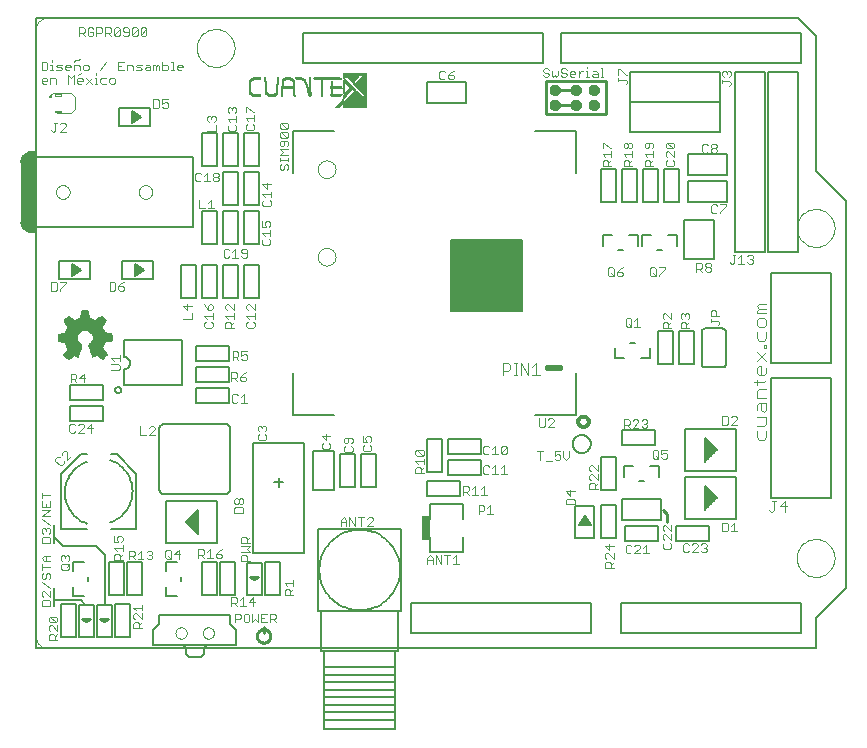
<source format=gto>
G75*
%MOIN*%
%OFA0B0*%
%FSLAX24Y24*%
%IPPOS*%
%LPD*%
%AMOC8*
5,1,8,0,0,1.08239X$1,22.5*
%
%ADD10C,0.0030*%
%ADD11C,0.0100*%
%ADD12C,0.0040*%
%ADD13C,0.0000*%
%ADD14C,0.0160*%
%ADD15C,0.0080*%
%ADD16C,0.0050*%
%ADD17R,0.0300X0.0800*%
%ADD18C,0.0060*%
%ADD19C,0.0120*%
%ADD20R,0.2362X0.2362*%
%ADD21R,0.0004X0.0001*%
%ADD22R,0.0010X0.0001*%
%ADD23R,0.0017X0.0001*%
%ADD24R,0.0023X0.0001*%
%ADD25R,0.0029X0.0001*%
%ADD26R,0.0034X0.0001*%
%ADD27R,0.0040X0.0001*%
%ADD28R,0.0043X0.0002*%
%ADD29R,0.0047X0.0001*%
%ADD30R,0.0050X0.0001*%
%ADD31R,0.0054X0.0001*%
%ADD32R,0.0059X0.0001*%
%ADD33R,0.0064X0.0001*%
%ADD34R,0.0015X0.0001*%
%ADD35R,0.0067X0.0001*%
%ADD36R,0.0020X0.0001*%
%ADD37R,0.0070X0.0001*%
%ADD38R,0.0024X0.0001*%
%ADD39R,0.0074X0.0001*%
%ADD40R,0.0027X0.0001*%
%ADD41R,0.0076X0.0001*%
%ADD42R,0.0030X0.0001*%
%ADD43R,0.0081X0.0002*%
%ADD44R,0.0036X0.0002*%
%ADD45R,0.0086X0.0001*%
%ADD46R,0.0044X0.0001*%
%ADD47R,0.0091X0.0001*%
%ADD48R,0.0046X0.0001*%
%ADD49R,0.0094X0.0001*%
%ADD50R,0.0096X0.0001*%
%ADD51R,0.0053X0.0001*%
%ADD52R,0.0099X0.0001*%
%ADD53R,0.0056X0.0001*%
%ADD54R,0.0104X0.0001*%
%ADD55R,0.0060X0.0001*%
%ADD56R,0.0108X0.0001*%
%ADD57R,0.0112X0.0001*%
%ADD58R,0.0117X0.0001*%
%ADD59R,0.0072X0.0001*%
%ADD60R,0.0120X0.0002*%
%ADD61R,0.0075X0.0002*%
%ADD62R,0.0123X0.0001*%
%ADD63R,0.0078X0.0001*%
%ADD64R,0.0126X0.0001*%
%ADD65R,0.0081X0.0001*%
%ADD66R,0.0131X0.0001*%
%ADD67R,0.0136X0.0001*%
%ADD68R,0.0090X0.0001*%
%ADD69R,0.0139X0.0001*%
%ADD70R,0.0144X0.0001*%
%ADD71R,0.0147X0.0001*%
%ADD72R,0.0101X0.0001*%
%ADD73R,0.0150X0.0001*%
%ADD74R,0.0102X0.0001*%
%ADD75R,0.0153X0.0001*%
%ADD76R,0.0106X0.0001*%
%ADD77R,0.0158X0.0002*%
%ADD78R,0.0109X0.0002*%
%ADD79R,0.0164X0.0001*%
%ADD80R,0.0115X0.0001*%
%ADD81R,0.0168X0.0001*%
%ADD82R,0.0120X0.0001*%
%ADD83R,0.0171X0.0001*%
%ADD84R,0.0123X0.0001*%
%ADD85R,0.0172X0.0001*%
%ADD86R,0.0125X0.0001*%
%ADD87R,0.0175X0.0001*%
%ADD88R,0.0128X0.0001*%
%ADD89R,0.0180X0.0001*%
%ADD90R,0.0132X0.0001*%
%ADD91R,0.0186X0.0001*%
%ADD92R,0.0191X0.0001*%
%ADD93R,0.0141X0.0001*%
%ADD94R,0.0194X0.0001*%
%ADD95R,0.0145X0.0001*%
%ADD96R,0.0196X0.0002*%
%ADD97R,0.0149X0.0002*%
%ADD98R,0.0199X0.0001*%
%ADD99R,0.0151X0.0001*%
%ADD100R,0.0204X0.0001*%
%ADD101R,0.0153X0.0001*%
%ADD102R,0.0207X0.0001*%
%ADD103R,0.0158X0.0001*%
%ADD104R,0.0211X0.0001*%
%ADD105R,0.0162X0.0001*%
%ADD106R,0.0216X0.0001*%
%ADD107R,0.0166X0.0001*%
%ADD108R,0.0219X0.0001*%
%ADD109R,0.0007X0.0001*%
%ADD110R,0.0169X0.0001*%
%ADD111R,0.0222X0.0001*%
%ADD112R,0.0011X0.0001*%
%ADD113R,0.0224X0.0001*%
%ADD114R,0.0014X0.0001*%
%ADD115R,0.0176X0.0001*%
%ADD116R,0.0228X0.0001*%
%ADD117R,0.0018X0.0001*%
%ADD118R,0.0179X0.0001*%
%ADD119R,0.0234X0.0002*%
%ADD120R,0.0024X0.0002*%
%ADD121R,0.0183X0.0002*%
%ADD122R,0.0239X0.0001*%
%ADD123R,0.0189X0.0001*%
%ADD124R,0.0241X0.0001*%
%ADD125R,0.0033X0.0001*%
%ADD126R,0.0012X0.0001*%
%ADD127R,0.0192X0.0001*%
%ADD128R,0.0243X0.0001*%
%ADD129R,0.0038X0.0001*%
%ADD130R,0.0246X0.0001*%
%ADD131R,0.0041X0.0001*%
%ADD132R,0.0019X0.0001*%
%ADD133R,0.0196X0.0001*%
%ADD134R,0.0250X0.0001*%
%ADD135R,0.0021X0.0001*%
%ADD136R,0.0201X0.0001*%
%ADD137R,0.0254X0.0001*%
%ADD138R,0.0048X0.0001*%
%ADD139R,0.0258X0.0001*%
%ADD140R,0.0054X0.0001*%
%ADD141R,0.0209X0.0001*%
%ADD142R,0.0263X0.0001*%
%ADD143R,0.0213X0.0001*%
%ADD144R,0.0267X0.0001*%
%ADD145R,0.0063X0.0001*%
%ADD146R,0.0270X0.0002*%
%ADD147R,0.0066X0.0002*%
%ADD148R,0.0045X0.0002*%
%ADD149R,0.0219X0.0002*%
%ADD150R,0.0271X0.0001*%
%ADD151R,0.0220X0.0001*%
%ADD152R,0.0274X0.0001*%
%ADD153R,0.0051X0.0001*%
%ADD154R,0.0223X0.0001*%
%ADD155R,0.0278X0.0001*%
%ADD156R,0.0282X0.0001*%
%ADD157R,0.0231X0.0001*%
%ADD158R,0.0288X0.0001*%
%ADD159R,0.0085X0.0001*%
%ADD160R,0.0236X0.0001*%
%ADD161R,0.0289X0.0001*%
%ADD162R,0.0087X0.0001*%
%ADD163R,0.0066X0.0001*%
%ADD164R,0.0292X0.0001*%
%ADD165R,0.0069X0.0001*%
%ADD166R,0.0297X0.0001*%
%ADD167R,0.0300X0.0001*%
%ADD168R,0.0075X0.0001*%
%ADD169R,0.0305X0.0002*%
%ADD170R,0.0101X0.0002*%
%ADD171R,0.0078X0.0002*%
%ADD172R,0.0251X0.0002*%
%ADD173R,0.0309X0.0001*%
%ADD174R,0.0105X0.0001*%
%ADD175R,0.0083X0.0001*%
%ADD176R,0.0255X0.0001*%
%ADD177R,0.0314X0.0001*%
%ADD178R,0.0110X0.0001*%
%ADD179R,0.0087X0.0001*%
%ADD180R,0.0316X0.0001*%
%ADD181R,0.0113X0.0001*%
%ADD182R,0.0262X0.0001*%
%ADD183R,0.0319X0.0001*%
%ADD184R,0.0114X0.0001*%
%ADD185R,0.0093X0.0001*%
%ADD186R,0.0266X0.0001*%
%ADD187R,0.0321X0.0001*%
%ADD188R,0.0096X0.0001*%
%ADD189R,0.0324X0.0001*%
%ADD190R,0.0270X0.0001*%
%ADD191R,0.0329X0.0001*%
%ADD192R,0.0124X0.0001*%
%ADD193R,0.0275X0.0001*%
%ADD194R,0.0333X0.0001*%
%ADD195R,0.0279X0.0001*%
%ADD196R,0.0336X0.0001*%
%ADD197R,0.0111X0.0001*%
%ADD198R,0.0284X0.0001*%
%ADD199R,0.0339X0.0002*%
%ADD200R,0.0134X0.0002*%
%ADD201R,0.0114X0.0002*%
%ADD202R,0.0286X0.0002*%
%ADD203R,0.0342X0.0001*%
%ADD204R,0.0116X0.0001*%
%ADD205R,0.0491X0.0001*%
%ADD206R,0.0492X0.0001*%
%ADD207R,0.0294X0.0001*%
%ADD208R,0.0495X0.0001*%
%ADD209R,0.0299X0.0001*%
%ADD210R,0.0496X0.0001*%
%ADD211R,0.0127X0.0001*%
%ADD212R,0.0301X0.0001*%
%ADD213R,0.0498X0.0001*%
%ADD214R,0.0304X0.0001*%
%ADD215R,0.0501X0.0001*%
%ADD216R,0.0134X0.0001*%
%ADD217R,0.0308X0.0001*%
%ADD218R,0.0135X0.0001*%
%ADD219R,0.0311X0.0001*%
%ADD220R,0.0504X0.0001*%
%ADD221R,0.0138X0.0001*%
%ADD222R,0.0504X0.0002*%
%ADD223R,0.0141X0.0002*%
%ADD224R,0.0318X0.0002*%
%ADD225R,0.0507X0.0001*%
%ADD226R,0.0323X0.0001*%
%ADD227R,0.0326X0.0001*%
%ADD228R,0.0508X0.0001*%
%ADD229R,0.0152X0.0001*%
%ADD230R,0.0330X0.0001*%
%ADD231R,0.0510X0.0001*%
%ADD232R,0.0494X0.0001*%
%ADD233R,0.0512X0.0001*%
%ADD234R,0.0500X0.0001*%
%ADD235R,0.0513X0.0001*%
%ADD236R,0.0501X0.0001*%
%ADD237R,0.0513X0.0002*%
%ADD238R,0.0501X0.0002*%
%ADD239R,0.0503X0.0001*%
%ADD240R,0.0504X0.0001*%
%ADD241R,0.0506X0.0001*%
%ADD242R,0.0513X0.0001*%
%ADD243R,0.0509X0.0001*%
%ADD244R,0.0511X0.0001*%
%ADD245R,0.0514X0.0001*%
%ADD246R,0.0516X0.0001*%
%ADD247R,0.0513X0.0002*%
%ADD248R,0.0519X0.0002*%
%ADD249R,0.0519X0.0001*%
%ADD250R,0.0520X0.0001*%
%ADD251R,0.0522X0.0001*%
%ADD252R,0.0507X0.0001*%
%ADD253R,0.0509X0.0002*%
%ADD254R,0.0520X0.0002*%
%ADD255R,0.0522X0.0001*%
%ADD256R,0.0505X0.0001*%
%ADD257R,0.0502X0.0001*%
%ADD258R,0.0521X0.0001*%
%ADD259R,0.0503X0.0002*%
%ADD260R,0.0519X0.0002*%
%ADD261R,0.0519X0.0001*%
%ADD262R,0.0499X0.0001*%
%ADD263R,0.0517X0.0001*%
%ADD264R,0.0495X0.0002*%
%ADD265R,0.0514X0.0002*%
%ADD266R,0.0515X0.0001*%
%ADD267R,0.0492X0.0001*%
%ADD268R,0.0490X0.0001*%
%ADD269R,0.0490X0.0002*%
%ADD270R,0.0511X0.0002*%
%ADD271R,0.0489X0.0001*%
%ADD272R,0.0489X0.0001*%
%ADD273R,0.0488X0.0001*%
%ADD274R,0.0485X0.0001*%
%ADD275R,0.0483X0.0001*%
%ADD276R,0.0483X0.0002*%
%ADD277R,0.0507X0.0002*%
%ADD278R,0.0483X0.0001*%
%ADD279R,0.0481X0.0001*%
%ADD280R,0.0480X0.0001*%
%ADD281R,0.0480X0.0002*%
%ADD282R,0.0501X0.0002*%
%ADD283R,0.0479X0.0001*%
%ADD284R,0.0477X0.0001*%
%ADD285R,0.0477X0.0001*%
%ADD286R,0.0475X0.0001*%
%ADD287R,0.0474X0.0001*%
%ADD288R,0.0472X0.0001*%
%ADD289R,0.0472X0.0002*%
%ADD290R,0.0498X0.0002*%
%ADD291R,0.0471X0.0001*%
%ADD292R,0.0473X0.0001*%
%ADD293R,0.0471X0.0001*%
%ADD294R,0.0470X0.0001*%
%ADD295R,0.0468X0.0001*%
%ADD296R,0.0469X0.0001*%
%ADD297R,0.0468X0.0002*%
%ADD298R,0.0491X0.0002*%
%ADD299R,0.0466X0.0001*%
%ADD300R,0.0465X0.0001*%
%ADD301R,0.0464X0.0001*%
%ADD302R,0.0462X0.0001*%
%ADD303R,0.0462X0.0002*%
%ADD304R,0.0489X0.0002*%
%ADD305R,0.0461X0.0001*%
%ADD306R,0.0460X0.0001*%
%ADD307R,0.0459X0.0001*%
%ADD308R,0.0484X0.0001*%
%ADD309R,0.0457X0.0001*%
%ADD310R,0.0459X0.0001*%
%ADD311R,0.0458X0.0002*%
%ADD312R,0.0484X0.0002*%
%ADD313R,0.0456X0.0001*%
%ADD314R,0.0455X0.0001*%
%ADD315R,0.0453X0.0001*%
%ADD316R,0.0451X0.0001*%
%ADD317R,0.0453X0.0001*%
%ADD318R,0.0450X0.0001*%
%ADD319R,0.0451X0.0002*%
%ADD320R,0.0478X0.0001*%
%ADD321R,0.0449X0.0001*%
%ADD322R,0.0476X0.0001*%
%ADD323R,0.0447X0.0001*%
%ADD324R,0.0474X0.0001*%
%ADD325R,0.0449X0.0002*%
%ADD326R,0.0476X0.0002*%
%ADD327R,0.0454X0.0001*%
%ADD328R,0.0469X0.0002*%
%ADD329R,0.0468X0.0001*%
%ADD330R,0.0467X0.0001*%
%ADD331R,0.0473X0.0002*%
%ADD332R,0.0468X0.0002*%
%ADD333R,0.0486X0.0002*%
%ADD334R,0.0474X0.0002*%
%ADD335R,0.0487X0.0001*%
%ADD336R,0.0497X0.0001*%
%ADD337R,0.0486X0.0001*%
%ADD338R,0.0500X0.0002*%
%ADD339R,0.0487X0.0002*%
%ADD340R,0.0498X0.0001*%
%ADD341R,0.0524X0.0002*%
%ADD342R,0.0524X0.0001*%
%ADD343R,0.0525X0.0001*%
%ADD344R,0.0528X0.0001*%
%ADD345R,0.0529X0.0001*%
%ADD346R,0.0533X0.0001*%
%ADD347R,0.0534X0.0001*%
%ADD348R,0.0523X0.0001*%
%ADD349R,0.0536X0.0001*%
%ADD350R,0.0537X0.0002*%
%ADD351R,0.0527X0.0002*%
%ADD352R,0.0537X0.0001*%
%ADD353R,0.0528X0.0001*%
%ADD354R,0.0539X0.0001*%
%ADD355R,0.0530X0.0001*%
%ADD356R,0.0540X0.0001*%
%ADD357R,0.0541X0.0001*%
%ADD358R,0.0531X0.0001*%
%ADD359R,0.0543X0.0001*%
%ADD360R,0.0544X0.0001*%
%ADD361R,0.0546X0.0002*%
%ADD362R,0.0536X0.0002*%
%ADD363R,0.0547X0.0001*%
%ADD364R,0.0551X0.0001*%
%ADD365R,0.0552X0.0001*%
%ADD366R,0.0554X0.0001*%
%ADD367R,0.0555X0.0001*%
%ADD368R,0.0555X0.0002*%
%ADD369R,0.0547X0.0002*%
%ADD370R,0.0549X0.0001*%
%ADD371R,0.0548X0.0001*%
%ADD372R,0.0538X0.0001*%
%ADD373R,0.0537X0.0001*%
%ADD374R,0.0533X0.0002*%
%ADD375R,0.0531X0.0001*%
%ADD376R,0.0526X0.0001*%
%ADD377R,0.0518X0.0001*%
%ADD378R,0.0498X0.0002*%
%ADD379R,0.0496X0.0002*%
%ADD380R,0.0486X0.0001*%
%ADD381R,0.0485X0.0002*%
%ADD382R,0.0482X0.0001*%
%ADD383R,0.0477X0.0002*%
%ADD384R,0.0530X0.0002*%
%ADD385R,0.0464X0.0002*%
%ADD386R,0.0561X0.0001*%
%ADD387R,0.0570X0.0001*%
%ADD388R,0.0576X0.0001*%
%ADD389R,0.0581X0.0001*%
%ADD390R,0.0585X0.0001*%
%ADD391R,0.0589X0.0001*%
%ADD392R,0.0600X0.0002*%
%ADD393R,0.0614X0.0001*%
%ADD394R,0.0623X0.0001*%
%ADD395R,0.0630X0.0001*%
%ADD396R,0.0633X0.0001*%
%ADD397R,0.0638X0.0001*%
%ADD398R,0.0645X0.0001*%
%ADD399R,0.0657X0.0001*%
%ADD400R,0.0556X0.0001*%
%ADD401R,0.0669X0.0001*%
%ADD402R,0.0674X0.0001*%
%ADD403R,0.0579X0.0001*%
%ADD404R,0.0676X0.0002*%
%ADD405R,0.0585X0.0002*%
%ADD406R,0.0678X0.0001*%
%ADD407R,0.0590X0.0001*%
%ADD408R,0.0679X0.0001*%
%ADD409R,0.0596X0.0001*%
%ADD410R,0.0681X0.0001*%
%ADD411R,0.0606X0.0001*%
%ADD412R,0.0620X0.0001*%
%ADD413R,0.0682X0.0001*%
%ADD414R,0.0633X0.0001*%
%ADD415R,0.0684X0.0001*%
%ADD416R,0.0639X0.0001*%
%ADD417R,0.0649X0.0001*%
%ADD418R,0.0684X0.0001*%
%ADD419R,0.0655X0.0001*%
%ADD420R,0.0683X0.0002*%
%ADD421R,0.0664X0.0002*%
%ADD422R,0.0683X0.0001*%
%ADD423R,0.0670X0.0001*%
%ADD424R,0.0671X0.0001*%
%ADD425R,0.0681X0.0001*%
%ADD426R,0.0672X0.0001*%
%ADD427R,0.0680X0.0001*%
%ADD428R,0.0675X0.0001*%
%ADD429R,0.0676X0.0001*%
%ADD430R,0.0680X0.0002*%
%ADD431R,0.0678X0.0002*%
%ADD432R,0.0678X0.0001*%
%ADD433R,0.0675X0.0002*%
%ADD434R,0.0672X0.0002*%
%ADD435R,0.0672X0.0001*%
%ADD436R,0.0671X0.0002*%
%ADD437R,0.0670X0.0002*%
%ADD438R,0.0669X0.0001*%
%ADD439R,0.0667X0.0001*%
%ADD440R,0.0669X0.0002*%
%ADD441R,0.0667X0.0002*%
%ADD442R,0.0668X0.0001*%
%ADD443R,0.0666X0.0001*%
%ADD444R,0.0668X0.0002*%
%ADD445R,0.0666X0.0002*%
%ADD446R,0.0666X0.0001*%
%ADD447R,0.0664X0.0001*%
%ADD448R,0.0663X0.0001*%
%ADD449R,0.0666X0.0002*%
%ADD450R,0.0663X0.0002*%
%ADD451R,0.0665X0.0001*%
%ADD452R,0.0674X0.0002*%
%ADD453R,0.0677X0.0001*%
%ADD454R,0.0678X0.0002*%
%ADD455R,0.0682X0.0002*%
%ADD456R,0.0686X0.0001*%
%ADD457R,0.0686X0.0002*%
%ADD458R,0.0687X0.0001*%
%ADD459R,0.0689X0.0001*%
%ADD460R,0.0653X0.0001*%
%ADD461R,0.0641X0.0001*%
%ADD462R,0.0626X0.0001*%
%ADD463R,0.0616X0.0001*%
%ADD464R,0.0687X0.0001*%
%ADD465R,0.0612X0.0001*%
%ADD466R,0.0688X0.0001*%
%ADD467R,0.0606X0.0001*%
%ADD468R,0.0601X0.0001*%
%ADD469R,0.0591X0.0002*%
%ADD470R,0.0567X0.0001*%
%ADD471R,0.0560X0.0001*%
%ADD472R,0.0659X0.0001*%
%ADD473R,0.0516X0.0001*%
%ADD474R,0.0639X0.0001*%
%ADD475R,0.0502X0.0002*%
%ADD476R,0.0633X0.0002*%
%ADD477R,0.0608X0.0001*%
%ADD478R,0.0582X0.0001*%
%ADD479R,0.0577X0.0001*%
%ADD480R,0.0569X0.0002*%
%ADD481R,0.0546X0.0001*%
%ADD482R,0.0486X0.0002*%
%ADD483R,0.0493X0.0001*%
%ADD484R,0.0516X0.0002*%
%ADD485R,0.0532X0.0001*%
%ADD486R,0.0534X0.0002*%
%ADD487R,0.0535X0.0002*%
%ADD488R,0.0543X0.0001*%
%ADD489R,0.0553X0.0001*%
%ADD490R,0.0559X0.0001*%
%ADD491R,0.0564X0.0001*%
%ADD492R,0.0564X0.0001*%
%ADD493R,0.0567X0.0001*%
%ADD494R,0.0569X0.0001*%
%ADD495R,0.0570X0.0002*%
%ADD496R,0.0571X0.0002*%
%ADD497R,0.0571X0.0001*%
%ADD498R,0.0573X0.0001*%
%ADD499R,0.0574X0.0001*%
%ADD500R,0.0576X0.0001*%
%ADD501R,0.0600X0.0001*%
%ADD502R,0.0611X0.0001*%
%ADD503R,0.0618X0.0001*%
%ADD504R,0.0621X0.0001*%
%ADD505R,0.1269X0.0001*%
%ADD506R,0.1267X0.0001*%
%ADD507R,0.1266X0.0001*%
%ADD508R,0.1266X0.0002*%
%ADD509R,0.1264X0.0001*%
%ADD510R,0.1261X0.0001*%
%ADD511R,0.1260X0.0001*%
%ADD512R,0.1259X0.0001*%
%ADD513R,0.1256X0.0001*%
%ADD514R,0.1254X0.0001*%
%ADD515R,0.1253X0.0001*%
%ADD516R,0.1251X0.0001*%
%ADD517R,0.1251X0.0002*%
%ADD518R,0.1248X0.0001*%
%ADD519R,0.1245X0.0001*%
%ADD520R,0.1244X0.0001*%
%ADD521R,0.1242X0.0001*%
%ADD522R,0.1239X0.0001*%
%ADD523R,0.1237X0.0001*%
%ADD524R,0.1236X0.0002*%
%ADD525R,0.1233X0.0001*%
%ADD526R,0.1230X0.0001*%
%ADD527R,0.1229X0.0001*%
%ADD528R,0.1227X0.0001*%
%ADD529R,0.1226X0.0001*%
%ADD530R,0.1224X0.0001*%
%ADD531R,0.1223X0.0002*%
%ADD532R,0.1219X0.0001*%
%ADD533R,0.1216X0.0001*%
%ADD534R,0.1215X0.0001*%
%ADD535R,0.1214X0.0001*%
%ADD536R,0.1212X0.0001*%
%ADD537R,0.1209X0.0001*%
%ADD538R,0.1207X0.0002*%
%ADD539R,0.1206X0.0001*%
%ADD540R,0.1204X0.0001*%
%ADD541R,0.1201X0.0001*%
%ADD542R,0.1200X0.0001*%
%ADD543R,0.1199X0.0001*%
%ADD544R,0.1196X0.0001*%
%ADD545R,0.1194X0.0001*%
%ADD546R,0.1193X0.0001*%
%ADD547R,0.1191X0.0001*%
%ADD548R,0.1191X0.0002*%
%ADD549R,0.1188X0.0001*%
%ADD550R,0.1185X0.0001*%
%ADD551R,0.1184X0.0001*%
%ADD552R,0.1181X0.0001*%
%ADD553R,0.1177X0.0001*%
%ADD554R,0.1176X0.0001*%
%ADD555R,0.1174X0.0001*%
%ADD556R,0.1173X0.0001*%
%ADD557R,0.1170X0.0002*%
%ADD558R,0.1170X0.0001*%
%ADD559R,0.1169X0.0001*%
%ADD560R,0.1166X0.0001*%
%ADD561R,0.1164X0.0001*%
%ADD562R,0.1163X0.0001*%
%ADD563R,0.1163X0.0002*%
%ADD564R,0.1167X0.0001*%
%ADD565R,0.1171X0.0001*%
%ADD566R,0.1179X0.0001*%
%ADD567R,0.1182X0.0001*%
%ADD568R,0.1182X0.0002*%
%ADD569R,0.1188X0.0001*%
%ADD570R,0.1190X0.0001*%
%ADD571R,0.1197X0.0001*%
%ADD572R,0.1204X0.0002*%
%ADD573R,0.1207X0.0001*%
%ADD574R,0.1210X0.0001*%
%ADD575R,0.1213X0.0001*%
%ADD576R,0.1217X0.0001*%
%ADD577R,0.1218X0.0001*%
%ADD578R,0.1220X0.0001*%
%ADD579R,0.1221X0.0001*%
%ADD580R,0.1223X0.0001*%
%ADD581R,0.1226X0.0002*%
%ADD582R,0.1236X0.0001*%
%ADD583R,0.1239X0.0001*%
%ADD584R,0.1240X0.0001*%
%ADD585R,0.1243X0.0001*%
%ADD586R,0.1248X0.0002*%
%ADD587R,0.1248X0.0001*%
%ADD588R,0.1251X0.0001*%
%ADD589R,0.1257X0.0001*%
%ADD590R,0.1263X0.0001*%
%ADD591R,0.1267X0.0002*%
%ADD592R,0.1270X0.0001*%
%ADD593R,0.1274X0.0001*%
%ADD594R,0.1275X0.0001*%
%ADD595R,0.1278X0.0001*%
%ADD596R,0.1280X0.0001*%
%ADD597R,0.1281X0.0001*%
%ADD598R,0.1284X0.0001*%
%ADD599R,0.1286X0.0001*%
%ADD600R,0.1289X0.0001*%
%ADD601R,0.1290X0.0002*%
%ADD602R,0.1291X0.0001*%
%ADD603R,0.1294X0.0001*%
%ADD604R,0.1296X0.0001*%
%ADD605R,0.1299X0.0001*%
%ADD606R,0.1300X0.0001*%
%ADD607R,0.1302X0.0001*%
%ADD608R,0.1304X0.0001*%
%ADD609R,0.1306X0.0001*%
%ADD610R,0.1308X0.0001*%
%ADD611R,0.1311X0.0002*%
%ADD612R,0.1313X0.0001*%
%ADD613R,0.1316X0.0001*%
%ADD614R,0.1317X0.0001*%
%ADD615R,0.1320X0.0001*%
%ADD616R,0.1323X0.0001*%
%ADD617R,0.1326X0.0001*%
%ADD618R,0.1329X0.0001*%
%ADD619R,0.1332X0.0002*%
%ADD620R,0.1335X0.0001*%
%ADD621R,0.1336X0.0001*%
%ADD622R,0.1340X0.0001*%
%ADD623R,0.1343X0.0001*%
%ADD624R,0.1346X0.0001*%
%ADD625R,0.1347X0.0001*%
%ADD626R,0.1350X0.0001*%
%ADD627R,0.1353X0.0002*%
%ADD628R,0.1356X0.0001*%
%ADD629R,0.1357X0.0001*%
%ADD630R,0.1360X0.0001*%
%ADD631R,0.1364X0.0001*%
%ADD632R,0.1365X0.0001*%
%ADD633R,0.1368X0.0001*%
%ADD634R,0.1369X0.0001*%
%ADD635R,0.1373X0.0001*%
%ADD636R,0.1374X0.0002*%
%ADD637R,0.1377X0.0001*%
%ADD638R,0.1379X0.0001*%
%ADD639R,0.1380X0.0001*%
%ADD640R,0.1383X0.0001*%
%ADD641R,0.1386X0.0001*%
%ADD642R,0.1387X0.0001*%
%ADD643R,0.1391X0.0001*%
%ADD644R,0.1394X0.0001*%
%ADD645R,0.1395X0.0002*%
%ADD646R,0.1398X0.0001*%
%ADD647R,0.1401X0.0001*%
%ADD648R,0.1403X0.0001*%
%ADD649R,0.1406X0.0001*%
%ADD650R,0.1407X0.0001*%
%ADD651R,0.1409X0.0001*%
%ADD652R,0.1411X0.0001*%
%ADD653R,0.1414X0.0001*%
%ADD654R,0.1416X0.0002*%
%ADD655R,0.1419X0.0001*%
%ADD656R,0.1421X0.0001*%
%ADD657R,0.1422X0.0001*%
%ADD658R,0.1424X0.0001*%
%ADD659R,0.1426X0.0001*%
%ADD660R,0.1428X0.0001*%
%ADD661R,0.1429X0.0002*%
%ADD662R,0.1429X0.0001*%
%ADD663R,0.1425X0.0001*%
%ADD664R,0.1421X0.0002*%
%ADD665R,0.1418X0.0001*%
%ADD666R,0.1416X0.0001*%
%ADD667R,0.1413X0.0001*%
%ADD668R,0.1410X0.0001*%
%ADD669R,0.1404X0.0001*%
%ADD670R,0.1401X0.0001*%
%ADD671R,0.0346X0.0001*%
%ADD672R,0.1044X0.0001*%
%ADD673R,0.0342X0.0002*%
%ADD674R,0.1040X0.0002*%
%ADD675R,0.0337X0.0001*%
%ADD676R,0.1034X0.0001*%
%ADD677R,0.0357X0.0001*%
%ADD678R,0.0660X0.0001*%
%ADD679R,0.0353X0.0001*%
%ADD680R,0.0327X0.0001*%
%ADD681R,0.0349X0.0001*%
%ADD682R,0.0321X0.0001*%
%ADD683R,0.0648X0.0001*%
%ADD684R,0.0344X0.0001*%
%ADD685R,0.0317X0.0001*%
%ADD686R,0.0339X0.0001*%
%ADD687R,0.0312X0.0001*%
%ADD688R,0.0631X0.0001*%
%ADD689R,0.0334X0.0001*%
%ADD690R,0.0309X0.0001*%
%ADD691R,0.0307X0.0002*%
%ADD692R,0.0623X0.0002*%
%ADD693R,0.0327X0.0002*%
%ADD694R,0.0618X0.0001*%
%ADD695R,0.0297X0.0001*%
%ADD696R,0.0607X0.0001*%
%ADD697R,0.0320X0.0001*%
%ADD698R,0.0293X0.0001*%
%ADD699R,0.0599X0.0001*%
%ADD700R,0.0313X0.0001*%
%ADD701R,0.0285X0.0001*%
%ADD702R,0.0584X0.0001*%
%ADD703R,0.0303X0.0001*%
%ADD704R,0.0281X0.0001*%
%ADD705R,0.0273X0.0002*%
%ADD706R,0.0563X0.0002*%
%ADD707R,0.0293X0.0002*%
%ADD708R,0.0264X0.0001*%
%ADD709R,0.0259X0.0001*%
%ADD710R,0.0256X0.0001*%
%ADD711R,0.0276X0.0001*%
%ADD712R,0.0252X0.0001*%
%ADD713R,0.0273X0.0001*%
%ADD714R,0.0248X0.0001*%
%ADD715R,0.0269X0.0001*%
%ADD716R,0.0245X0.0001*%
%ADD717R,0.0240X0.0001*%
%ADD718R,0.0237X0.0002*%
%ADD719R,0.0256X0.0002*%
%ADD720R,0.0234X0.0001*%
%ADD721R,0.0232X0.0001*%
%ADD722R,0.0251X0.0001*%
%ADD723R,0.0228X0.0001*%
%ADD724R,0.0246X0.0001*%
%ADD725R,0.0456X0.0001*%
%ADD726R,0.0219X0.0001*%
%ADD727R,0.0444X0.0001*%
%ADD728R,0.0237X0.0001*%
%ADD729R,0.0214X0.0001*%
%ADD730R,0.0436X0.0001*%
%ADD731R,0.0432X0.0001*%
%ADD732R,0.0231X0.0001*%
%ADD733R,0.0210X0.0001*%
%ADD734R,0.0426X0.0001*%
%ADD735R,0.0420X0.0001*%
%ADD736R,0.0226X0.0001*%
%ADD737R,0.0204X0.0002*%
%ADD738R,0.0409X0.0002*%
%ADD739R,0.0222X0.0002*%
%ADD740R,0.0391X0.0001*%
%ADD741R,0.0217X0.0001*%
%ADD742R,0.0376X0.0001*%
%ADD743R,0.0368X0.0001*%
%ADD744R,0.0189X0.0001*%
%ADD745R,0.0361X0.0001*%
%ADD746R,0.0206X0.0001*%
%ADD747R,0.0186X0.0001*%
%ADD748R,0.0356X0.0001*%
%ADD749R,0.0181X0.0001*%
%ADD750R,0.0345X0.0001*%
%ADD751R,0.0173X0.0001*%
%ADD752R,0.0331X0.0001*%
%ADD753R,0.0190X0.0001*%
%ADD754R,0.0168X0.0001*%
%ADD755R,0.0165X0.0002*%
%ADD756R,0.0162X0.0001*%
%ADD757R,0.0159X0.0001*%
%ADD758R,0.0177X0.0001*%
%ADD759R,0.0156X0.0001*%
%ADD760R,0.0324X0.0001*%
%ADD761R,0.0174X0.0001*%
%ADD762R,0.0167X0.0001*%
%ADD763R,0.0146X0.0001*%
%ADD764R,0.0163X0.0001*%
%ADD765R,0.0141X0.0001*%
%ADD766R,0.0140X0.0001*%
%ADD767R,0.0137X0.0001*%
%ADD768R,0.0133X0.0001*%
%ADD769R,0.0129X0.0002*%
%ADD770R,0.0321X0.0002*%
%ADD771R,0.0146X0.0002*%
%ADD772R,0.0119X0.0001*%
%ADD773R,0.0129X0.0001*%
%ADD774R,0.0111X0.0001*%
%ADD775R,0.0126X0.0001*%
%ADD776R,0.0318X0.0001*%
%ADD777R,0.0097X0.0001*%
%ADD778R,0.0315X0.0001*%
%ADD779R,0.0089X0.0002*%
%ADD780R,0.0315X0.0002*%
%ADD781R,0.0105X0.0002*%
%ADD782R,0.0079X0.0001*%
%ADD783R,0.0089X0.0001*%
%ADD784R,0.0069X0.0001*%
%ADD785R,0.0084X0.0001*%
%ADD786R,0.0057X0.0001*%
%ADD787R,0.0052X0.0002*%
%ADD788R,0.0311X0.0002*%
%ADD789R,0.0066X0.0002*%
%ADD790R,0.0061X0.0001*%
%ADD791R,0.0042X0.0001*%
%ADD792R,0.0055X0.0001*%
%ADD793R,0.0039X0.0001*%
%ADD794R,0.0052X0.0001*%
%ADD795R,0.0036X0.0001*%
%ADD796R,0.0049X0.0001*%
%ADD797R,0.0307X0.0001*%
%ADD798R,0.0045X0.0001*%
%ADD799R,0.0022X0.0001*%
%ADD800R,0.0035X0.0001*%
%ADD801R,0.0025X0.0002*%
%ADD802R,0.0306X0.0001*%
%ADD803R,0.0018X0.0001*%
%ADD804R,0.0008X0.0001*%
%ADD805R,0.0300X0.0002*%
%ADD806R,0.0296X0.0001*%
%ADD807R,0.0294X0.0002*%
%ADD808R,0.0294X0.0001*%
%ADD809R,0.0291X0.0001*%
%ADD810R,0.0291X0.0002*%
%ADD811R,0.0286X0.0001*%
%ADD812R,0.0281X0.0002*%
%ADD813R,0.0277X0.0001*%
%ADD814R,0.0276X0.0001*%
%ADD815R,0.0266X0.0002*%
%ADD816R,0.0264X0.0001*%
%ADD817R,0.0261X0.0001*%
%ADD818R,0.0259X0.0002*%
%ADD819R,0.0254X0.0002*%
%ADD820R,0.0248X0.0002*%
%ADD821R,0.0218X0.0002*%
%ADD822R,0.0157X0.0001*%
%ADD823R,0.0002X0.0002*%
%ADD824R,0.0109X0.0002*%
%ADD825R,0.0771X0.0002*%
%ADD826R,0.0109X0.0002*%
%ADD827R,0.0771X0.0002*%
%ADD828R,0.0106X0.0002*%
%ADD829R,0.0106X0.0002*%
%ADD830R,0.0771X0.0002*%
%ADD831R,0.0106X0.0002*%
%ADD832R,0.0771X0.0002*%
%ADD833R,0.0106X0.0002*%
%ADD834R,0.0106X0.0002*%
%ADD835R,0.0106X0.0002*%
%ADD836R,0.0106X0.0002*%
%ADD837R,0.0106X0.0002*%
%ADD838R,0.0109X0.0002*%
%ADD839R,0.0109X0.0002*%
%ADD840R,0.0108X0.0002*%
%ADD841R,0.0108X0.0002*%
%ADD842R,0.0108X0.0002*%
%ADD843R,0.0879X0.0002*%
%ADD844R,0.0877X0.0002*%
%ADD845R,0.0104X0.0002*%
%ADD846R,0.0768X0.0002*%
%ADD847R,0.0102X0.0002*%
%ADD848R,0.0766X0.0002*%
%ADD849R,0.0100X0.0002*%
%ADD850R,0.0764X0.0002*%
%ADD851R,0.0097X0.0002*%
%ADD852R,0.0762X0.0002*%
%ADD853R,0.0095X0.0002*%
%ADD854R,0.0759X0.0002*%
%ADD855R,0.0093X0.0002*%
%ADD856R,0.0757X0.0002*%
%ADD857R,0.0091X0.0002*%
%ADD858R,0.0755X0.0002*%
%ADD859R,0.0089X0.0002*%
%ADD860R,0.0753X0.0002*%
%ADD861R,0.0086X0.0002*%
%ADD862R,0.0751X0.0002*%
%ADD863R,0.0084X0.0002*%
%ADD864R,0.0748X0.0002*%
%ADD865R,0.0082X0.0002*%
%ADD866R,0.0746X0.0002*%
%ADD867R,0.0082X0.0002*%
%ADD868R,0.0744X0.0002*%
%ADD869R,0.0078X0.0002*%
%ADD870R,0.0742X0.0002*%
%ADD871R,0.0078X0.0002*%
%ADD872R,0.0740X0.0002*%
%ADD873R,0.0075X0.0002*%
%ADD874R,0.0737X0.0002*%
%ADD875R,0.0073X0.0002*%
%ADD876R,0.0071X0.0002*%
%ADD877R,0.0735X0.0002*%
%ADD878R,0.0069X0.0002*%
%ADD879R,0.0733X0.0002*%
%ADD880R,0.0066X0.0002*%
%ADD881R,0.0731X0.0002*%
%ADD882R,0.0064X0.0002*%
%ADD883R,0.0728X0.0002*%
%ADD884R,0.0062X0.0002*%
%ADD885R,0.0726X0.0002*%
%ADD886R,0.0060X0.0002*%
%ADD887R,0.0724X0.0002*%
%ADD888R,0.0058X0.0002*%
%ADD889R,0.0722X0.0002*%
%ADD890R,0.0055X0.0002*%
%ADD891R,0.0720X0.0002*%
%ADD892R,0.0053X0.0002*%
%ADD893R,0.0717X0.0002*%
%ADD894R,0.0051X0.0002*%
%ADD895R,0.0715X0.0002*%
%ADD896R,0.0049X0.0002*%
%ADD897R,0.0713X0.0002*%
%ADD898R,0.0049X0.0002*%
%ADD899R,0.0711X0.0002*%
%ADD900R,0.0046X0.0002*%
%ADD901R,0.0709X0.0002*%
%ADD902R,0.0044X0.0002*%
%ADD903R,0.0706X0.0002*%
%ADD904R,0.0042X0.0002*%
%ADD905R,0.0704X0.0002*%
%ADD906R,0.0040X0.0002*%
%ADD907R,0.0704X0.0002*%
%ADD908R,0.0038X0.0002*%
%ADD909R,0.0702X0.0002*%
%ADD910R,0.0035X0.0002*%
%ADD911R,0.0700X0.0002*%
%ADD912R,0.0033X0.0002*%
%ADD913R,0.0697X0.0002*%
%ADD914R,0.0031X0.0002*%
%ADD915R,0.0695X0.0002*%
%ADD916R,0.0029X0.0002*%
%ADD917R,0.0693X0.0002*%
%ADD918R,0.0027X0.0002*%
%ADD919R,0.0691X0.0002*%
%ADD920R,0.0024X0.0002*%
%ADD921R,0.0689X0.0002*%
%ADD922R,0.0022X0.0002*%
%ADD923R,0.0686X0.0002*%
%ADD924R,0.0020X0.0002*%
%ADD925R,0.0684X0.0002*%
%ADD926R,0.0018X0.0002*%
%ADD927R,0.0682X0.0002*%
%ADD928R,0.0016X0.0002*%
%ADD929R,0.0680X0.0002*%
%ADD930R,0.0013X0.0002*%
%ADD931R,0.0678X0.0002*%
%ADD932R,0.0013X0.0002*%
%ADD933R,0.0675X0.0002*%
%ADD934R,0.0011X0.0002*%
%ADD935R,0.0673X0.0002*%
%ADD936R,0.0007X0.0002*%
%ADD937R,0.0671X0.0002*%
%ADD938R,0.0007X0.0002*%
%ADD939R,0.0671X0.0002*%
%ADD940R,0.0004X0.0002*%
%ADD941R,0.0669X0.0002*%
%ADD942R,0.0002X0.0002*%
%ADD943R,0.0666X0.0002*%
%ADD944R,0.0664X0.0002*%
%ADD945R,0.0002X0.0002*%
%ADD946R,0.0662X0.0002*%
%ADD947R,0.0004X0.0002*%
%ADD948R,0.0660X0.0002*%
%ADD949R,0.0007X0.0002*%
%ADD950R,0.0658X0.0002*%
%ADD951R,0.0009X0.0002*%
%ADD952R,0.0655X0.0002*%
%ADD953R,0.0011X0.0002*%
%ADD954R,0.0653X0.0002*%
%ADD955R,0.0013X0.0002*%
%ADD956R,0.0651X0.0002*%
%ADD957R,0.0015X0.0002*%
%ADD958R,0.0649X0.0002*%
%ADD959R,0.0018X0.0002*%
%ADD960R,0.0647X0.0002*%
%ADD961R,0.0018X0.0002*%
%ADD962R,0.0644X0.0002*%
%ADD963R,0.0020X0.0002*%
%ADD964R,0.0642X0.0002*%
%ADD965R,0.0022X0.0002*%
%ADD966R,0.0640X0.0002*%
%ADD967R,0.0024X0.0002*%
%ADD968R,0.0638X0.0002*%
%ADD969R,0.0027X0.0002*%
%ADD970R,0.0635X0.0002*%
%ADD971R,0.0029X0.0002*%
%ADD972R,0.0633X0.0002*%
%ADD973R,0.0031X0.0002*%
%ADD974R,0.0033X0.0002*%
%ADD975R,0.0631X0.0002*%
%ADD976R,0.0035X0.0002*%
%ADD977R,0.0629X0.0002*%
%ADD978R,0.0038X0.0002*%
%ADD979R,0.0627X0.0002*%
%ADD980R,0.0040X0.0002*%
%ADD981R,0.0624X0.0002*%
%ADD982R,0.0042X0.0002*%
%ADD983R,0.0622X0.0002*%
%ADD984R,0.0044X0.0002*%
%ADD985R,0.0620X0.0002*%
%ADD986R,0.0046X0.0002*%
%ADD987R,0.0618X0.0002*%
%ADD988R,0.0049X0.0002*%
%ADD989R,0.0616X0.0002*%
%ADD990R,0.0051X0.0002*%
%ADD991R,0.0613X0.0002*%
%ADD992R,0.0053X0.0002*%
%ADD993R,0.0611X0.0002*%
%ADD994R,0.0055X0.0002*%
%ADD995R,0.0609X0.0002*%
%ADD996R,0.0055X0.0002*%
%ADD997R,0.0607X0.0002*%
%ADD998R,0.0058X0.0002*%
%ADD999R,0.0604X0.0002*%
%ADD1000R,0.0060X0.0002*%
%ADD1001R,0.0604X0.0002*%
%ADD1002R,0.0062X0.0002*%
%ADD1003R,0.0600X0.0002*%
%ADD1004R,0.0064X0.0002*%
%ADD1005R,0.0598X0.0002*%
%ADD1006R,0.0066X0.0002*%
%ADD1007R,0.0598X0.0002*%
%ADD1008R,0.0069X0.0002*%
%ADD1009R,0.0596X0.0002*%
%ADD1010R,0.0071X0.0002*%
%ADD1011R,0.0593X0.0002*%
%ADD1012R,0.0591X0.0002*%
%ADD1013R,0.0075X0.0002*%
%ADD1014R,0.0589X0.0002*%
%ADD1015R,0.0077X0.0002*%
%ADD1016R,0.0587X0.0002*%
%ADD1017R,0.0080X0.0002*%
%ADD1018R,0.0585X0.0002*%
%ADD1019R,0.0082X0.0002*%
%ADD1020R,0.0582X0.0002*%
%ADD1021R,0.0002X0.0002*%
%ADD1022R,0.0084X0.0002*%
%ADD1023R,0.0529X0.0002*%
%ADD1024R,0.0049X0.0002*%
%ADD1025R,0.0186X0.0002*%
%ADD1026R,0.0084X0.0002*%
%ADD1027R,0.0086X0.0002*%
%ADD1028R,0.0330X0.0002*%
%ADD1029R,0.0086X0.0002*%
%ADD1030R,0.0423X0.0002*%
%ADD1031R,0.0210X0.0002*%
%ADD1032R,0.0137X0.0002*%
%ADD1033R,0.0086X0.0002*%
%ADD1034R,0.0330X0.0002*%
%ADD1035R,0.0089X0.0002*%
%ADD1036R,0.0418X0.0002*%
%ADD1037R,0.0230X0.0002*%
%ADD1038R,0.0164X0.0002*%
%ADD1039R,0.0089X0.0002*%
%ADD1040R,0.0332X0.0002*%
%ADD1041R,0.0091X0.0002*%
%ADD1042R,0.0414X0.0002*%
%ADD1043R,0.0051X0.0002*%
%ADD1044R,0.0244X0.0002*%
%ADD1045R,0.0188X0.0002*%
%ADD1046R,0.0089X0.0002*%
%ADD1047R,0.0334X0.0002*%
%ADD1048R,0.0093X0.0002*%
%ADD1049R,0.0412X0.0002*%
%ADD1050R,0.0053X0.0002*%
%ADD1051R,0.0250X0.0002*%
%ADD1052R,0.0199X0.0002*%
%ADD1053R,0.0082X0.0002*%
%ADD1054R,0.0337X0.0002*%
%ADD1055R,0.0407X0.0002*%
%ADD1056R,0.0055X0.0002*%
%ADD1057R,0.0263X0.0002*%
%ADD1058R,0.0217X0.0002*%
%ADD1059R,0.0082X0.0002*%
%ADD1060R,0.0339X0.0002*%
%ADD1061R,0.0095X0.0002*%
%ADD1062R,0.0403X0.0002*%
%ADD1063R,0.0058X0.0002*%
%ADD1064R,0.0270X0.0002*%
%ADD1065R,0.0230X0.0002*%
%ADD1066R,0.0091X0.0002*%
%ADD1067R,0.0339X0.0002*%
%ADD1068R,0.0097X0.0002*%
%ADD1069R,0.0399X0.0002*%
%ADD1070R,0.0060X0.0002*%
%ADD1071R,0.0277X0.0002*%
%ADD1072R,0.0241X0.0002*%
%ADD1073R,0.0343X0.0002*%
%ADD1074R,0.0100X0.0002*%
%ADD1075R,0.0396X0.0002*%
%ADD1076R,0.0062X0.0002*%
%ADD1077R,0.0283X0.0002*%
%ADD1078R,0.0252X0.0002*%
%ADD1079R,0.0343X0.0002*%
%ADD1080R,0.0102X0.0002*%
%ADD1081R,0.0392X0.0002*%
%ADD1082R,0.0064X0.0002*%
%ADD1083R,0.0290X0.0002*%
%ADD1084R,0.0261X0.0002*%
%ADD1085R,0.0345X0.0002*%
%ADD1086R,0.0104X0.0002*%
%ADD1087R,0.0387X0.0002*%
%ADD1088R,0.0066X0.0002*%
%ADD1089R,0.0294X0.0002*%
%ADD1090R,0.0270X0.0002*%
%ADD1091R,0.0093X0.0002*%
%ADD1092R,0.0348X0.0002*%
%ADD1093R,0.0383X0.0002*%
%ADD1094R,0.0069X0.0002*%
%ADD1095R,0.0299X0.0002*%
%ADD1096R,0.0279X0.0002*%
%ADD1097R,0.0350X0.0002*%
%ADD1098R,0.0379X0.0002*%
%ADD1099R,0.0071X0.0002*%
%ADD1100R,0.0303X0.0002*%
%ADD1101R,0.0288X0.0002*%
%ADD1102R,0.0095X0.0002*%
%ADD1103R,0.0352X0.0002*%
%ADD1104R,0.0111X0.0002*%
%ADD1105R,0.0374X0.0002*%
%ADD1106R,0.0073X0.0002*%
%ADD1107R,0.0308X0.0002*%
%ADD1108R,0.0294X0.0002*%
%ADD1109R,0.0354X0.0002*%
%ADD1110R,0.0113X0.0002*%
%ADD1111R,0.0370X0.0002*%
%ADD1112R,0.0075X0.0002*%
%ADD1113R,0.0312X0.0002*%
%ADD1114R,0.0301X0.0002*%
%ADD1115R,0.0084X0.0002*%
%ADD1116R,0.0095X0.0002*%
%ADD1117R,0.0356X0.0002*%
%ADD1118R,0.0115X0.0002*%
%ADD1119R,0.0365X0.0002*%
%ADD1120R,0.0077X0.0002*%
%ADD1121R,0.0317X0.0002*%
%ADD1122R,0.0310X0.0002*%
%ADD1123R,0.0097X0.0002*%
%ADD1124R,0.0356X0.0002*%
%ADD1125R,0.0117X0.0002*%
%ADD1126R,0.0361X0.0002*%
%ADD1127R,0.0077X0.0002*%
%ADD1128R,0.0319X0.0002*%
%ADD1129R,0.0314X0.0002*%
%ADD1130R,0.0097X0.0002*%
%ADD1131R,0.0359X0.0002*%
%ADD1132R,0.0120X0.0002*%
%ADD1133R,0.0080X0.0002*%
%ADD1134R,0.0323X0.0002*%
%ADD1135R,0.0321X0.0002*%
%ADD1136R,0.0122X0.0002*%
%ADD1137R,0.0352X0.0002*%
%ADD1138R,0.0325X0.0002*%
%ADD1139R,0.0328X0.0002*%
%ADD1140R,0.0100X0.0002*%
%ADD1141R,0.0363X0.0002*%
%ADD1142R,0.0124X0.0002*%
%ADD1143R,0.0348X0.0002*%
%ADD1144R,0.0330X0.0002*%
%ADD1145R,0.0332X0.0002*%
%ADD1146R,0.0365X0.0002*%
%ADD1147R,0.0124X0.0002*%
%ADD1148R,0.0343X0.0002*%
%ADD1149R,0.0086X0.0002*%
%ADD1150R,0.0334X0.0002*%
%ADD1151R,0.0100X0.0002*%
%ADD1152R,0.0368X0.0002*%
%ADD1153R,0.0126X0.0002*%
%ADD1154R,0.0341X0.0002*%
%ADD1155R,0.0089X0.0002*%
%ADD1156R,0.0341X0.0002*%
%ADD1157R,0.0128X0.0002*%
%ADD1158R,0.0337X0.0002*%
%ADD1159R,0.0091X0.0002*%
%ADD1160R,0.0337X0.0002*%
%ADD1161R,0.0345X0.0002*%
%ADD1162R,0.0372X0.0002*%
%ADD1163R,0.0131X0.0002*%
%ADD1164R,0.0334X0.0002*%
%ADD1165R,0.0339X0.0002*%
%ADD1166R,0.0102X0.0002*%
%ADD1167R,0.0374X0.0002*%
%ADD1168R,0.0133X0.0002*%
%ADD1169R,0.0328X0.0002*%
%ADD1170R,0.0095X0.0002*%
%ADD1171R,0.0354X0.0002*%
%ADD1172R,0.0135X0.0002*%
%ADD1173R,0.0323X0.0002*%
%ADD1174R,0.0097X0.0002*%
%ADD1175R,0.0343X0.0002*%
%ADD1176R,0.0356X0.0002*%
%ADD1177R,0.0104X0.0002*%
%ADD1178R,0.0376X0.0002*%
%ADD1179R,0.0137X0.0002*%
%ADD1180R,0.0321X0.0002*%
%ADD1181R,0.0361X0.0002*%
%ADD1182R,0.0139X0.0002*%
%ADD1183R,0.0317X0.0002*%
%ADD1184R,0.0348X0.0002*%
%ADD1185R,0.0363X0.0002*%
%ADD1186R,0.0381X0.0002*%
%ADD1187R,0.0142X0.0002*%
%ADD1188R,0.0312X0.0002*%
%ADD1189R,0.0104X0.0002*%
%ADD1190R,0.0368X0.0002*%
%ADD1191R,0.0383X0.0002*%
%ADD1192R,0.0144X0.0002*%
%ADD1193R,0.0352X0.0002*%
%ADD1194R,0.0372X0.0002*%
%ADD1195R,0.0383X0.0002*%
%ADD1196R,0.0146X0.0002*%
%ADD1197R,0.0303X0.0002*%
%ADD1198R,0.0354X0.0002*%
%ADD1199R,0.0374X0.0002*%
%ADD1200R,0.0385X0.0002*%
%ADD1201R,0.0148X0.0002*%
%ADD1202R,0.0299X0.0002*%
%ADD1203R,0.0111X0.0002*%
%ADD1204R,0.0354X0.0002*%
%ADD1205R,0.0376X0.0002*%
%ADD1206R,0.0387X0.0002*%
%ADD1207R,0.0151X0.0002*%
%ADD1208R,0.0294X0.0002*%
%ADD1209R,0.0113X0.0002*%
%ADD1210R,0.0215X0.0002*%
%ADD1211R,0.0173X0.0002*%
%ADD1212R,0.0170X0.0002*%
%ADD1213R,0.0080X0.0002*%
%ADD1214R,0.0153X0.0002*%
%ADD1215R,0.0290X0.0002*%
%ADD1216R,0.0115X0.0002*%
%ADD1217R,0.0168X0.0002*%
%ADD1218R,0.0144X0.0002*%
%ADD1219R,0.0155X0.0002*%
%ADD1220R,0.0286X0.0002*%
%ADD1221R,0.0146X0.0002*%
%ADD1222R,0.0131X0.0002*%
%ADD1223R,0.0111X0.0002*%
%ADD1224R,0.0080X0.0002*%
%ADD1225R,0.0157X0.0002*%
%ADD1226R,0.0281X0.0002*%
%ADD1227R,0.0120X0.0002*%
%ADD1228R,0.0133X0.0002*%
%ADD1229R,0.0122X0.0002*%
%ADD1230R,0.0120X0.0002*%
%ADD1231R,0.0080X0.0002*%
%ADD1232R,0.0159X0.0002*%
%ADD1233R,0.0277X0.0002*%
%ADD1234R,0.0126X0.0002*%
%ADD1235R,0.0115X0.0002*%
%ADD1236R,0.0115X0.0002*%
%ADD1237R,0.0159X0.0002*%
%ADD1238R,0.0275X0.0002*%
%ADD1239R,0.0122X0.0002*%
%ADD1240R,0.0117X0.0002*%
%ADD1241R,0.0162X0.0002*%
%ADD1242R,0.0124X0.0002*%
%ADD1243R,0.0164X0.0002*%
%ADD1244R,0.0266X0.0002*%
%ADD1245R,0.0113X0.0002*%
%ADD1246R,0.0166X0.0002*%
%ADD1247R,0.0264X0.0002*%
%ADD1248R,0.0128X0.0002*%
%ADD1249R,0.0100X0.0002*%
%ADD1250R,0.0097X0.0002*%
%ADD1251R,0.0113X0.0002*%
%ADD1252R,0.0168X0.0002*%
%ADD1253R,0.0259X0.0002*%
%ADD1254R,0.0131X0.0002*%
%ADD1255R,0.0102X0.0002*%
%ADD1256R,0.0170X0.0002*%
%ADD1257R,0.0255X0.0002*%
%ADD1258R,0.0133X0.0002*%
%ADD1259R,0.0095X0.0002*%
%ADD1260R,0.0115X0.0002*%
%ADD1261R,0.0173X0.0002*%
%ADD1262R,0.0250X0.0002*%
%ADD1263R,0.0135X0.0002*%
%ADD1264R,0.0115X0.0002*%
%ADD1265R,0.0175X0.0002*%
%ADD1266R,0.0246X0.0002*%
%ADD1267R,0.0137X0.0002*%
%ADD1268R,0.0177X0.0002*%
%ADD1269R,0.0241X0.0002*%
%ADD1270R,0.0115X0.0002*%
%ADD1271R,0.0179X0.0002*%
%ADD1272R,0.0237X0.0002*%
%ADD1273R,0.0117X0.0002*%
%ADD1274R,0.0182X0.0002*%
%ADD1275R,0.0232X0.0002*%
%ADD1276R,0.0091X0.0002*%
%ADD1277R,0.0184X0.0002*%
%ADD1278R,0.0228X0.0002*%
%ADD1279R,0.0146X0.0002*%
%ADD1280R,0.0084X0.0002*%
%ADD1281R,0.0186X0.0002*%
%ADD1282R,0.0224X0.0002*%
%ADD1283R,0.0148X0.0002*%
%ADD1284R,0.0188X0.0002*%
%ADD1285R,0.0219X0.0002*%
%ADD1286R,0.0190X0.0002*%
%ADD1287R,0.0215X0.0002*%
%ADD1288R,0.0151X0.0002*%
%ADD1289R,0.0193X0.0002*%
%ADD1290R,0.0210X0.0002*%
%ADD1291R,0.0153X0.0002*%
%ADD1292R,0.0082X0.0002*%
%ADD1293R,0.0195X0.0002*%
%ADD1294R,0.0208X0.0002*%
%ADD1295R,0.0155X0.0002*%
%ADD1296R,0.0122X0.0002*%
%ADD1297R,0.0195X0.0002*%
%ADD1298R,0.0204X0.0002*%
%ADD1299R,0.0086X0.0002*%
%ADD1300R,0.0086X0.0002*%
%ADD1301R,0.0082X0.0002*%
%ADD1302R,0.0122X0.0002*%
%ADD1303R,0.0197X0.0002*%
%ADD1304R,0.0159X0.0002*%
%ADD1305R,0.0086X0.0002*%
%ADD1306R,0.0084X0.0002*%
%ADD1307R,0.0082X0.0002*%
%ADD1308R,0.0124X0.0002*%
%ADD1309R,0.0199X0.0002*%
%ADD1310R,0.0197X0.0002*%
%ADD1311R,0.0162X0.0002*%
%ADD1312R,0.0124X0.0002*%
%ADD1313R,0.0201X0.0002*%
%ADD1314R,0.0193X0.0002*%
%ADD1315R,0.0164X0.0002*%
%ADD1316R,0.0204X0.0002*%
%ADD1317R,0.0188X0.0002*%
%ADD1318R,0.0166X0.0002*%
%ADD1319R,0.0206X0.0002*%
%ADD1320R,0.0182X0.0002*%
%ADD1321R,0.0168X0.0002*%
%ADD1322R,0.0124X0.0002*%
%ADD1323R,0.0208X0.0002*%
%ADD1324R,0.0179X0.0002*%
%ADD1325R,0.0170X0.0002*%
%ADD1326R,0.0084X0.0002*%
%ADD1327R,0.0126X0.0002*%
%ADD1328R,0.0210X0.0002*%
%ADD1329R,0.0175X0.0002*%
%ADD1330R,0.0173X0.0002*%
%ADD1331R,0.0213X0.0002*%
%ADD1332R,0.0171X0.0002*%
%ADD1333R,0.0173X0.0002*%
%ADD1334R,0.0166X0.0002*%
%ADD1335R,0.0177X0.0002*%
%ADD1336R,0.0217X0.0002*%
%ADD1337R,0.0162X0.0002*%
%ADD1338R,0.0219X0.0002*%
%ADD1339R,0.0157X0.0002*%
%ADD1340R,0.0182X0.0002*%
%ADD1341R,0.0128X0.0002*%
%ADD1342R,0.0221X0.0002*%
%ADD1343R,0.0153X0.0002*%
%ADD1344R,0.0182X0.0002*%
%ADD1345R,0.0131X0.0002*%
%ADD1346R,0.0148X0.0002*%
%ADD1347R,0.0184X0.0002*%
%ADD1348R,0.0062X0.0002*%
%ADD1349R,0.0157X0.0002*%
%ADD1350R,0.0144X0.0002*%
%ADD1351R,0.0186X0.0002*%
%ADD1352R,0.0155X0.0002*%
%ADD1353R,0.0142X0.0002*%
%ADD1354R,0.0188X0.0002*%
%ADD1355R,0.0080X0.0002*%
%ADD1356R,0.0062X0.0002*%
%ADD1357R,0.0155X0.0002*%
%ADD1358R,0.0135X0.0002*%
%ADD1359R,0.0190X0.0002*%
%ADD1360R,0.0062X0.0002*%
%ADD1361R,0.0193X0.0002*%
%ADD1362R,0.0133X0.0002*%
%ADD1363R,0.0155X0.0002*%
%ADD1364R,0.0128X0.0002*%
%ADD1365R,0.0197X0.0002*%
%ADD1366R,0.0199X0.0002*%
%ADD1367R,0.0201X0.0002*%
%ADD1368R,0.0135X0.0002*%
%ADD1369R,0.0113X0.0002*%
%ADD1370R,0.0204X0.0002*%
%ADD1371R,0.0206X0.0002*%
%ADD1372R,0.0137X0.0002*%
%ADD1373R,0.0208X0.0002*%
%ADD1374R,0.0139X0.0002*%
%ADD1375R,0.0153X0.0002*%
%ADD1376R,0.0213X0.0002*%
%ADD1377R,0.0084X0.0002*%
%ADD1378R,0.0139X0.0002*%
%ADD1379R,0.0153X0.0002*%
%ADD1380R,0.0215X0.0002*%
%ADD1381R,0.0142X0.0002*%
%ADD1382R,0.0142X0.0002*%
%ADD1383R,0.0219X0.0002*%
%ADD1384R,0.0142X0.0002*%
%ADD1385R,0.0153X0.0002*%
%ADD1386R,0.0221X0.0002*%
%ADD1387R,0.0142X0.0002*%
%ADD1388R,0.0153X0.0002*%
%ADD1389R,0.0097X0.0002*%
%ADD1390R,0.0224X0.0002*%
%ADD1391R,0.0151X0.0002*%
%ADD1392R,0.0226X0.0002*%
%ADD1393R,0.0144X0.0002*%
%ADD1394R,0.0144X0.0002*%
%ADD1395R,0.0151X0.0002*%
%ADD1396R,0.0097X0.0002*%
%ADD1397R,0.0230X0.0002*%
%ADD1398R,0.0146X0.0002*%
%ADD1399R,0.0232X0.0002*%
%ADD1400R,0.0146X0.0002*%
%ADD1401R,0.0151X0.0002*%
%ADD1402R,0.0235X0.0002*%
%ADD1403R,0.0237X0.0002*%
%ADD1404R,0.0080X0.0002*%
%ADD1405R,0.0151X0.0002*%
%ADD1406R,0.0239X0.0002*%
%ADD1407R,0.0080X0.0002*%
%ADD1408R,0.0241X0.0002*%
%ADD1409R,0.0146X0.0002*%
%ADD1410R,0.0146X0.0002*%
%ADD1411R,0.0246X0.0002*%
%ADD1412R,0.0246X0.0002*%
%ADD1413R,0.0148X0.0002*%
%ADD1414R,0.0151X0.0002*%
%ADD1415R,0.0250X0.0002*%
%ADD1416R,0.0250X0.0002*%
%ADD1417R,0.0252X0.0002*%
%ADD1418R,0.0148X0.0002*%
%ADD1419R,0.0255X0.0002*%
%ADD1420R,0.0257X0.0002*%
%ADD1421R,0.0259X0.0002*%
%ADD1422R,0.0263X0.0002*%
%ADD1423R,0.0266X0.0002*%
%ADD1424R,0.0268X0.0002*%
%ADD1425R,0.0155X0.0002*%
%ADD1426R,0.0232X0.0002*%
%ADD1427R,0.0270X0.0002*%
%ADD1428R,0.0228X0.0002*%
%ADD1429R,0.0272X0.0002*%
%ADD1430R,0.0224X0.0002*%
%ADD1431R,0.0275X0.0002*%
%ADD1432R,0.0157X0.0002*%
%ADD1433R,0.0219X0.0002*%
%ADD1434R,0.0215X0.0002*%
%ADD1435R,0.0210X0.0002*%
%ADD1436R,0.0281X0.0002*%
%ADD1437R,0.0281X0.0002*%
%ADD1438R,0.0201X0.0002*%
%ADD1439R,0.0159X0.0002*%
%ADD1440R,0.0195X0.0002*%
%ADD1441R,0.0288X0.0002*%
%ADD1442R,0.0075X0.0002*%
%ADD1443R,0.0193X0.0002*%
%ADD1444R,0.0288X0.0002*%
%ADD1445R,0.0075X0.0002*%
%ADD1446R,0.0190X0.0002*%
%ADD1447R,0.0292X0.0002*%
%ADD1448R,0.0182X0.0002*%
%ADD1449R,0.0077X0.0002*%
%ADD1450R,0.0297X0.0002*%
%ADD1451R,0.0009X0.0002*%
%ADD1452R,0.0235X0.0002*%
%ADD1453R,0.0301X0.0002*%
%ADD1454R,0.0474X0.0002*%
%ADD1455R,0.0162X0.0002*%
%ADD1456R,0.0303X0.0002*%
%ADD1457R,0.0372X0.0002*%
%ADD1458R,0.0306X0.0002*%
%ADD1459R,0.0474X0.0002*%
%ADD1460R,0.0308X0.0002*%
%ADD1461R,0.0469X0.0002*%
%ADD1462R,0.0310X0.0002*%
%ADD1463R,0.0469X0.0002*%
%ADD1464R,0.0140X0.0002*%
%ADD1465R,0.0314X0.0002*%
%ADD1466R,0.0469X0.0002*%
%ADD1467R,0.0135X0.0002*%
%ADD1468R,0.0469X0.0002*%
%ADD1469R,0.0372X0.0002*%
%ADD1470R,0.0126X0.0002*%
%ADD1471R,0.0321X0.0002*%
%ADD1472R,0.0374X0.0002*%
%ADD1473R,0.0374X0.0002*%
%ADD1474R,0.0117X0.0002*%
%ADD1475R,0.0323X0.0002*%
%ADD1476R,0.0325X0.0002*%
%ADD1477R,0.0328X0.0002*%
%ADD1478R,0.0467X0.0002*%
%ADD1479R,0.0120X0.0002*%
%ADD1480R,0.0467X0.0002*%
%ADD1481R,0.0341X0.0002*%
%ADD1482R,0.0465X0.0002*%
%ADD1483R,0.0345X0.0002*%
%ADD1484R,0.0465X0.0002*%
%ADD1485R,0.0348X0.0002*%
%ADD1486R,0.0465X0.0002*%
%ADD1487R,0.0350X0.0002*%
%ADD1488R,0.0117X0.0002*%
%ADD1489R,0.0352X0.0002*%
%ADD1490R,0.0356X0.0002*%
%ADD1491R,0.0117X0.0002*%
%ADD1492R,0.0359X0.0002*%
%ADD1493R,0.0365X0.0002*%
%ADD1494R,0.0297X0.0002*%
%ADD1495R,0.0368X0.0002*%
%ADD1496R,0.0370X0.0002*%
%ADD1497R,0.0383X0.0002*%
%ADD1498R,0.0385X0.0002*%
%ADD1499R,0.0392X0.0002*%
%ADD1500R,0.0392X0.0002*%
%ADD1501R,0.0394X0.0002*%
%ADD1502R,0.0396X0.0002*%
%ADD1503R,0.0399X0.0002*%
%ADD1504R,0.0401X0.0002*%
%ADD1505R,0.0403X0.0002*%
%ADD1506R,0.0122X0.0002*%
%ADD1507R,0.0405X0.0002*%
%ADD1508R,0.0407X0.0002*%
%ADD1509R,0.0410X0.0002*%
%ADD1510R,0.0412X0.0002*%
%ADD1511R,0.0414X0.0002*%
%ADD1512R,0.0120X0.0002*%
%ADD1513R,0.0416X0.0002*%
%ADD1514R,0.0421X0.0002*%
%ADD1515R,0.0421X0.0002*%
%ADD1516R,0.0423X0.0002*%
%ADD1517R,0.0425X0.0002*%
%ADD1518R,0.0427X0.0002*%
%ADD1519R,0.0430X0.0002*%
%ADD1520R,0.0432X0.0002*%
%ADD1521R,0.0434X0.0002*%
%ADD1522R,0.0436X0.0002*%
%ADD1523R,0.0438X0.0002*%
%ADD1524R,0.0122X0.0002*%
%ADD1525R,0.0441X0.0002*%
%ADD1526R,0.0122X0.0002*%
%ADD1527R,0.0443X0.0002*%
%ADD1528R,0.0445X0.0002*%
%ADD1529R,0.0447X0.0002*%
%ADD1530R,0.0449X0.0002*%
%ADD1531R,0.0452X0.0002*%
%ADD1532R,0.0454X0.0002*%
%ADD1533R,0.0454X0.0002*%
%ADD1534R,0.0456X0.0002*%
%ADD1535R,0.0093X0.0002*%
%ADD1536R,0.0359X0.0002*%
%ADD1537R,0.0093X0.0002*%
%ADD1538R,0.0350X0.0002*%
%ADD1539R,0.0093X0.0002*%
%ADD1540R,0.0348X0.0002*%
%ADD1541R,0.0095X0.0002*%
%ADD1542R,0.0339X0.0002*%
%ADD1543R,0.0173X0.0002*%
%ADD1544R,0.0325X0.0002*%
%ADD1545R,0.0164X0.0002*%
%ADD1546R,0.0319X0.0002*%
%ADD1547R,0.0317X0.0002*%
%ADD1548R,0.0155X0.0002*%
%ADD1549R,0.0306X0.0002*%
%ADD1550R,0.0144X0.0002*%
%ADD1551R,0.0113X0.0002*%
%ADD1552R,0.0142X0.0002*%
%ADD1553R,0.0089X0.0002*%
%ADD1554R,0.0137X0.0002*%
%ADD1555R,0.0294X0.0002*%
%ADD1556R,0.0089X0.0002*%
%ADD1557R,0.0135X0.0002*%
%ADD1558R,0.0288X0.0002*%
%ADD1559R,0.0128X0.0002*%
%ADD1560R,0.0286X0.0002*%
%ADD1561R,0.0126X0.0002*%
%ADD1562R,0.0283X0.0002*%
%ADD1563R,0.0162X0.0002*%
%ADD1564R,0.0277X0.0002*%
%ADD1565R,0.0091X0.0002*%
%ADD1566R,0.0275X0.0002*%
%ADD1567R,0.0113X0.0002*%
%ADD1568R,0.0175X0.0002*%
%ADD1569R,0.0111X0.0002*%
%ADD1570R,0.0179X0.0002*%
%ADD1571R,0.0184X0.0002*%
%ADD1572R,0.0102X0.0002*%
%ADD1573R,0.0188X0.0002*%
%ADD1574R,0.0263X0.0002*%
%ADD1575R,0.0197X0.0002*%
%ADD1576R,0.0113X0.0002*%
%ADD1577R,0.0100X0.0002*%
%ADD1578R,0.0095X0.0002*%
%ADD1579R,0.0206X0.0002*%
%ADD1580R,0.0153X0.0002*%
%ADD1581R,0.0091X0.0002*%
%ADD1582R,0.0219X0.0002*%
%ADD1583R,0.0248X0.0002*%
%ADD1584R,0.0356X0.0002*%
%ADD1585R,0.0379X0.0002*%
%ADD1586R,0.0954X0.0002*%
%ADD1587R,0.0224X0.0002*%
%ADD1588R,0.0376X0.0002*%
%ADD1589R,0.0301X0.0002*%
%ADD1590R,0.0952X0.0002*%
%ADD1591R,0.0228X0.0002*%
%ADD1592R,0.0244X0.0002*%
%ADD1593R,0.0299X0.0002*%
%ADD1594R,0.0950X0.0002*%
%ADD1595R,0.0350X0.0002*%
%ADD1596R,0.0368X0.0002*%
%ADD1597R,0.0948X0.0002*%
%ADD1598R,0.0237X0.0002*%
%ADD1599R,0.0297X0.0002*%
%ADD1600R,0.0945X0.0002*%
%ADD1601R,0.0348X0.0002*%
%ADD1602R,0.0363X0.0002*%
%ADD1603R,0.0943X0.0002*%
%ADD1604R,0.0246X0.0002*%
%ADD1605R,0.0235X0.0002*%
%ADD1606R,0.0292X0.0002*%
%ADD1607R,0.0941X0.0002*%
%ADD1608R,0.0232X0.0002*%
%ADD1609R,0.0292X0.0002*%
%ADD1610R,0.0939X0.0002*%
%ADD1611R,0.0255X0.0002*%
%ADD1612R,0.0937X0.0002*%
%ADD1613R,0.0071X0.0002*%
%ADD1614R,0.0255X0.0002*%
%ADD1615R,0.0345X0.0002*%
%ADD1616R,0.0934X0.0002*%
%ADD1617R,0.0069X0.0002*%
%ADD1618R,0.0263X0.0002*%
%ADD1619R,0.0932X0.0002*%
%ADD1620R,0.0334X0.0002*%
%ADD1621R,0.0337X0.0002*%
%ADD1622R,0.0283X0.0002*%
%ADD1623R,0.0930X0.0002*%
%ADD1624R,0.0268X0.0002*%
%ADD1625R,0.0332X0.0002*%
%ADD1626R,0.0283X0.0002*%
%ADD1627R,0.0930X0.0002*%
%ADD1628R,0.0272X0.0002*%
%ADD1629R,0.0328X0.0002*%
%ADD1630R,0.0328X0.0002*%
%ADD1631R,0.0281X0.0002*%
%ADD1632R,0.0928X0.0002*%
%ADD1633R,0.0926X0.0002*%
%ADD1634R,0.0281X0.0002*%
%ADD1635R,0.0321X0.0002*%
%ADD1636R,0.0923X0.0002*%
%ADD1637R,0.0058X0.0002*%
%ADD1638R,0.0286X0.0002*%
%ADD1639R,0.0319X0.0002*%
%ADD1640R,0.0310X0.0002*%
%ADD1641R,0.0921X0.0002*%
%ADD1642R,0.0290X0.0002*%
%ADD1643R,0.0213X0.0002*%
%ADD1644R,0.0268X0.0002*%
%ADD1645R,0.0919X0.0002*%
%ADD1646R,0.0310X0.0002*%
%ADD1647R,0.0299X0.0002*%
%ADD1648R,0.0266X0.0002*%
%ADD1649R,0.0917X0.0002*%
%ADD1650R,0.0914X0.0002*%
%ADD1651R,0.0301X0.0002*%
%ADD1652R,0.0283X0.0002*%
%ADD1653R,0.0259X0.0002*%
%ADD1654R,0.0912X0.0002*%
%ADD1655R,0.0046X0.0002*%
%ADD1656R,0.0308X0.0002*%
%ADD1657R,0.0204X0.0002*%
%ADD1658R,0.0275X0.0002*%
%ADD1659R,0.0252X0.0002*%
%ADD1660R,0.0910X0.0002*%
%ADD1661R,0.0044X0.0002*%
%ADD1662R,0.0201X0.0002*%
%ADD1663R,0.0910X0.0002*%
%ADD1664R,0.0042X0.0002*%
%ADD1665R,0.0317X0.0002*%
%ADD1666R,0.0246X0.0002*%
%ADD1667R,0.0908X0.0002*%
%ADD1668R,0.0040X0.0002*%
%ADD1669R,0.0903X0.0002*%
%ADD1670R,0.0038X0.0002*%
%ADD1671R,0.0239X0.0002*%
%ADD1672R,0.0235X0.0002*%
%ADD1673R,0.0901X0.0002*%
%ADD1674R,0.0035X0.0002*%
%ADD1675R,0.0330X0.0002*%
%ADD1676R,0.0266X0.0002*%
%ADD1677R,0.0228X0.0002*%
%ADD1678R,0.0899X0.0002*%
%ADD1679R,0.0033X0.0002*%
%ADD1680R,0.0330X0.0002*%
%ADD1681R,0.0190X0.0002*%
%ADD1682R,0.0257X0.0002*%
%ADD1683R,0.0208X0.0002*%
%ADD1684R,0.0221X0.0002*%
%ADD1685R,0.0897X0.0002*%
%ADD1686R,0.0031X0.0002*%
%ADD1687R,0.0334X0.0002*%
%ADD1688R,0.0248X0.0002*%
%ADD1689R,0.0215X0.0002*%
%ADD1690R,0.0897X0.0002*%
%ADD1691R,0.0031X0.0002*%
%ADD1692R,0.0206X0.0002*%
%ADD1693R,0.0895X0.0002*%
%ADD1694R,0.0029X0.0002*%
%ADD1695R,0.0186X0.0002*%
%ADD1696R,0.0892X0.0002*%
%ADD1697R,0.0888X0.0002*%
%ADD1698R,0.0182X0.0002*%
%ADD1699R,0.0888X0.0002*%
%ADD1700R,0.0022X0.0002*%
%ADD1701R,0.0356X0.0002*%
%ADD1702R,0.0487X0.0002*%
%ADD1703R,0.0489X0.0002*%
%ADD1704R,0.0175X0.0002*%
%ADD1705R,0.0492X0.0002*%
%ADD1706R,0.0173X0.0002*%
%ADD1707R,0.0494X0.0002*%
%ADD1708R,0.0496X0.0002*%
%ADD1709R,0.0498X0.0002*%
%ADD1710R,0.0500X0.0002*%
%ADD1711R,0.0503X0.0002*%
%ADD1712R,0.0505X0.0002*%
%ADD1713R,0.0507X0.0002*%
%ADD1714R,0.0507X0.0002*%
%ADD1715R,0.0509X0.0002*%
%ADD1716R,0.0511X0.0002*%
%ADD1717R,0.0514X0.0002*%
%ADD1718R,0.0516X0.0002*%
%ADD1719R,0.0518X0.0002*%
%ADD1720R,0.0520X0.0002*%
%ADD1721R,0.0523X0.0002*%
%ADD1722R,0.0525X0.0002*%
%ADD1723R,0.0527X0.0002*%
%ADD1724R,0.0529X0.0002*%
%ADD1725R,0.0531X0.0002*%
%ADD1726R,0.0534X0.0002*%
%ADD1727R,0.0536X0.0002*%
%ADD1728R,0.0538X0.0002*%
%ADD1729R,0.0540X0.0002*%
%ADD1730R,0.0540X0.0002*%
%ADD1731R,0.0542X0.0002*%
%ADD1732R,0.0545X0.0002*%
%ADD1733R,0.0117X0.0002*%
D10*
X001036Y003105D02*
X001036Y003250D01*
X001084Y003298D01*
X001181Y003298D01*
X001229Y003250D01*
X001229Y003105D01*
X001229Y003202D02*
X001326Y003298D01*
X001326Y003400D02*
X001132Y003593D01*
X001084Y003593D01*
X001036Y003545D01*
X001036Y003448D01*
X001084Y003400D01*
X001326Y003400D02*
X001326Y003593D01*
X001278Y003694D02*
X001084Y003694D01*
X001036Y003743D01*
X001036Y003839D01*
X001084Y003888D01*
X001278Y003694D01*
X001326Y003743D01*
X001326Y003839D01*
X001278Y003888D01*
X001084Y003888D01*
X001086Y004255D02*
X000796Y004255D01*
X000796Y004400D01*
X000844Y004448D01*
X001038Y004448D01*
X001086Y004400D01*
X001086Y004255D01*
X001086Y004550D02*
X000892Y004743D01*
X000844Y004743D01*
X000796Y004695D01*
X000796Y004598D01*
X000844Y004550D01*
X001086Y004550D02*
X001086Y004743D01*
X001086Y004844D02*
X000796Y005038D01*
X000844Y005139D02*
X000796Y005187D01*
X000796Y005284D01*
X000844Y005332D01*
X000941Y005284D02*
X000989Y005332D01*
X001038Y005332D01*
X001086Y005284D01*
X001086Y005187D01*
X001038Y005139D01*
X000941Y005187D02*
X000941Y005284D01*
X000941Y005187D02*
X000892Y005139D01*
X000844Y005139D01*
X000796Y005434D02*
X000796Y005627D01*
X000796Y005530D02*
X001086Y005530D01*
X001086Y005728D02*
X000892Y005728D01*
X000796Y005825D01*
X000892Y005922D01*
X001086Y005922D01*
X000941Y005922D02*
X000941Y005728D01*
X001436Y005788D02*
X001436Y005885D01*
X001484Y005933D01*
X001532Y005933D01*
X001581Y005885D01*
X001629Y005933D01*
X001678Y005933D01*
X001726Y005885D01*
X001726Y005788D01*
X001678Y005740D01*
X001678Y005638D02*
X001726Y005590D01*
X001726Y005493D01*
X001678Y005445D01*
X001484Y005445D01*
X001436Y005493D01*
X001436Y005590D01*
X001484Y005638D01*
X001678Y005638D01*
X001726Y005638D02*
X001629Y005542D01*
X001484Y005740D02*
X001436Y005788D01*
X001581Y005836D02*
X001581Y005885D01*
X001086Y006355D02*
X001086Y006500D01*
X001038Y006548D01*
X000844Y006548D01*
X000796Y006500D01*
X000796Y006355D01*
X001086Y006355D01*
X001038Y006650D02*
X001086Y006698D01*
X001086Y006795D01*
X001038Y006843D01*
X000989Y006843D01*
X000941Y006795D01*
X000941Y006746D01*
X000941Y006795D02*
X000892Y006843D01*
X000844Y006843D01*
X000796Y006795D01*
X000796Y006698D01*
X000844Y006650D01*
X001086Y006944D02*
X000796Y007138D01*
X000796Y007239D02*
X001086Y007432D01*
X000796Y007432D01*
X000796Y007534D02*
X001086Y007534D01*
X001086Y007727D01*
X000941Y007630D02*
X000941Y007534D01*
X000796Y007534D02*
X000796Y007727D01*
X000796Y007828D02*
X000796Y008022D01*
X000796Y007925D02*
X001086Y007925D01*
X001086Y007239D02*
X000796Y007239D01*
X001396Y008925D02*
X001464Y008925D01*
X001533Y008993D01*
X001533Y009061D01*
X001639Y009099D02*
X001639Y009372D01*
X001604Y009407D01*
X001536Y009407D01*
X001468Y009338D01*
X001468Y009270D01*
X001396Y009198D02*
X001328Y009198D01*
X001259Y009130D01*
X001259Y009061D01*
X001396Y008925D01*
X001639Y009099D02*
X001775Y009236D01*
X001774Y010015D02*
X001871Y010015D01*
X001919Y010063D01*
X002021Y010015D02*
X002214Y010208D01*
X002214Y010257D01*
X002166Y010305D01*
X002069Y010305D01*
X002021Y010257D01*
X001919Y010257D02*
X001871Y010305D01*
X001774Y010305D01*
X001726Y010257D01*
X001726Y010063D01*
X001774Y010015D01*
X002021Y010015D02*
X002214Y010015D01*
X002315Y010160D02*
X002460Y010305D01*
X002460Y010015D01*
X002509Y010160D02*
X002315Y010160D01*
X002206Y011695D02*
X002206Y011985D01*
X002061Y011840D01*
X002254Y011840D01*
X001959Y011840D02*
X001959Y011937D01*
X001911Y011985D01*
X001766Y011985D01*
X001766Y011695D01*
X001766Y011792D02*
X001911Y011792D01*
X001959Y011840D01*
X001863Y011792D02*
X001959Y011695D01*
X003106Y012105D02*
X003348Y012105D01*
X003396Y012153D01*
X003396Y012250D01*
X003348Y012298D01*
X003106Y012298D01*
X003202Y012400D02*
X003106Y012496D01*
X003396Y012496D01*
X003396Y012400D02*
X003396Y012593D01*
X005516Y013816D02*
X005806Y013816D01*
X005806Y014009D01*
X005661Y014110D02*
X005516Y014255D01*
X005806Y014255D01*
X005661Y014304D02*
X005661Y014110D01*
X006216Y014304D02*
X006264Y014207D01*
X006361Y014110D01*
X006361Y014255D01*
X006409Y014304D01*
X006458Y014304D01*
X006506Y014255D01*
X006506Y014159D01*
X006458Y014110D01*
X006361Y014110D01*
X006506Y014009D02*
X006506Y013816D01*
X006506Y013912D02*
X006216Y013912D01*
X006312Y013816D01*
X006264Y013715D02*
X006216Y013666D01*
X006216Y013569D01*
X006264Y013521D01*
X006458Y013521D01*
X006506Y013569D01*
X006506Y013666D01*
X006458Y013715D01*
X006916Y013666D02*
X006916Y013521D01*
X007206Y013521D01*
X007109Y013521D02*
X007109Y013666D01*
X007061Y013715D01*
X006964Y013715D01*
X006916Y013666D01*
X007012Y013816D02*
X006916Y013912D01*
X007206Y013912D01*
X007206Y013816D02*
X007206Y014009D01*
X007206Y014110D02*
X007012Y014304D01*
X006964Y014304D01*
X006916Y014255D01*
X006916Y014159D01*
X006964Y014110D01*
X007206Y014110D02*
X007206Y014304D01*
X007616Y014255D02*
X007616Y014159D01*
X007664Y014110D01*
X007616Y014255D02*
X007664Y014304D01*
X007712Y014304D01*
X007906Y014110D01*
X007906Y014304D01*
X007906Y014009D02*
X007906Y013816D01*
X007906Y013912D02*
X007616Y013912D01*
X007712Y013816D01*
X007664Y013715D02*
X007616Y013666D01*
X007616Y013569D01*
X007664Y013521D01*
X007858Y013521D01*
X007906Y013569D01*
X007906Y013666D01*
X007858Y013715D01*
X007206Y013715D02*
X007109Y013618D01*
X007166Y012725D02*
X007311Y012725D01*
X007359Y012677D01*
X007359Y012580D01*
X007311Y012532D01*
X007166Y012532D01*
X007263Y012532D02*
X007359Y012435D01*
X007461Y012483D02*
X007509Y012435D01*
X007606Y012435D01*
X007654Y012483D01*
X007654Y012580D01*
X007606Y012628D01*
X007557Y012628D01*
X007461Y012580D01*
X007461Y012725D01*
X007654Y012725D01*
X007166Y012725D02*
X007166Y012435D01*
X007126Y012025D02*
X007271Y012025D01*
X007319Y011977D01*
X007319Y011880D01*
X007271Y011832D01*
X007126Y011832D01*
X007223Y011832D02*
X007319Y011735D01*
X007421Y011783D02*
X007469Y011735D01*
X007566Y011735D01*
X007614Y011783D01*
X007614Y011832D01*
X007566Y011880D01*
X007421Y011880D01*
X007421Y011783D01*
X007421Y011880D02*
X007517Y011977D01*
X007614Y012025D01*
X007126Y012025D02*
X007126Y011735D01*
X007194Y011305D02*
X007146Y011257D01*
X007146Y011063D01*
X007194Y011015D01*
X007291Y011015D01*
X007339Y011063D01*
X007441Y011015D02*
X007634Y011015D01*
X007537Y011015D02*
X007537Y011305D01*
X007441Y011208D01*
X007339Y011257D02*
X007291Y011305D01*
X007194Y011305D01*
X008044Y010253D02*
X008092Y010253D01*
X008141Y010205D01*
X008189Y010253D01*
X008238Y010253D01*
X008286Y010205D01*
X008286Y010108D01*
X008238Y010060D01*
X008238Y009958D02*
X008286Y009910D01*
X008286Y009813D01*
X008238Y009765D01*
X008044Y009765D01*
X007996Y009813D01*
X007996Y009910D01*
X008044Y009958D01*
X008044Y010060D02*
X007996Y010108D01*
X007996Y010205D01*
X008044Y010253D01*
X008141Y010205D02*
X008141Y010156D01*
X010136Y009915D02*
X010281Y009770D01*
X010281Y009963D01*
X010426Y009915D02*
X010136Y009915D01*
X010184Y009668D02*
X010136Y009620D01*
X010136Y009523D01*
X010184Y009475D01*
X010378Y009475D01*
X010426Y009523D01*
X010426Y009620D01*
X010378Y009668D01*
X010876Y009708D02*
X010924Y009660D01*
X010972Y009660D01*
X011021Y009708D01*
X011021Y009853D01*
X011118Y009853D02*
X010924Y009853D01*
X010876Y009805D01*
X010876Y009708D01*
X010924Y009558D02*
X010876Y009510D01*
X010876Y009413D01*
X010924Y009365D01*
X011118Y009365D01*
X011166Y009413D01*
X011166Y009510D01*
X011118Y009558D01*
X011118Y009660D02*
X011166Y009708D01*
X011166Y009805D01*
X011118Y009853D01*
X011496Y009893D02*
X011496Y009700D01*
X011641Y009700D01*
X011592Y009796D01*
X011592Y009845D01*
X011641Y009893D01*
X011738Y009893D01*
X011786Y009845D01*
X011786Y009748D01*
X011738Y009700D01*
X011738Y009598D02*
X011786Y009550D01*
X011786Y009453D01*
X011738Y009405D01*
X011544Y009405D01*
X011496Y009453D01*
X011496Y009550D01*
X011544Y009598D01*
X013256Y009399D02*
X013304Y009448D01*
X013498Y009254D01*
X013546Y009303D01*
X013546Y009399D01*
X013498Y009448D01*
X013304Y009448D01*
X013256Y009399D02*
X013256Y009303D01*
X013304Y009254D01*
X013498Y009254D01*
X013546Y009153D02*
X013546Y008960D01*
X013546Y009056D02*
X013256Y009056D01*
X013352Y008960D01*
X013304Y008858D02*
X013401Y008858D01*
X013449Y008810D01*
X013449Y008665D01*
X013449Y008762D02*
X013546Y008858D01*
X013546Y008665D02*
X013256Y008665D01*
X013256Y008810D01*
X013304Y008858D01*
X014846Y008245D02*
X014846Y007955D01*
X014846Y008052D02*
X014991Y008052D01*
X015039Y008100D01*
X015039Y008197D01*
X014991Y008245D01*
X014846Y008245D01*
X014943Y008052D02*
X015039Y007955D01*
X015141Y007955D02*
X015334Y007955D01*
X015237Y007955D02*
X015237Y008245D01*
X015141Y008148D01*
X015435Y008148D02*
X015532Y008245D01*
X015532Y007955D01*
X015435Y007955D02*
X015629Y007955D01*
X015511Y007595D02*
X015559Y007547D01*
X015559Y007450D01*
X015511Y007402D01*
X015366Y007402D01*
X015366Y007305D02*
X015366Y007595D01*
X015511Y007595D01*
X015661Y007498D02*
X015757Y007595D01*
X015757Y007305D01*
X015661Y007305D02*
X015854Y007305D01*
X015821Y008635D02*
X016014Y008635D01*
X015917Y008635D02*
X015917Y008925D01*
X015821Y008828D01*
X015719Y008877D02*
X015671Y008925D01*
X015574Y008925D01*
X015526Y008877D01*
X015526Y008683D01*
X015574Y008635D01*
X015671Y008635D01*
X015719Y008683D01*
X016115Y008635D02*
X016309Y008635D01*
X016212Y008635D02*
X016212Y008925D01*
X016115Y008828D01*
X016164Y009295D02*
X016115Y009343D01*
X016309Y009537D01*
X016309Y009343D01*
X016260Y009295D01*
X016164Y009295D01*
X016115Y009343D02*
X016115Y009537D01*
X016164Y009585D01*
X016260Y009585D01*
X016309Y009537D01*
X016014Y009295D02*
X015821Y009295D01*
X015917Y009295D02*
X015917Y009585D01*
X015821Y009488D01*
X015719Y009537D02*
X015671Y009585D01*
X015574Y009585D01*
X015526Y009537D01*
X015526Y009343D01*
X015574Y009295D01*
X015671Y009295D01*
X015719Y009343D01*
X017307Y009395D02*
X017501Y009395D01*
X017404Y009395D02*
X017404Y009105D01*
X017602Y009057D02*
X017795Y009057D01*
X017897Y009153D02*
X017945Y009105D01*
X018042Y009105D01*
X018090Y009153D01*
X018090Y009250D01*
X018042Y009298D01*
X017993Y009298D01*
X017897Y009250D01*
X017897Y009395D01*
X018090Y009395D01*
X018191Y009395D02*
X018191Y009202D01*
X018288Y009105D01*
X018385Y009202D01*
X018385Y009395D01*
X019056Y008879D02*
X019056Y008783D01*
X019104Y008734D01*
X019104Y008633D02*
X019056Y008585D01*
X019056Y008488D01*
X019104Y008440D01*
X019104Y008338D02*
X019201Y008338D01*
X019249Y008290D01*
X019249Y008145D01*
X019249Y008242D02*
X019346Y008338D01*
X019346Y008440D02*
X019152Y008633D01*
X019104Y008633D01*
X019346Y008633D02*
X019346Y008440D01*
X019104Y008338D02*
X019056Y008290D01*
X019056Y008145D01*
X019346Y008145D01*
X019346Y008734D02*
X019152Y008928D01*
X019104Y008928D01*
X019056Y008879D01*
X019346Y008928D02*
X019346Y008734D01*
X018566Y008065D02*
X018276Y008065D01*
X018421Y007920D01*
X018421Y008113D01*
X018518Y007818D02*
X018324Y007818D01*
X018276Y007770D01*
X018276Y007625D01*
X018566Y007625D01*
X018566Y007770D01*
X018518Y007818D01*
X019576Y006255D02*
X019721Y006110D01*
X019721Y006304D01*
X019866Y006255D02*
X019576Y006255D01*
X019624Y006009D02*
X019576Y005961D01*
X019576Y005864D01*
X019624Y005816D01*
X019624Y005715D02*
X019721Y005715D01*
X019769Y005666D01*
X019769Y005521D01*
X019769Y005618D02*
X019866Y005715D01*
X019866Y005816D02*
X019672Y006009D01*
X019624Y006009D01*
X019866Y006009D02*
X019866Y005816D01*
X019624Y005715D02*
X019576Y005666D01*
X019576Y005521D01*
X019866Y005521D01*
X020314Y005995D02*
X020411Y005995D01*
X020459Y006043D01*
X020561Y005995D02*
X020754Y006188D01*
X020754Y006237D01*
X020706Y006285D01*
X020609Y006285D01*
X020561Y006237D01*
X020459Y006237D02*
X020411Y006285D01*
X020314Y006285D01*
X020266Y006237D01*
X020266Y006043D01*
X020314Y005995D01*
X020561Y005995D02*
X020754Y005995D01*
X020855Y005995D02*
X021049Y005995D01*
X020952Y005995D02*
X020952Y006285D01*
X020855Y006188D01*
X021496Y006199D02*
X021544Y006151D01*
X021738Y006151D01*
X021786Y006199D01*
X021786Y006296D01*
X021738Y006345D01*
X021786Y006446D02*
X021592Y006639D01*
X021544Y006639D01*
X021496Y006591D01*
X021496Y006494D01*
X021544Y006446D01*
X021544Y006345D02*
X021496Y006296D01*
X021496Y006199D01*
X021786Y006446D02*
X021786Y006639D01*
X021786Y006740D02*
X021592Y006934D01*
X021544Y006934D01*
X021496Y006885D01*
X021496Y006789D01*
X021544Y006740D01*
X021786Y006740D02*
X021786Y006934D01*
X022230Y006325D02*
X022182Y006277D01*
X022182Y006083D01*
X022230Y006035D01*
X022327Y006035D01*
X022375Y006083D01*
X022477Y006035D02*
X022670Y006228D01*
X022670Y006277D01*
X022622Y006325D01*
X022525Y006325D01*
X022477Y006277D01*
X022375Y006277D02*
X022327Y006325D01*
X022230Y006325D01*
X022477Y006035D02*
X022670Y006035D01*
X022771Y006083D02*
X022820Y006035D01*
X022916Y006035D01*
X022965Y006083D01*
X022965Y006132D01*
X022916Y006180D01*
X022868Y006180D01*
X022916Y006180D02*
X022965Y006228D01*
X022965Y006277D01*
X022916Y006325D01*
X022820Y006325D01*
X022771Y006277D01*
X023486Y006725D02*
X023486Y007015D01*
X023631Y007015D01*
X023679Y006967D01*
X023679Y006773D01*
X023631Y006725D01*
X023486Y006725D01*
X023781Y006725D02*
X023974Y006725D01*
X023877Y006725D02*
X023877Y007015D01*
X023781Y006918D01*
X021606Y009155D02*
X021509Y009155D01*
X021461Y009203D01*
X021461Y009300D02*
X021557Y009348D01*
X021606Y009348D01*
X021654Y009300D01*
X021654Y009203D01*
X021606Y009155D01*
X021461Y009300D02*
X021461Y009445D01*
X021654Y009445D01*
X021359Y009397D02*
X021359Y009203D01*
X021311Y009155D01*
X021214Y009155D01*
X021166Y009203D01*
X021166Y009397D01*
X021214Y009445D01*
X021311Y009445D01*
X021359Y009397D01*
X021263Y009252D02*
X021359Y009155D01*
X020940Y010175D02*
X020844Y010175D01*
X020795Y010223D01*
X020694Y010175D02*
X020501Y010175D01*
X020694Y010368D01*
X020694Y010417D01*
X020646Y010465D01*
X020549Y010465D01*
X020501Y010417D01*
X020399Y010417D02*
X020399Y010320D01*
X020351Y010272D01*
X020206Y010272D01*
X020303Y010272D02*
X020399Y010175D01*
X020206Y010175D02*
X020206Y010465D01*
X020351Y010465D01*
X020399Y010417D01*
X020795Y010417D02*
X020844Y010465D01*
X020940Y010465D01*
X020989Y010417D01*
X020989Y010368D01*
X020940Y010320D01*
X020989Y010272D01*
X020989Y010223D01*
X020940Y010175D01*
X020940Y010320D02*
X020892Y010320D01*
X023486Y010285D02*
X023631Y010285D01*
X023679Y010333D01*
X023679Y010527D01*
X023631Y010575D01*
X023486Y010575D01*
X023486Y010285D01*
X023781Y010285D02*
X023974Y010478D01*
X023974Y010527D01*
X023926Y010575D01*
X023829Y010575D01*
X023781Y010527D01*
X023781Y010285D02*
X023974Y010285D01*
X022386Y013505D02*
X022096Y013505D01*
X022096Y013650D01*
X022144Y013698D01*
X022241Y013698D01*
X022289Y013650D01*
X022289Y013505D01*
X022289Y013602D02*
X022386Y013698D01*
X022338Y013800D02*
X022386Y013848D01*
X022386Y013945D01*
X022338Y013993D01*
X022289Y013993D01*
X022241Y013945D01*
X022241Y013896D01*
X022241Y013945D02*
X022192Y013993D01*
X022144Y013993D01*
X022096Y013945D01*
X022096Y013848D01*
X022144Y013800D01*
X021786Y013800D02*
X021786Y013993D01*
X021786Y013800D02*
X021592Y013993D01*
X021544Y013993D01*
X021496Y013945D01*
X021496Y013848D01*
X021544Y013800D01*
X021544Y013698D02*
X021641Y013698D01*
X021689Y013650D01*
X021689Y013505D01*
X021689Y013602D02*
X021786Y013698D01*
X021786Y013505D02*
X021496Y013505D01*
X021496Y013650D01*
X021544Y013698D01*
X020754Y013555D02*
X020561Y013555D01*
X020657Y013555D02*
X020657Y013845D01*
X020561Y013748D01*
X020459Y013797D02*
X020459Y013603D01*
X020411Y013555D01*
X020314Y013555D01*
X020266Y013603D01*
X020266Y013797D01*
X020314Y013845D01*
X020411Y013845D01*
X020459Y013797D01*
X020363Y013652D02*
X020459Y013555D01*
X020116Y015235D02*
X020020Y015235D01*
X019971Y015283D01*
X019971Y015380D01*
X020116Y015380D01*
X020165Y015332D01*
X020165Y015283D01*
X020116Y015235D01*
X019971Y015380D02*
X020068Y015477D01*
X020165Y015525D01*
X019870Y015477D02*
X019870Y015283D01*
X019822Y015235D01*
X019725Y015235D01*
X019677Y015283D01*
X019677Y015477D01*
X019725Y015525D01*
X019822Y015525D01*
X019870Y015477D01*
X019773Y015332D02*
X019870Y015235D01*
X021077Y015283D02*
X021125Y015235D01*
X021222Y015235D01*
X021270Y015283D01*
X021270Y015477D01*
X021222Y015525D01*
X021125Y015525D01*
X021077Y015477D01*
X021077Y015283D01*
X021173Y015332D02*
X021270Y015235D01*
X021371Y015235D02*
X021371Y015283D01*
X021565Y015477D01*
X021565Y015525D01*
X021371Y015525D01*
X022627Y015482D02*
X022772Y015482D01*
X022820Y015530D01*
X022820Y015627D01*
X022772Y015675D01*
X022627Y015675D01*
X022627Y015385D01*
X022723Y015482D02*
X022820Y015385D01*
X022921Y015433D02*
X022921Y015482D01*
X022970Y015530D01*
X023066Y015530D01*
X023115Y015482D01*
X023115Y015433D01*
X023066Y015385D01*
X022970Y015385D01*
X022921Y015433D01*
X022970Y015530D02*
X022921Y015578D01*
X022921Y015627D01*
X022970Y015675D01*
X023066Y015675D01*
X023115Y015627D01*
X023115Y015578D01*
X023066Y015530D01*
X023732Y015703D02*
X023780Y015655D01*
X023829Y015655D01*
X023877Y015703D01*
X023877Y015945D01*
X023829Y015945D02*
X023925Y015945D01*
X024027Y015848D02*
X024123Y015945D01*
X024123Y015655D01*
X024027Y015655D02*
X024220Y015655D01*
X024321Y015703D02*
X024370Y015655D01*
X024466Y015655D01*
X024515Y015703D01*
X024515Y015752D01*
X024466Y015800D01*
X024418Y015800D01*
X024466Y015800D02*
X024515Y015848D01*
X024515Y015897D01*
X024466Y015945D01*
X024370Y015945D01*
X024321Y015897D01*
X023421Y017335D02*
X023421Y017383D01*
X023615Y017577D01*
X023615Y017625D01*
X023421Y017625D01*
X023320Y017577D02*
X023272Y017625D01*
X023175Y017625D01*
X023127Y017577D01*
X023127Y017383D01*
X023175Y017335D01*
X023272Y017335D01*
X023320Y017383D01*
X021838Y018905D02*
X021644Y018905D01*
X021596Y018953D01*
X021596Y019050D01*
X021644Y019098D01*
X021644Y019200D02*
X021596Y019248D01*
X021596Y019345D01*
X021644Y019393D01*
X021692Y019393D01*
X021886Y019200D01*
X021886Y019393D01*
X021838Y019494D02*
X021644Y019494D01*
X021596Y019543D01*
X021596Y019639D01*
X021644Y019688D01*
X021838Y019494D01*
X021886Y019543D01*
X021886Y019639D01*
X021838Y019688D01*
X021644Y019688D01*
X021186Y019639D02*
X021138Y019688D01*
X020944Y019688D01*
X020896Y019639D01*
X020896Y019543D01*
X020944Y019494D01*
X020992Y019494D01*
X021041Y019543D01*
X021041Y019688D01*
X021186Y019639D02*
X021186Y019543D01*
X021138Y019494D01*
X021186Y019393D02*
X021186Y019200D01*
X021186Y019296D02*
X020896Y019296D01*
X020992Y019200D01*
X020944Y019098D02*
X020896Y019050D01*
X020896Y018905D01*
X021186Y018905D01*
X021089Y018905D02*
X021089Y019050D01*
X021041Y019098D01*
X020944Y019098D01*
X021089Y019002D02*
X021186Y019098D01*
X020486Y019098D02*
X020389Y019002D01*
X020389Y019050D02*
X020389Y018905D01*
X020486Y018905D02*
X020196Y018905D01*
X020196Y019050D01*
X020244Y019098D01*
X020341Y019098D01*
X020389Y019050D01*
X020292Y019200D02*
X020196Y019296D01*
X020486Y019296D01*
X020486Y019200D02*
X020486Y019393D01*
X020438Y019494D02*
X020389Y019494D01*
X020341Y019543D01*
X020341Y019639D01*
X020389Y019688D01*
X020438Y019688D01*
X020486Y019639D01*
X020486Y019543D01*
X020438Y019494D01*
X020341Y019543D02*
X020292Y019494D01*
X020244Y019494D01*
X020196Y019543D01*
X020196Y019639D01*
X020244Y019688D01*
X020292Y019688D01*
X020341Y019639D01*
X019786Y019494D02*
X019738Y019494D01*
X019544Y019688D01*
X019496Y019688D01*
X019496Y019494D01*
X019496Y019296D02*
X019786Y019296D01*
X019786Y019200D02*
X019786Y019393D01*
X019592Y019200D02*
X019496Y019296D01*
X019544Y019098D02*
X019496Y019050D01*
X019496Y018905D01*
X019786Y018905D01*
X019689Y018905D02*
X019689Y019050D01*
X019641Y019098D01*
X019544Y019098D01*
X019689Y019002D02*
X019786Y019098D01*
X021838Y019098D02*
X021886Y019050D01*
X021886Y018953D01*
X021838Y018905D01*
X022816Y019403D02*
X022864Y019355D01*
X022961Y019355D01*
X023009Y019403D01*
X023111Y019403D02*
X023111Y019452D01*
X023159Y019500D01*
X023256Y019500D01*
X023304Y019452D01*
X023304Y019403D01*
X023256Y019355D01*
X023159Y019355D01*
X023111Y019403D01*
X023159Y019500D02*
X023111Y019548D01*
X023111Y019597D01*
X023159Y019645D01*
X023256Y019645D01*
X023304Y019597D01*
X023304Y019548D01*
X023256Y019500D01*
X023009Y019597D02*
X022961Y019645D01*
X022864Y019645D01*
X022816Y019597D01*
X022816Y019403D01*
X023728Y021585D02*
X023776Y021633D01*
X023776Y021682D01*
X023728Y021730D01*
X023486Y021730D01*
X023486Y021682D02*
X023486Y021778D01*
X023534Y021880D02*
X023486Y021928D01*
X023486Y022025D01*
X023534Y022073D01*
X023582Y022073D01*
X023631Y022025D01*
X023679Y022073D01*
X023728Y022073D01*
X023776Y022025D01*
X023776Y021928D01*
X023728Y021880D01*
X023631Y021976D02*
X023631Y022025D01*
X020316Y021930D02*
X020268Y021930D01*
X020074Y022123D01*
X020026Y022123D01*
X020026Y021930D01*
X020026Y021828D02*
X020026Y021732D01*
X020026Y021780D02*
X020268Y021780D01*
X020316Y021732D01*
X020316Y021683D01*
X020268Y021635D01*
X019528Y021875D02*
X019431Y021875D01*
X019480Y021875D02*
X019480Y022165D01*
X019431Y022165D01*
X019330Y022020D02*
X019282Y022068D01*
X019185Y022068D01*
X019185Y021972D02*
X019330Y021972D01*
X019330Y022020D02*
X019330Y021875D01*
X019185Y021875D01*
X019137Y021923D01*
X019185Y021972D01*
X019037Y021875D02*
X018940Y021875D01*
X018988Y021875D02*
X018988Y022068D01*
X018940Y022068D01*
X018840Y022068D02*
X018791Y022068D01*
X018695Y021972D01*
X018695Y022068D02*
X018695Y021875D01*
X018593Y021972D02*
X018400Y021972D01*
X018400Y022020D02*
X018448Y022068D01*
X018545Y022068D01*
X018593Y022020D01*
X018593Y021972D01*
X018545Y021875D02*
X018448Y021875D01*
X018400Y021923D01*
X018400Y022020D01*
X018299Y021972D02*
X018299Y021923D01*
X018250Y021875D01*
X018154Y021875D01*
X018105Y021923D01*
X018004Y021923D02*
X018004Y022068D01*
X018105Y022068D02*
X018154Y022020D01*
X018250Y022020D01*
X018299Y021972D01*
X018299Y022117D02*
X018250Y022165D01*
X018154Y022165D01*
X018105Y022117D01*
X018105Y022068D01*
X018004Y021923D02*
X017956Y021875D01*
X017907Y021923D01*
X017859Y021875D01*
X017811Y021923D01*
X017811Y022068D01*
X017709Y022117D02*
X017661Y022165D01*
X017564Y022165D01*
X017516Y022117D01*
X017516Y022068D01*
X017564Y022020D01*
X017661Y022020D01*
X017709Y021972D01*
X017709Y021923D01*
X017661Y021875D01*
X017564Y021875D01*
X017516Y021923D01*
X018988Y022165D02*
X018988Y022214D01*
X014544Y022085D02*
X014447Y022037D01*
X014351Y021940D01*
X014496Y021940D01*
X014544Y021892D01*
X014544Y021843D01*
X014496Y021795D01*
X014399Y021795D01*
X014351Y021843D01*
X014351Y021940D01*
X014249Y021843D02*
X014201Y021795D01*
X014104Y021795D01*
X014056Y021843D01*
X014056Y022037D01*
X014104Y022085D01*
X014201Y022085D01*
X014249Y022037D01*
X009026Y020295D02*
X009026Y020198D01*
X008978Y020150D01*
X008784Y020344D01*
X008978Y020344D01*
X009026Y020295D01*
X008978Y020150D02*
X008784Y020150D01*
X008736Y020198D01*
X008736Y020295D01*
X008784Y020344D01*
X008784Y020049D02*
X008978Y019855D01*
X009026Y019904D01*
X009026Y020000D01*
X008978Y020049D01*
X008784Y020049D01*
X008736Y020000D01*
X008736Y019904D01*
X008784Y019855D01*
X008978Y019855D01*
X008978Y019754D02*
X008784Y019754D01*
X008736Y019706D01*
X008736Y019609D01*
X008784Y019561D01*
X008832Y019561D01*
X008881Y019609D01*
X008881Y019754D01*
X008978Y019754D02*
X009026Y019706D01*
X009026Y019609D01*
X008978Y019561D01*
X009026Y019460D02*
X008736Y019460D01*
X008832Y019363D01*
X008736Y019266D01*
X009026Y019266D01*
X009026Y019166D02*
X009026Y019070D01*
X009026Y019118D02*
X008736Y019118D01*
X008736Y019070D02*
X008736Y019166D01*
X008784Y018968D02*
X008736Y018920D01*
X008736Y018823D01*
X008784Y018775D01*
X008832Y018775D01*
X008881Y018823D01*
X008881Y018920D01*
X008929Y018968D01*
X008978Y018968D01*
X009026Y018920D01*
X009026Y018823D01*
X008978Y018775D01*
X008446Y018299D02*
X008156Y018299D01*
X008301Y018154D01*
X008301Y018348D01*
X008446Y018053D02*
X008446Y017860D01*
X008446Y017956D02*
X008156Y017956D01*
X008252Y017860D01*
X008204Y017758D02*
X008156Y017710D01*
X008156Y017613D01*
X008204Y017565D01*
X008398Y017565D01*
X008446Y017613D01*
X008446Y017710D01*
X008398Y017758D01*
X008378Y017068D02*
X008281Y017068D01*
X008232Y017019D01*
X008232Y016971D01*
X008281Y016874D01*
X008136Y016874D01*
X008136Y017068D01*
X008378Y017068D02*
X008426Y017019D01*
X008426Y016923D01*
X008378Y016874D01*
X008426Y016773D02*
X008426Y016580D01*
X008426Y016676D02*
X008136Y016676D01*
X008232Y016580D01*
X008184Y016478D02*
X008136Y016430D01*
X008136Y016333D01*
X008184Y016285D01*
X008378Y016285D01*
X008426Y016333D01*
X008426Y016430D01*
X008378Y016478D01*
X007649Y016097D02*
X007649Y015903D01*
X007600Y015855D01*
X007504Y015855D01*
X007455Y015903D01*
X007504Y016000D02*
X007649Y016000D01*
X007649Y016097D02*
X007600Y016145D01*
X007504Y016145D01*
X007455Y016097D01*
X007455Y016048D01*
X007504Y016000D01*
X007354Y015855D02*
X007161Y015855D01*
X007257Y015855D02*
X007257Y016145D01*
X007161Y016048D01*
X007059Y016097D02*
X007011Y016145D01*
X006914Y016145D01*
X006866Y016097D01*
X006866Y015903D01*
X006914Y015855D01*
X007011Y015855D01*
X007059Y015903D01*
X006534Y017495D02*
X006341Y017495D01*
X006437Y017495D02*
X006437Y017785D01*
X006341Y017688D01*
X006239Y017495D02*
X006046Y017495D01*
X006046Y017785D01*
X006067Y018395D02*
X006115Y018443D01*
X006067Y018395D02*
X005970Y018395D01*
X005922Y018443D01*
X005922Y018637D01*
X005970Y018685D01*
X006067Y018685D01*
X006115Y018637D01*
X006217Y018588D02*
X006313Y018685D01*
X006313Y018395D01*
X006217Y018395D02*
X006410Y018395D01*
X006511Y018443D02*
X006511Y018492D01*
X006560Y018540D01*
X006656Y018540D01*
X006705Y018492D01*
X006705Y018443D01*
X006656Y018395D01*
X006560Y018395D01*
X006511Y018443D01*
X006560Y018540D02*
X006511Y018588D01*
X006511Y018637D01*
X006560Y018685D01*
X006656Y018685D01*
X006705Y018637D01*
X006705Y018588D01*
X006656Y018540D01*
X006606Y020085D02*
X006316Y020085D01*
X006606Y020085D02*
X006606Y020278D01*
X006558Y020380D02*
X006606Y020428D01*
X006606Y020525D01*
X006558Y020573D01*
X006509Y020573D01*
X006461Y020525D01*
X006461Y020476D01*
X006461Y020525D02*
X006412Y020573D01*
X006364Y020573D01*
X006316Y020525D01*
X006316Y020428D01*
X006364Y020380D01*
X006996Y020476D02*
X007286Y020476D01*
X007286Y020380D02*
X007286Y020573D01*
X007238Y020674D02*
X007286Y020723D01*
X007286Y020819D01*
X007238Y020868D01*
X007189Y020868D01*
X007141Y020819D01*
X007141Y020771D01*
X007141Y020819D02*
X007092Y020868D01*
X007044Y020868D01*
X006996Y020819D01*
X006996Y020723D01*
X007044Y020674D01*
X006996Y020476D02*
X007092Y020380D01*
X007044Y020278D02*
X006996Y020230D01*
X006996Y020133D01*
X007044Y020085D01*
X007238Y020085D01*
X007286Y020133D01*
X007286Y020230D01*
X007238Y020278D01*
X007596Y020250D02*
X007596Y020153D01*
X007644Y020105D01*
X007838Y020105D01*
X007886Y020153D01*
X007886Y020250D01*
X007838Y020298D01*
X007886Y020400D02*
X007886Y020593D01*
X007886Y020496D02*
X007596Y020496D01*
X007692Y020400D01*
X007644Y020298D02*
X007596Y020250D01*
X007596Y020694D02*
X007596Y020888D01*
X007644Y020888D01*
X007838Y020694D01*
X007886Y020694D01*
X005459Y022095D02*
X005362Y022095D01*
X005314Y022143D01*
X005314Y022240D01*
X005362Y022288D01*
X005459Y022288D01*
X005507Y022240D01*
X005507Y022192D01*
X005314Y022192D01*
X005214Y022095D02*
X005118Y022095D01*
X005166Y022095D02*
X005166Y022385D01*
X005118Y022385D01*
X005016Y022240D02*
X004968Y022288D01*
X004823Y022288D01*
X004823Y022385D02*
X004823Y022095D01*
X004968Y022095D01*
X005016Y022143D01*
X005016Y022240D01*
X004722Y022240D02*
X004722Y022095D01*
X004625Y022095D02*
X004625Y022240D01*
X004673Y022288D01*
X004722Y022240D01*
X004625Y022240D02*
X004577Y022288D01*
X004528Y022288D01*
X004528Y022095D01*
X004427Y022095D02*
X004282Y022095D01*
X004234Y022143D01*
X004282Y022192D01*
X004427Y022192D01*
X004427Y022240D02*
X004427Y022095D01*
X004427Y022240D02*
X004379Y022288D01*
X004282Y022288D01*
X004132Y022288D02*
X003987Y022288D01*
X003939Y022240D01*
X003987Y022192D01*
X004084Y022192D01*
X004132Y022143D01*
X004084Y022095D01*
X003939Y022095D01*
X003838Y022095D02*
X003838Y022240D01*
X003789Y022288D01*
X003644Y022288D01*
X003644Y022095D01*
X003543Y022095D02*
X003350Y022095D01*
X003350Y022385D01*
X003543Y022385D01*
X003446Y022240D02*
X003350Y022240D01*
X003200Y021848D02*
X003103Y021848D01*
X003055Y021800D01*
X003055Y021703D01*
X003103Y021655D01*
X003200Y021655D01*
X003248Y021703D01*
X003248Y021800D01*
X003200Y021848D01*
X002954Y021848D02*
X002809Y021848D01*
X002760Y021800D01*
X002760Y021703D01*
X002809Y021655D01*
X002954Y021655D01*
X002661Y021655D02*
X002564Y021655D01*
X002612Y021655D02*
X002612Y021848D01*
X002564Y021848D01*
X002463Y021848D02*
X002269Y021655D01*
X002168Y021752D02*
X001975Y021752D01*
X001975Y021800D02*
X002023Y021848D01*
X002120Y021848D01*
X002168Y021800D01*
X002168Y021752D01*
X002120Y021655D02*
X002023Y021655D01*
X001975Y021703D01*
X001975Y021800D01*
X002023Y021945D02*
X002120Y021994D01*
X002070Y022095D02*
X002070Y022240D01*
X002021Y022288D01*
X001876Y022288D01*
X001876Y022095D01*
X001775Y022192D02*
X001582Y022192D01*
X001582Y022240D02*
X001630Y022288D01*
X001727Y022288D01*
X001775Y022240D01*
X001775Y022192D01*
X001727Y022095D02*
X001630Y022095D01*
X001582Y022143D01*
X001582Y022240D01*
X001481Y022288D02*
X001335Y022288D01*
X001287Y022240D01*
X001335Y022192D01*
X001432Y022192D01*
X001481Y022143D01*
X001432Y022095D01*
X001287Y022095D01*
X001187Y022095D02*
X001091Y022095D01*
X001139Y022095D02*
X001139Y022288D01*
X001091Y022288D01*
X001139Y022385D02*
X001139Y022434D01*
X000989Y022337D02*
X000989Y022143D01*
X000941Y022095D01*
X000796Y022095D01*
X000796Y022385D01*
X000941Y022385D01*
X000989Y022337D01*
X000941Y021848D02*
X000989Y021800D01*
X000989Y021752D01*
X000796Y021752D01*
X000796Y021800D02*
X000844Y021848D01*
X000941Y021848D01*
X001091Y021848D02*
X001236Y021848D01*
X001284Y021800D01*
X001284Y021655D01*
X001091Y021655D02*
X001091Y021848D01*
X000941Y021655D02*
X000844Y021655D01*
X000796Y021703D01*
X000796Y021800D01*
X001171Y021350D02*
X001081Y021260D01*
X001081Y021230D01*
X001051Y021230D02*
X001053Y021240D01*
X001058Y021249D01*
X001066Y021256D01*
X001076Y021260D01*
X001086Y021260D01*
X001096Y021256D01*
X001104Y021249D01*
X001109Y021240D01*
X001111Y021230D01*
X001109Y021220D01*
X001104Y021211D01*
X001096Y021204D01*
X001086Y021200D01*
X001076Y021200D01*
X001066Y021204D01*
X001058Y021211D01*
X001053Y021220D01*
X001051Y021230D01*
X001171Y021350D02*
X001771Y021350D01*
X001921Y021200D01*
X001921Y020810D01*
X001771Y020660D01*
X001321Y020660D01*
X001261Y020690D02*
X001411Y020690D01*
X001441Y020720D01*
X001441Y020750D01*
X001241Y020750D01*
X001231Y020750D02*
X001231Y020720D01*
X001261Y020690D01*
X001261Y020345D02*
X001261Y020103D01*
X001213Y020055D01*
X001164Y020055D01*
X001116Y020103D01*
X001213Y020345D02*
X001309Y020345D01*
X001411Y020297D02*
X001459Y020345D01*
X001556Y020345D01*
X001604Y020297D01*
X001604Y020248D01*
X001411Y020055D01*
X001604Y020055D01*
X001441Y021250D02*
X001241Y021250D01*
X001231Y021260D02*
X001231Y021290D01*
X001261Y021320D01*
X001411Y021320D01*
X001441Y021290D01*
X001441Y021260D01*
X001680Y021655D02*
X001680Y021945D01*
X001777Y021848D01*
X001873Y021945D01*
X001873Y021655D01*
X002269Y021848D02*
X002463Y021655D01*
X002612Y021945D02*
X002612Y021994D01*
X002760Y022095D02*
X002954Y022385D01*
X002364Y022240D02*
X002316Y022288D01*
X002219Y022288D01*
X002171Y022240D01*
X002171Y022143D01*
X002219Y022095D01*
X002316Y022095D01*
X002364Y022143D01*
X002364Y022240D01*
X002070Y022482D02*
X002021Y022434D01*
X001925Y022434D01*
X001876Y022385D01*
X002036Y023235D02*
X002036Y023525D01*
X002181Y023525D01*
X002229Y023477D01*
X002229Y023380D01*
X002181Y023332D01*
X002036Y023332D01*
X002133Y023332D02*
X002229Y023235D01*
X002331Y023283D02*
X002379Y023235D01*
X002476Y023235D01*
X002524Y023283D01*
X002524Y023380D01*
X002427Y023380D01*
X002331Y023477D02*
X002331Y023283D01*
X002331Y023477D02*
X002379Y023525D01*
X002476Y023525D01*
X002524Y023477D01*
X002625Y023525D02*
X002625Y023235D01*
X002625Y023332D02*
X002770Y023332D01*
X002819Y023380D01*
X002819Y023477D01*
X002770Y023525D01*
X002625Y023525D01*
X002920Y023525D02*
X003065Y023525D01*
X003113Y023477D01*
X003113Y023380D01*
X003065Y023332D01*
X002920Y023332D01*
X003017Y023332D02*
X003113Y023235D01*
X003215Y023283D02*
X003263Y023235D01*
X003360Y023235D01*
X003408Y023283D01*
X003408Y023477D01*
X003215Y023283D01*
X003215Y023477D01*
X003263Y023525D01*
X003360Y023525D01*
X003408Y023477D01*
X003509Y023477D02*
X003509Y023428D01*
X003558Y023380D01*
X003703Y023380D01*
X003703Y023283D02*
X003703Y023477D01*
X003654Y023525D01*
X003558Y023525D01*
X003509Y023477D01*
X003509Y023283D02*
X003558Y023235D01*
X003654Y023235D01*
X003703Y023283D01*
X003804Y023283D02*
X003997Y023477D01*
X003997Y023283D01*
X003949Y023235D01*
X003852Y023235D01*
X003804Y023283D01*
X003804Y023477D01*
X003852Y023525D01*
X003949Y023525D01*
X003997Y023477D01*
X004099Y023477D02*
X004147Y023525D01*
X004244Y023525D01*
X004292Y023477D01*
X004099Y023283D01*
X004147Y023235D01*
X004244Y023235D01*
X004292Y023283D01*
X004292Y023477D01*
X004099Y023477D02*
X004099Y023283D01*
X002920Y023235D02*
X002920Y023525D01*
X004526Y021125D02*
X004671Y021125D01*
X004719Y021077D01*
X004719Y020883D01*
X004671Y020835D01*
X004526Y020835D01*
X004526Y021125D01*
X004821Y021125D02*
X004821Y020980D01*
X004917Y021028D01*
X004966Y021028D01*
X005014Y020980D01*
X005014Y020883D01*
X004966Y020835D01*
X004869Y020835D01*
X004821Y020883D01*
X004821Y021125D02*
X005014Y021125D01*
X003554Y015045D02*
X003457Y014997D01*
X003361Y014900D01*
X003506Y014900D01*
X003554Y014852D01*
X003554Y014803D01*
X003506Y014755D01*
X003409Y014755D01*
X003361Y014803D01*
X003361Y014900D01*
X003259Y014803D02*
X003211Y014755D01*
X003066Y014755D01*
X003066Y015045D01*
X003211Y015045D01*
X003259Y014997D01*
X003259Y014803D01*
X001614Y014997D02*
X001421Y014803D01*
X001421Y014755D01*
X001319Y014803D02*
X001319Y014997D01*
X001271Y015045D01*
X001126Y015045D01*
X001126Y014755D01*
X001271Y014755D01*
X001319Y014803D01*
X001421Y015045D02*
X001614Y015045D01*
X001614Y014997D01*
X007274Y007833D02*
X007226Y007785D01*
X007226Y007688D01*
X007274Y007640D01*
X007322Y007640D01*
X007371Y007688D01*
X007371Y007785D01*
X007419Y007833D01*
X007468Y007833D01*
X007516Y007785D01*
X007516Y007688D01*
X007468Y007640D01*
X007419Y007640D01*
X007371Y007688D01*
X007371Y007785D02*
X007322Y007833D01*
X007274Y007833D01*
X007274Y007538D02*
X007226Y007490D01*
X007226Y007345D01*
X007516Y007345D01*
X007516Y007490D01*
X007468Y007538D01*
X007274Y007538D01*
X007494Y006538D02*
X007591Y006538D01*
X007639Y006489D01*
X007639Y006344D01*
X007736Y006344D02*
X007446Y006344D01*
X007446Y006489D01*
X007494Y006538D01*
X007639Y006441D02*
X007736Y006538D01*
X007736Y006243D02*
X007446Y006243D01*
X007446Y006050D02*
X007736Y006050D01*
X007639Y006146D01*
X007736Y006243D01*
X007591Y005948D02*
X007494Y005948D01*
X007446Y005900D01*
X007446Y005755D01*
X007736Y005755D01*
X007639Y005755D02*
X007639Y005900D01*
X007591Y005948D01*
X006809Y005932D02*
X006760Y005980D01*
X006615Y005980D01*
X006615Y005883D01*
X006664Y005835D01*
X006760Y005835D01*
X006809Y005883D01*
X006809Y005932D01*
X006712Y006077D02*
X006615Y005980D01*
X006712Y006077D02*
X006809Y006125D01*
X006514Y005835D02*
X006321Y005835D01*
X006417Y005835D02*
X006417Y006125D01*
X006321Y006028D01*
X006219Y005980D02*
X006171Y005932D01*
X006026Y005932D01*
X006123Y005932D02*
X006219Y005835D01*
X006219Y005980D02*
X006219Y006077D01*
X006171Y006125D01*
X006026Y006125D01*
X006026Y005835D01*
X005414Y005960D02*
X005221Y005960D01*
X005366Y006105D01*
X005366Y005815D01*
X005119Y005815D02*
X005023Y005912D01*
X005119Y005863D02*
X005071Y005815D01*
X004974Y005815D01*
X004926Y005863D01*
X004926Y006057D01*
X004974Y006105D01*
X005071Y006105D01*
X005119Y006057D01*
X005119Y005863D01*
X004489Y005843D02*
X004440Y005795D01*
X004344Y005795D01*
X004295Y005843D01*
X004194Y005795D02*
X004001Y005795D01*
X004097Y005795D02*
X004097Y006085D01*
X004001Y005988D01*
X003899Y005940D02*
X003851Y005892D01*
X003706Y005892D01*
X003803Y005892D02*
X003899Y005795D01*
X003899Y005940D02*
X003899Y006037D01*
X003851Y006085D01*
X003706Y006085D01*
X003706Y005795D01*
X003506Y005785D02*
X003216Y005785D01*
X003216Y005930D01*
X003264Y005978D01*
X003361Y005978D01*
X003409Y005930D01*
X003409Y005785D01*
X003409Y005882D02*
X003506Y005978D01*
X003506Y006080D02*
X003506Y006273D01*
X003506Y006176D02*
X003216Y006176D01*
X003312Y006080D01*
X003361Y006374D02*
X003312Y006471D01*
X003312Y006519D01*
X003361Y006568D01*
X003458Y006568D01*
X003506Y006519D01*
X003506Y006423D01*
X003458Y006374D01*
X003361Y006374D02*
X003216Y006374D01*
X003216Y006568D01*
X004295Y006037D02*
X004344Y006085D01*
X004440Y006085D01*
X004489Y006037D01*
X004489Y005988D01*
X004440Y005940D01*
X004489Y005892D01*
X004489Y005843D01*
X004440Y005940D02*
X004392Y005940D01*
X004146Y004284D02*
X004146Y004090D01*
X004146Y004187D02*
X003856Y004187D01*
X003952Y004090D01*
X003952Y003989D02*
X003904Y003989D01*
X003856Y003941D01*
X003856Y003844D01*
X003904Y003796D01*
X003904Y003695D02*
X004001Y003695D01*
X004049Y003646D01*
X004049Y003501D01*
X004049Y003598D02*
X004146Y003695D01*
X004146Y003796D02*
X003952Y003989D01*
X004146Y003989D02*
X004146Y003796D01*
X003904Y003695D02*
X003856Y003646D01*
X003856Y003501D01*
X004146Y003501D01*
X001326Y003105D02*
X001036Y003105D01*
X007126Y004235D02*
X007126Y004525D01*
X007271Y004525D01*
X007319Y004477D01*
X007319Y004380D01*
X007271Y004332D01*
X007126Y004332D01*
X007223Y004332D02*
X007319Y004235D01*
X007421Y004235D02*
X007614Y004235D01*
X007517Y004235D02*
X007517Y004525D01*
X007421Y004428D01*
X007715Y004380D02*
X007909Y004380D01*
X007860Y004235D02*
X007860Y004525D01*
X007715Y004380D01*
X007676Y003985D02*
X007724Y003937D01*
X007724Y003743D01*
X007676Y003695D01*
X007579Y003695D01*
X007531Y003743D01*
X007531Y003937D01*
X007579Y003985D01*
X007676Y003985D01*
X007825Y003985D02*
X007825Y003695D01*
X007922Y003792D01*
X008019Y003695D01*
X008019Y003985D01*
X008120Y003985D02*
X008120Y003695D01*
X008313Y003695D01*
X008415Y003695D02*
X008415Y003985D01*
X008560Y003985D01*
X008608Y003937D01*
X008608Y003840D01*
X008560Y003792D01*
X008415Y003792D01*
X008511Y003792D02*
X008608Y003695D01*
X008313Y003985D02*
X008120Y003985D01*
X008120Y003840D02*
X008217Y003840D01*
X007429Y003840D02*
X007381Y003792D01*
X007236Y003792D01*
X007236Y003695D02*
X007236Y003985D01*
X007381Y003985D01*
X007429Y003937D01*
X007429Y003840D01*
X008896Y004605D02*
X008896Y004750D01*
X008944Y004798D01*
X009041Y004798D01*
X009089Y004750D01*
X009089Y004605D01*
X009089Y004702D02*
X009186Y004798D01*
X009186Y004900D02*
X009186Y005093D01*
X009186Y004996D02*
X008896Y004996D01*
X008992Y004900D01*
X008896Y004605D02*
X009186Y004605D01*
X010766Y006905D02*
X010766Y007098D01*
X010863Y007195D01*
X010959Y007098D01*
X010959Y006905D01*
X011061Y006905D02*
X011061Y007195D01*
X011254Y006905D01*
X011254Y007195D01*
X011355Y007195D02*
X011549Y007195D01*
X011452Y007195D02*
X011452Y006905D01*
X011650Y006905D02*
X011843Y007098D01*
X011843Y007147D01*
X011795Y007195D01*
X011698Y007195D01*
X011650Y007147D01*
X011650Y006905D02*
X011843Y006905D01*
X010959Y007050D02*
X010766Y007050D01*
X013637Y005828D02*
X013637Y005635D01*
X013637Y005780D02*
X013831Y005780D01*
X013831Y005828D02*
X013831Y005635D01*
X013932Y005635D02*
X013932Y005925D01*
X014125Y005635D01*
X014125Y005925D01*
X014227Y005925D02*
X014420Y005925D01*
X014323Y005925D02*
X014323Y005635D01*
X014521Y005635D02*
X014715Y005635D01*
X014618Y005635D02*
X014618Y005925D01*
X014521Y005828D01*
X013831Y005828D02*
X013734Y005925D01*
X013637Y005828D01*
X017425Y010205D02*
X017522Y010205D01*
X017570Y010253D01*
X017570Y010495D01*
X017671Y010447D02*
X017720Y010495D01*
X017816Y010495D01*
X017865Y010447D01*
X017865Y010398D01*
X017671Y010205D01*
X017865Y010205D01*
X017425Y010205D02*
X017377Y010253D01*
X017377Y010495D01*
X017395Y011955D02*
X017148Y011955D01*
X017026Y011955D02*
X017026Y012325D01*
X017148Y012202D02*
X017271Y012325D01*
X017271Y011955D01*
X017026Y011955D02*
X016779Y012325D01*
X016779Y011955D01*
X016657Y011955D02*
X016534Y011955D01*
X016595Y011955D02*
X016595Y012325D01*
X016534Y012325D02*
X016657Y012325D01*
X016412Y012264D02*
X016412Y012140D01*
X016351Y012078D01*
X016165Y012078D01*
X016165Y011955D02*
X016165Y012325D01*
X016351Y012325D01*
X016412Y012264D01*
X023096Y013702D02*
X023096Y013798D01*
X023096Y013750D02*
X023338Y013750D01*
X023386Y013702D01*
X023386Y013653D01*
X023338Y013605D01*
X023386Y013900D02*
X023096Y013900D01*
X023096Y014045D01*
X023144Y014093D01*
X023241Y014093D01*
X023289Y014045D01*
X023289Y013900D01*
D11*
X018101Y012240D02*
X018101Y012140D01*
X017601Y012140D01*
X017601Y012240D01*
X018101Y012240D01*
X021501Y007440D02*
X021641Y007300D01*
X021641Y007040D01*
X008201Y003540D02*
X008201Y003340D01*
X007977Y003240D02*
X007979Y003269D01*
X007985Y003298D01*
X007994Y003326D01*
X008007Y003352D01*
X008023Y003376D01*
X008043Y003398D01*
X008065Y003418D01*
X008089Y003434D01*
X008115Y003447D01*
X008143Y003456D01*
X008172Y003462D01*
X008201Y003464D01*
X008230Y003462D01*
X008259Y003456D01*
X008287Y003447D01*
X008313Y003434D01*
X008337Y003418D01*
X008359Y003398D01*
X008379Y003376D01*
X008395Y003352D01*
X008408Y003326D01*
X008417Y003298D01*
X008423Y003269D01*
X008425Y003240D01*
X008423Y003211D01*
X008417Y003182D01*
X008408Y003154D01*
X008395Y003128D01*
X008379Y003104D01*
X008359Y003082D01*
X008337Y003062D01*
X008313Y003046D01*
X008287Y003033D01*
X008259Y003024D01*
X008230Y003018D01*
X008201Y003016D01*
X008172Y003018D01*
X008143Y003024D01*
X008115Y003033D01*
X008089Y003046D01*
X008065Y003062D01*
X008043Y003082D01*
X008023Y003104D01*
X008007Y003128D01*
X007994Y003154D01*
X007985Y003182D01*
X007979Y003211D01*
X007977Y003240D01*
X017601Y020640D02*
X017601Y021740D01*
X019601Y021740D01*
X019601Y020640D01*
X017601Y020640D01*
X018001Y020940D02*
X018501Y020940D01*
X018501Y021440D02*
X018001Y021440D01*
D12*
X024711Y014307D02*
X024941Y014307D01*
X024941Y014154D02*
X024711Y014154D01*
X024634Y014230D01*
X024711Y014307D01*
X024711Y014154D02*
X024634Y014077D01*
X024634Y014000D01*
X024941Y014000D01*
X024864Y013847D02*
X024711Y013847D01*
X024634Y013770D01*
X024634Y013617D01*
X024711Y013540D01*
X024864Y013540D01*
X024941Y013617D01*
X024941Y013770D01*
X024864Y013847D01*
X024941Y013386D02*
X024941Y013156D01*
X024864Y013079D01*
X024711Y013079D01*
X024634Y013156D01*
X024634Y013386D01*
X024864Y012926D02*
X024941Y012926D01*
X024941Y012849D01*
X024864Y012849D01*
X024864Y012926D01*
X024941Y012696D02*
X024634Y012389D01*
X024711Y012235D02*
X024787Y012235D01*
X024787Y011928D01*
X024711Y011928D02*
X024634Y012005D01*
X024634Y012159D01*
X024711Y012235D01*
X024941Y012159D02*
X024941Y012005D01*
X024864Y011928D01*
X024711Y011928D01*
X024634Y011775D02*
X024634Y011622D01*
X024557Y011698D02*
X024864Y011698D01*
X024941Y011775D01*
X024941Y011468D02*
X024711Y011468D01*
X024634Y011391D01*
X024634Y011161D01*
X024941Y011161D01*
X024941Y011008D02*
X024711Y011008D01*
X024634Y010931D01*
X024634Y010777D01*
X024787Y010777D02*
X024787Y011008D01*
X024941Y011008D02*
X024941Y010777D01*
X024864Y010701D01*
X024787Y010777D01*
X024941Y010547D02*
X024634Y010547D01*
X024634Y010240D02*
X024864Y010240D01*
X024941Y010317D01*
X024941Y010547D01*
X024941Y010087D02*
X024941Y009857D01*
X024864Y009780D01*
X024711Y009780D01*
X024634Y009857D01*
X024634Y010087D01*
X024941Y012389D02*
X024634Y012696D01*
X025161Y007740D02*
X025281Y007740D01*
X025221Y007740D02*
X025221Y007440D01*
X025161Y007380D01*
X025101Y007380D01*
X025041Y007440D01*
X025409Y007560D02*
X025649Y007560D01*
X025589Y007380D02*
X025589Y007740D01*
X025409Y007560D01*
X004573Y009950D02*
X004386Y009950D01*
X004573Y010137D01*
X004573Y010183D01*
X004526Y010230D01*
X004433Y010230D01*
X004386Y010183D01*
X004278Y009950D02*
X004092Y009950D01*
X004092Y010230D01*
D13*
X010006Y015883D02*
X010008Y015917D01*
X010014Y015951D01*
X010024Y015984D01*
X010037Y016015D01*
X010055Y016045D01*
X010075Y016073D01*
X010099Y016098D01*
X010125Y016120D01*
X010153Y016138D01*
X010184Y016154D01*
X010216Y016166D01*
X010250Y016174D01*
X010284Y016178D01*
X010318Y016178D01*
X010352Y016174D01*
X010386Y016166D01*
X010418Y016154D01*
X010448Y016138D01*
X010477Y016120D01*
X010503Y016098D01*
X010527Y016073D01*
X010547Y016045D01*
X010565Y016015D01*
X010578Y015984D01*
X010588Y015951D01*
X010594Y015917D01*
X010596Y015883D01*
X010594Y015849D01*
X010588Y015815D01*
X010578Y015782D01*
X010565Y015751D01*
X010547Y015721D01*
X010527Y015693D01*
X010503Y015668D01*
X010477Y015646D01*
X010449Y015628D01*
X010418Y015612D01*
X010386Y015600D01*
X010352Y015592D01*
X010318Y015588D01*
X010284Y015588D01*
X010250Y015592D01*
X010216Y015600D01*
X010184Y015612D01*
X010153Y015628D01*
X010125Y015646D01*
X010099Y015668D01*
X010075Y015693D01*
X010055Y015721D01*
X010037Y015751D01*
X010024Y015782D01*
X010014Y015815D01*
X010008Y015849D01*
X010006Y015883D01*
X010006Y018797D02*
X010008Y018831D01*
X010014Y018865D01*
X010024Y018898D01*
X010037Y018929D01*
X010055Y018959D01*
X010075Y018987D01*
X010099Y019012D01*
X010125Y019034D01*
X010153Y019052D01*
X010184Y019068D01*
X010216Y019080D01*
X010250Y019088D01*
X010284Y019092D01*
X010318Y019092D01*
X010352Y019088D01*
X010386Y019080D01*
X010418Y019068D01*
X010448Y019052D01*
X010477Y019034D01*
X010503Y019012D01*
X010527Y018987D01*
X010547Y018959D01*
X010565Y018929D01*
X010578Y018898D01*
X010588Y018865D01*
X010594Y018831D01*
X010596Y018797D01*
X010594Y018763D01*
X010588Y018729D01*
X010578Y018696D01*
X010565Y018665D01*
X010547Y018635D01*
X010527Y018607D01*
X010503Y018582D01*
X010477Y018560D01*
X010449Y018542D01*
X010418Y018526D01*
X010386Y018514D01*
X010352Y018506D01*
X010318Y018502D01*
X010284Y018502D01*
X010250Y018506D01*
X010216Y018514D01*
X010184Y018526D01*
X010153Y018542D01*
X010125Y018560D01*
X010099Y018582D01*
X010075Y018607D01*
X010055Y018635D01*
X010037Y018665D01*
X010024Y018696D01*
X010014Y018729D01*
X010008Y018763D01*
X010006Y018797D01*
X005971Y022840D02*
X005973Y022890D01*
X005979Y022940D01*
X005989Y022989D01*
X006003Y023037D01*
X006020Y023084D01*
X006041Y023129D01*
X006066Y023173D01*
X006094Y023214D01*
X006126Y023253D01*
X006160Y023290D01*
X006197Y023324D01*
X006237Y023354D01*
X006279Y023381D01*
X006323Y023405D01*
X006369Y023426D01*
X006416Y023442D01*
X006464Y023455D01*
X006514Y023464D01*
X006563Y023469D01*
X006614Y023470D01*
X006664Y023467D01*
X006713Y023460D01*
X006762Y023449D01*
X006810Y023434D01*
X006856Y023416D01*
X006901Y023394D01*
X006944Y023368D01*
X006985Y023339D01*
X007024Y023307D01*
X007060Y023272D01*
X007092Y023234D01*
X007122Y023194D01*
X007149Y023151D01*
X007172Y023107D01*
X007191Y023061D01*
X007207Y023013D01*
X007219Y022964D01*
X007227Y022915D01*
X007231Y022865D01*
X007231Y022815D01*
X007227Y022765D01*
X007219Y022716D01*
X007207Y022667D01*
X007191Y022619D01*
X007172Y022573D01*
X007149Y022529D01*
X007122Y022486D01*
X007092Y022446D01*
X007060Y022408D01*
X007024Y022373D01*
X006985Y022341D01*
X006944Y022312D01*
X006901Y022286D01*
X006856Y022264D01*
X006810Y022246D01*
X006762Y022231D01*
X006713Y022220D01*
X006664Y022213D01*
X006614Y022210D01*
X006563Y022211D01*
X006514Y022216D01*
X006464Y022225D01*
X006416Y022238D01*
X006369Y022254D01*
X006323Y022275D01*
X006279Y022299D01*
X006237Y022326D01*
X006197Y022356D01*
X006160Y022390D01*
X006126Y022427D01*
X006094Y022466D01*
X006066Y022507D01*
X006041Y022551D01*
X006020Y022596D01*
X006003Y022643D01*
X005989Y022691D01*
X005979Y022740D01*
X005973Y022790D01*
X005971Y022840D01*
X001001Y023840D02*
X000962Y023838D01*
X000923Y023832D01*
X000885Y023823D01*
X000848Y023810D01*
X000812Y023793D01*
X000779Y023773D01*
X000747Y023749D01*
X000718Y023723D01*
X000692Y023694D01*
X000668Y023662D01*
X000648Y023629D01*
X000631Y023593D01*
X000618Y023556D01*
X000609Y023518D01*
X000603Y023479D01*
X000601Y023440D01*
X000601Y003240D01*
X000603Y003201D01*
X000609Y003162D01*
X000618Y003124D01*
X000631Y003087D01*
X000648Y003051D01*
X000668Y003018D01*
X000692Y002986D01*
X000718Y002957D01*
X000747Y002931D01*
X000779Y002907D01*
X000812Y002887D01*
X000848Y002870D01*
X000885Y002857D01*
X000923Y002848D01*
X000962Y002842D01*
X001001Y002840D01*
X026601Y002840D01*
X026601Y003840D01*
X027601Y004840D01*
X027601Y017740D01*
X026601Y018740D01*
X026601Y023240D01*
X026001Y023840D01*
X001001Y023840D01*
X001280Y018040D02*
X001282Y018069D01*
X001288Y018098D01*
X001297Y018126D01*
X001310Y018153D01*
X001327Y018178D01*
X001346Y018200D01*
X001368Y018219D01*
X001393Y018236D01*
X001420Y018249D01*
X001448Y018258D01*
X001477Y018264D01*
X001506Y018266D01*
X001535Y018264D01*
X001564Y018258D01*
X001592Y018249D01*
X001619Y018236D01*
X001644Y018219D01*
X001666Y018200D01*
X001685Y018178D01*
X001702Y018153D01*
X001715Y018126D01*
X001724Y018098D01*
X001730Y018069D01*
X001732Y018040D01*
X001730Y018011D01*
X001724Y017982D01*
X001715Y017954D01*
X001702Y017927D01*
X001685Y017902D01*
X001666Y017880D01*
X001644Y017861D01*
X001619Y017844D01*
X001592Y017831D01*
X001564Y017822D01*
X001535Y017816D01*
X001506Y017814D01*
X001477Y017816D01*
X001448Y017822D01*
X001420Y017831D01*
X001393Y017844D01*
X001368Y017861D01*
X001346Y017880D01*
X001327Y017902D01*
X001310Y017927D01*
X001297Y017954D01*
X001288Y017982D01*
X001282Y018011D01*
X001280Y018040D01*
X004036Y018040D02*
X004038Y018069D01*
X004044Y018098D01*
X004053Y018126D01*
X004066Y018153D01*
X004083Y018178D01*
X004102Y018200D01*
X004124Y018219D01*
X004149Y018236D01*
X004176Y018249D01*
X004204Y018258D01*
X004233Y018264D01*
X004262Y018266D01*
X004291Y018264D01*
X004320Y018258D01*
X004348Y018249D01*
X004375Y018236D01*
X004400Y018219D01*
X004422Y018200D01*
X004441Y018178D01*
X004458Y018153D01*
X004471Y018126D01*
X004480Y018098D01*
X004486Y018069D01*
X004488Y018040D01*
X004486Y018011D01*
X004480Y017982D01*
X004471Y017954D01*
X004458Y017927D01*
X004441Y017902D01*
X004422Y017880D01*
X004400Y017861D01*
X004375Y017844D01*
X004348Y017831D01*
X004320Y017822D01*
X004291Y017816D01*
X004262Y017814D01*
X004233Y017816D01*
X004204Y017822D01*
X004176Y017831D01*
X004149Y017844D01*
X004124Y017861D01*
X004102Y017880D01*
X004083Y017902D01*
X004066Y017927D01*
X004053Y017954D01*
X004044Y017982D01*
X004038Y018011D01*
X004036Y018040D01*
X005261Y003340D02*
X005263Y003367D01*
X005269Y003393D01*
X005278Y003418D01*
X005291Y003441D01*
X005307Y003462D01*
X005326Y003481D01*
X005347Y003497D01*
X005370Y003510D01*
X005395Y003519D01*
X005421Y003525D01*
X005448Y003527D01*
X005475Y003525D01*
X005501Y003519D01*
X005526Y003510D01*
X005549Y003497D01*
X005570Y003481D01*
X005589Y003462D01*
X005605Y003441D01*
X005618Y003418D01*
X005627Y003393D01*
X005633Y003367D01*
X005635Y003340D01*
X005633Y003313D01*
X005627Y003287D01*
X005618Y003262D01*
X005605Y003239D01*
X005589Y003218D01*
X005570Y003199D01*
X005549Y003183D01*
X005526Y003170D01*
X005501Y003161D01*
X005475Y003155D01*
X005448Y003153D01*
X005421Y003155D01*
X005395Y003161D01*
X005370Y003170D01*
X005347Y003183D01*
X005326Y003199D01*
X005307Y003218D01*
X005291Y003239D01*
X005278Y003262D01*
X005269Y003287D01*
X005263Y003313D01*
X005261Y003340D01*
X006167Y003340D02*
X006169Y003367D01*
X006175Y003393D01*
X006184Y003418D01*
X006197Y003441D01*
X006213Y003462D01*
X006232Y003481D01*
X006253Y003497D01*
X006276Y003510D01*
X006301Y003519D01*
X006327Y003525D01*
X006354Y003527D01*
X006381Y003525D01*
X006407Y003519D01*
X006432Y003510D01*
X006455Y003497D01*
X006476Y003481D01*
X006495Y003462D01*
X006511Y003441D01*
X006524Y003418D01*
X006533Y003393D01*
X006539Y003367D01*
X006541Y003340D01*
X006539Y003313D01*
X006533Y003287D01*
X006524Y003262D01*
X006511Y003239D01*
X006495Y003218D01*
X006476Y003199D01*
X006455Y003183D01*
X006432Y003170D01*
X006407Y003161D01*
X006381Y003155D01*
X006354Y003153D01*
X006327Y003155D01*
X006301Y003161D01*
X006276Y003170D01*
X006253Y003183D01*
X006232Y003199D01*
X006213Y003218D01*
X006197Y003239D01*
X006184Y003262D01*
X006175Y003287D01*
X006169Y003313D01*
X006167Y003340D01*
X025971Y005840D02*
X025973Y005890D01*
X025979Y005940D01*
X025989Y005989D01*
X026003Y006037D01*
X026020Y006084D01*
X026041Y006129D01*
X026066Y006173D01*
X026094Y006214D01*
X026126Y006253D01*
X026160Y006290D01*
X026197Y006324D01*
X026237Y006354D01*
X026279Y006381D01*
X026323Y006405D01*
X026369Y006426D01*
X026416Y006442D01*
X026464Y006455D01*
X026514Y006464D01*
X026563Y006469D01*
X026614Y006470D01*
X026664Y006467D01*
X026713Y006460D01*
X026762Y006449D01*
X026810Y006434D01*
X026856Y006416D01*
X026901Y006394D01*
X026944Y006368D01*
X026985Y006339D01*
X027024Y006307D01*
X027060Y006272D01*
X027092Y006234D01*
X027122Y006194D01*
X027149Y006151D01*
X027172Y006107D01*
X027191Y006061D01*
X027207Y006013D01*
X027219Y005964D01*
X027227Y005915D01*
X027231Y005865D01*
X027231Y005815D01*
X027227Y005765D01*
X027219Y005716D01*
X027207Y005667D01*
X027191Y005619D01*
X027172Y005573D01*
X027149Y005529D01*
X027122Y005486D01*
X027092Y005446D01*
X027060Y005408D01*
X027024Y005373D01*
X026985Y005341D01*
X026944Y005312D01*
X026901Y005286D01*
X026856Y005264D01*
X026810Y005246D01*
X026762Y005231D01*
X026713Y005220D01*
X026664Y005213D01*
X026614Y005210D01*
X026563Y005211D01*
X026514Y005216D01*
X026464Y005225D01*
X026416Y005238D01*
X026369Y005254D01*
X026323Y005275D01*
X026279Y005299D01*
X026237Y005326D01*
X026197Y005356D01*
X026160Y005390D01*
X026126Y005427D01*
X026094Y005466D01*
X026066Y005507D01*
X026041Y005551D01*
X026020Y005596D01*
X026003Y005643D01*
X025989Y005691D01*
X025979Y005740D01*
X025973Y005790D01*
X025971Y005840D01*
X025971Y016840D02*
X025973Y016890D01*
X025979Y016940D01*
X025989Y016989D01*
X026003Y017037D01*
X026020Y017084D01*
X026041Y017129D01*
X026066Y017173D01*
X026094Y017214D01*
X026126Y017253D01*
X026160Y017290D01*
X026197Y017324D01*
X026237Y017354D01*
X026279Y017381D01*
X026323Y017405D01*
X026369Y017426D01*
X026416Y017442D01*
X026464Y017455D01*
X026514Y017464D01*
X026563Y017469D01*
X026614Y017470D01*
X026664Y017467D01*
X026713Y017460D01*
X026762Y017449D01*
X026810Y017434D01*
X026856Y017416D01*
X026901Y017394D01*
X026944Y017368D01*
X026985Y017339D01*
X027024Y017307D01*
X027060Y017272D01*
X027092Y017234D01*
X027122Y017194D01*
X027149Y017151D01*
X027172Y017107D01*
X027191Y017061D01*
X027207Y017013D01*
X027219Y016964D01*
X027227Y016915D01*
X027231Y016865D01*
X027231Y016815D01*
X027227Y016765D01*
X027219Y016716D01*
X027207Y016667D01*
X027191Y016619D01*
X027172Y016573D01*
X027149Y016529D01*
X027122Y016486D01*
X027092Y016446D01*
X027060Y016408D01*
X027024Y016373D01*
X026985Y016341D01*
X026944Y016312D01*
X026901Y016286D01*
X026856Y016264D01*
X026810Y016246D01*
X026762Y016231D01*
X026713Y016220D01*
X026664Y016213D01*
X026614Y016210D01*
X026563Y016211D01*
X026514Y016216D01*
X026464Y016225D01*
X026416Y016238D01*
X026369Y016254D01*
X026323Y016275D01*
X026279Y016299D01*
X026237Y016326D01*
X026197Y016356D01*
X026160Y016390D01*
X026126Y016427D01*
X026094Y016466D01*
X026066Y016507D01*
X026041Y016551D01*
X026020Y016596D01*
X026003Y016643D01*
X025989Y016691D01*
X025979Y016740D01*
X025973Y016790D01*
X025971Y016840D01*
D14*
X019101Y020940D02*
X019103Y020960D01*
X019109Y020978D01*
X019118Y020996D01*
X019130Y021011D01*
X019145Y021023D01*
X019163Y021032D01*
X019181Y021038D01*
X019201Y021040D01*
X019221Y021038D01*
X019239Y021032D01*
X019257Y021023D01*
X019272Y021011D01*
X019284Y020996D01*
X019293Y020978D01*
X019299Y020960D01*
X019301Y020940D01*
X019299Y020920D01*
X019293Y020902D01*
X019284Y020884D01*
X019272Y020869D01*
X019257Y020857D01*
X019239Y020848D01*
X019221Y020842D01*
X019201Y020840D01*
X019181Y020842D01*
X019163Y020848D01*
X019145Y020857D01*
X019130Y020869D01*
X019118Y020884D01*
X019109Y020902D01*
X019103Y020920D01*
X019101Y020940D01*
X018501Y020940D02*
X018503Y020960D01*
X018509Y020978D01*
X018518Y020996D01*
X018530Y021011D01*
X018545Y021023D01*
X018563Y021032D01*
X018581Y021038D01*
X018601Y021040D01*
X018621Y021038D01*
X018639Y021032D01*
X018657Y021023D01*
X018672Y021011D01*
X018684Y020996D01*
X018693Y020978D01*
X018699Y020960D01*
X018701Y020940D01*
X018699Y020920D01*
X018693Y020902D01*
X018684Y020884D01*
X018672Y020869D01*
X018657Y020857D01*
X018639Y020848D01*
X018621Y020842D01*
X018601Y020840D01*
X018581Y020842D01*
X018563Y020848D01*
X018545Y020857D01*
X018530Y020869D01*
X018518Y020884D01*
X018509Y020902D01*
X018503Y020920D01*
X018501Y020940D01*
X018501Y021440D02*
X018503Y021460D01*
X018509Y021478D01*
X018518Y021496D01*
X018530Y021511D01*
X018545Y021523D01*
X018563Y021532D01*
X018581Y021538D01*
X018601Y021540D01*
X018621Y021538D01*
X018639Y021532D01*
X018657Y021523D01*
X018672Y021511D01*
X018684Y021496D01*
X018693Y021478D01*
X018699Y021460D01*
X018701Y021440D01*
X018699Y021420D01*
X018693Y021402D01*
X018684Y021384D01*
X018672Y021369D01*
X018657Y021357D01*
X018639Y021348D01*
X018621Y021342D01*
X018601Y021340D01*
X018581Y021342D01*
X018563Y021348D01*
X018545Y021357D01*
X018530Y021369D01*
X018518Y021384D01*
X018509Y021402D01*
X018503Y021420D01*
X018501Y021440D01*
X017801Y021440D02*
X017803Y021460D01*
X017809Y021478D01*
X017818Y021496D01*
X017830Y021511D01*
X017845Y021523D01*
X017863Y021532D01*
X017881Y021538D01*
X017901Y021540D01*
X017921Y021538D01*
X017939Y021532D01*
X017957Y021523D01*
X017972Y021511D01*
X017984Y021496D01*
X017993Y021478D01*
X017999Y021460D01*
X018001Y021440D01*
X017999Y021420D01*
X017993Y021402D01*
X017984Y021384D01*
X017972Y021369D01*
X017957Y021357D01*
X017939Y021348D01*
X017921Y021342D01*
X017901Y021340D01*
X017881Y021342D01*
X017863Y021348D01*
X017845Y021357D01*
X017830Y021369D01*
X017818Y021384D01*
X017809Y021402D01*
X017803Y021420D01*
X017801Y021440D01*
X017801Y020940D02*
X017803Y020960D01*
X017809Y020978D01*
X017818Y020996D01*
X017830Y021011D01*
X017845Y021023D01*
X017863Y021032D01*
X017881Y021038D01*
X017901Y021040D01*
X017921Y021038D01*
X017939Y021032D01*
X017957Y021023D01*
X017972Y021011D01*
X017984Y020996D01*
X017993Y020978D01*
X017999Y020960D01*
X018001Y020940D01*
X017999Y020920D01*
X017993Y020902D01*
X017984Y020884D01*
X017972Y020869D01*
X017957Y020857D01*
X017939Y020848D01*
X017921Y020842D01*
X017901Y020840D01*
X017881Y020842D01*
X017863Y020848D01*
X017845Y020857D01*
X017830Y020869D01*
X017818Y020884D01*
X017809Y020902D01*
X017803Y020920D01*
X017801Y020940D01*
X019101Y021440D02*
X019103Y021460D01*
X019109Y021478D01*
X019118Y021496D01*
X019130Y021511D01*
X019145Y021523D01*
X019163Y021532D01*
X019181Y021538D01*
X019201Y021540D01*
X019221Y021538D01*
X019239Y021532D01*
X019257Y021523D01*
X019272Y021511D01*
X019284Y021496D01*
X019293Y021478D01*
X019299Y021460D01*
X019301Y021440D01*
X019299Y021420D01*
X019293Y021402D01*
X019284Y021384D01*
X019272Y021369D01*
X019257Y021357D01*
X019239Y021348D01*
X019221Y021342D01*
X019201Y021340D01*
X019181Y021342D01*
X019163Y021348D01*
X019145Y021357D01*
X019130Y021369D01*
X019118Y021384D01*
X019109Y021402D01*
X019103Y021420D01*
X019101Y021440D01*
D15*
X022251Y010141D02*
X023951Y010141D01*
X023951Y008739D01*
X022251Y008739D01*
X022251Y010141D01*
X022251Y008541D02*
X023951Y008541D01*
X023951Y007139D01*
X022251Y007139D01*
X022251Y008541D01*
X006651Y007741D02*
X006651Y006339D01*
X004951Y006339D01*
X004951Y007741D01*
X006651Y007741D01*
X003951Y008640D02*
X003951Y006790D01*
X003101Y006790D01*
X002601Y006240D02*
X001501Y006240D01*
X001201Y006540D01*
X001201Y006940D01*
X001451Y006790D02*
X002301Y006790D01*
X002601Y006240D02*
X002901Y005940D01*
X002901Y004280D01*
X002261Y004280D02*
X002101Y004440D01*
X001201Y004440D01*
X001201Y004240D02*
X001201Y004840D01*
X001201Y006340D02*
X001201Y006540D01*
X001451Y006790D02*
X001451Y008640D01*
X002101Y009290D01*
X002301Y009290D01*
X003101Y009290D02*
X003301Y009290D01*
X003951Y008640D01*
X003075Y009101D02*
X003136Y009079D01*
X003196Y009054D01*
X003254Y009025D01*
X003311Y008992D01*
X003366Y008956D01*
X003418Y008917D01*
X003468Y008875D01*
X003515Y008830D01*
X003559Y008782D01*
X003601Y008732D01*
X003639Y008679D01*
X003674Y008624D01*
X003706Y008567D01*
X003735Y008509D01*
X003759Y008448D01*
X003780Y008386D01*
X003798Y008324D01*
X003811Y008260D01*
X003821Y008195D01*
X003827Y008130D01*
X003829Y008065D01*
X003827Y008000D01*
X003821Y007935D01*
X003811Y007870D01*
X003798Y007806D01*
X003780Y007744D01*
X003759Y007682D01*
X003735Y007621D01*
X003706Y007563D01*
X003674Y007506D01*
X003639Y007451D01*
X003601Y007398D01*
X003559Y007348D01*
X003515Y007300D01*
X003468Y007255D01*
X003418Y007213D01*
X003366Y007174D01*
X003311Y007138D01*
X003254Y007105D01*
X003196Y007076D01*
X003136Y007051D01*
X003075Y007029D01*
X002326Y006979D02*
X002265Y007001D01*
X002205Y007026D01*
X002147Y007055D01*
X002090Y007088D01*
X002035Y007124D01*
X001983Y007163D01*
X001933Y007205D01*
X001886Y007250D01*
X001842Y007298D01*
X001800Y007348D01*
X001762Y007401D01*
X001727Y007456D01*
X001695Y007513D01*
X001666Y007571D01*
X001642Y007632D01*
X001621Y007694D01*
X001603Y007756D01*
X001590Y007820D01*
X001580Y007885D01*
X001574Y007950D01*
X001572Y008015D01*
X001574Y008080D01*
X001580Y008145D01*
X001590Y008210D01*
X001603Y008274D01*
X001621Y008336D01*
X001642Y008398D01*
X001666Y008459D01*
X001695Y008517D01*
X001727Y008574D01*
X001762Y008629D01*
X001800Y008682D01*
X001842Y008732D01*
X001886Y008780D01*
X001933Y008825D01*
X001983Y008867D01*
X002035Y008906D01*
X002090Y008942D01*
X002147Y008975D01*
X002205Y009004D01*
X002265Y009029D01*
X002326Y009051D01*
D16*
X000601Y002840D02*
X026601Y002840D01*
X026601Y003840D01*
X027601Y004840D01*
X027601Y017740D01*
X026601Y018740D01*
X026601Y023240D01*
X026001Y023840D01*
X000601Y023840D01*
X000601Y002840D01*
X001451Y003190D02*
X001951Y003190D01*
X001951Y004290D01*
X001451Y004290D01*
X001451Y003190D01*
X002051Y003215D02*
X002051Y004265D01*
X002551Y004265D01*
X002551Y003215D01*
X002051Y003215D01*
X002301Y003690D02*
X002226Y003740D01*
X002376Y003740D01*
X002451Y003790D01*
X002151Y003790D01*
X002226Y003740D01*
X002201Y003765D02*
X002401Y003765D01*
X002376Y003740D02*
X002301Y003690D01*
X002751Y003790D02*
X002826Y003740D01*
X002976Y003740D01*
X003051Y003790D01*
X002751Y003790D01*
X002801Y003765D02*
X003001Y003765D01*
X002976Y003740D02*
X002901Y003690D01*
X002826Y003740D01*
X002651Y003215D02*
X002651Y004265D01*
X003151Y004265D01*
X003151Y003215D01*
X002651Y003215D01*
X003251Y003190D02*
X003751Y003190D01*
X003751Y004290D01*
X003251Y004290D01*
X003251Y003190D01*
X004523Y002946D02*
X005507Y002946D01*
X005606Y002848D01*
X005606Y002651D01*
X005704Y002553D01*
X006098Y002553D01*
X006196Y002651D01*
X006196Y002848D01*
X006295Y002946D01*
X005507Y002946D01*
X006295Y002946D02*
X007279Y002946D01*
X007279Y003438D01*
X007082Y003635D01*
X007082Y003931D01*
X004720Y003931D01*
X004720Y003635D01*
X004523Y003438D01*
X004523Y002946D01*
X004951Y004565D02*
X005301Y004565D01*
X004951Y004565D02*
X004951Y004865D01*
X005451Y005065D02*
X005451Y005215D01*
X005301Y005715D02*
X004951Y005715D01*
X004951Y005415D01*
X004151Y005690D02*
X003651Y005690D01*
X003651Y004590D01*
X004151Y004590D01*
X004151Y005690D01*
X003551Y005690D02*
X003551Y004590D01*
X003051Y004590D01*
X003051Y005690D01*
X003551Y005690D01*
X002351Y005215D02*
X002351Y005065D01*
X002201Y004565D02*
X001851Y004565D01*
X001851Y004865D01*
X001851Y005415D02*
X001851Y005715D01*
X002201Y005715D01*
X004720Y008156D02*
X004720Y010124D01*
X004722Y010150D01*
X004727Y010175D01*
X004735Y010199D01*
X004746Y010223D01*
X004761Y010244D01*
X004778Y010263D01*
X004797Y010280D01*
X004819Y010295D01*
X004842Y010306D01*
X004866Y010314D01*
X004891Y010319D01*
X004917Y010321D01*
X006885Y010321D01*
X006911Y010319D01*
X006936Y010314D01*
X006960Y010306D01*
X006984Y010295D01*
X007005Y010280D01*
X007024Y010263D01*
X007041Y010244D01*
X007056Y010223D01*
X007067Y010199D01*
X007075Y010175D01*
X007080Y010150D01*
X007082Y010124D01*
X007082Y008156D01*
X007080Y008130D01*
X007075Y008105D01*
X007067Y008081D01*
X007056Y008058D01*
X007041Y008036D01*
X007024Y008017D01*
X007005Y008000D01*
X006984Y007985D01*
X006960Y007974D01*
X006936Y007966D01*
X006911Y007961D01*
X006885Y007959D01*
X004917Y007959D01*
X004891Y007961D01*
X004866Y007966D01*
X004842Y007974D01*
X004819Y007985D01*
X004797Y008000D01*
X004778Y008017D01*
X004761Y008036D01*
X004746Y008058D01*
X004735Y008081D01*
X004727Y008105D01*
X004722Y008130D01*
X004720Y008156D01*
X005701Y007140D02*
X005701Y006940D01*
X005651Y006990D01*
X005651Y007090D01*
X005701Y007140D01*
X005751Y007190D01*
X005751Y006890D01*
X005801Y006840D01*
X005801Y007240D01*
X005851Y007290D01*
X005851Y006790D01*
X005901Y006740D01*
X005901Y007340D01*
X005951Y007390D01*
X005951Y006690D01*
X006001Y006640D01*
X006001Y007440D01*
X005951Y007390D01*
X005901Y007340D02*
X005851Y007290D01*
X005801Y007240D02*
X005751Y007190D01*
X005651Y007090D02*
X005601Y007040D01*
X005651Y006990D01*
X005701Y006940D02*
X005751Y006890D01*
X005801Y006840D02*
X005851Y006790D01*
X005901Y006740D02*
X005951Y006690D01*
X006151Y005690D02*
X006651Y005690D01*
X006651Y004590D01*
X006151Y004590D01*
X006151Y005690D01*
X006751Y005690D02*
X007251Y005690D01*
X007251Y004590D01*
X006751Y004590D01*
X006751Y005690D01*
X007651Y005665D02*
X008151Y005665D01*
X008151Y004615D01*
X007651Y004615D01*
X007651Y005665D01*
X007851Y006015D02*
X007851Y009665D01*
X009551Y009665D01*
X009551Y006015D01*
X007851Y006015D01*
X008251Y005690D02*
X008751Y005690D01*
X008751Y004590D01*
X008251Y004590D01*
X008251Y005690D01*
X008051Y005190D02*
X007751Y005190D01*
X007826Y005140D01*
X007976Y005140D01*
X008051Y005190D01*
X008001Y005165D02*
X007801Y005165D01*
X007826Y005140D02*
X007901Y005090D01*
X007976Y005140D01*
X010023Y004062D02*
X010023Y006818D01*
X012779Y006818D01*
X012779Y004062D01*
X012680Y004062D01*
X012680Y002723D01*
X010121Y002723D01*
X010121Y004062D01*
X010023Y004062D01*
X010121Y004062D02*
X012680Y004062D01*
X013101Y004340D02*
X013101Y003340D01*
X019101Y003340D01*
X019101Y004340D01*
X013101Y004340D01*
X012582Y002690D02*
X012582Y002190D01*
X010220Y002190D01*
X010220Y001940D01*
X012582Y001940D01*
X012582Y002190D01*
X012582Y001940D02*
X012582Y001690D01*
X010220Y001690D01*
X010220Y001440D01*
X012582Y001440D01*
X012582Y001690D01*
X012582Y001440D02*
X012582Y001190D01*
X010220Y001190D01*
X010220Y000940D01*
X012582Y000940D01*
X012582Y001190D01*
X012582Y000940D02*
X012582Y000690D01*
X010220Y000690D01*
X010220Y000440D01*
X012582Y000440D01*
X012582Y000690D02*
X012582Y000125D01*
X010220Y000125D01*
X010220Y000440D01*
X010220Y000690D02*
X010220Y000940D01*
X010220Y001190D02*
X010220Y001440D01*
X010220Y001690D02*
X010220Y001940D01*
X010220Y002190D02*
X010220Y002690D01*
X010055Y005440D02*
X010057Y005513D01*
X010063Y005586D01*
X010073Y005658D01*
X010086Y005729D01*
X010104Y005800D01*
X010125Y005870D01*
X010151Y005938D01*
X010179Y006005D01*
X010212Y006070D01*
X010248Y006134D01*
X010287Y006195D01*
X010329Y006255D01*
X010375Y006311D01*
X010424Y006366D01*
X010475Y006417D01*
X010530Y006466D01*
X010586Y006512D01*
X010646Y006554D01*
X010707Y006593D01*
X010771Y006629D01*
X010836Y006662D01*
X010903Y006690D01*
X010971Y006716D01*
X011041Y006737D01*
X011112Y006755D01*
X011183Y006768D01*
X011255Y006778D01*
X011328Y006784D01*
X011401Y006786D01*
X011474Y006784D01*
X011547Y006778D01*
X011619Y006768D01*
X011690Y006755D01*
X011761Y006737D01*
X011831Y006716D01*
X011899Y006690D01*
X011966Y006662D01*
X012031Y006629D01*
X012095Y006593D01*
X012156Y006554D01*
X012216Y006512D01*
X012272Y006466D01*
X012327Y006417D01*
X012378Y006366D01*
X012427Y006311D01*
X012473Y006255D01*
X012515Y006195D01*
X012554Y006134D01*
X012590Y006070D01*
X012623Y006005D01*
X012651Y005938D01*
X012677Y005870D01*
X012698Y005800D01*
X012716Y005729D01*
X012729Y005658D01*
X012739Y005586D01*
X012745Y005513D01*
X012747Y005440D01*
X012745Y005367D01*
X012739Y005294D01*
X012729Y005222D01*
X012716Y005151D01*
X012698Y005080D01*
X012677Y005010D01*
X012651Y004942D01*
X012623Y004875D01*
X012590Y004810D01*
X012554Y004746D01*
X012515Y004685D01*
X012473Y004625D01*
X012427Y004569D01*
X012378Y004514D01*
X012327Y004463D01*
X012272Y004414D01*
X012216Y004368D01*
X012156Y004326D01*
X012095Y004287D01*
X012031Y004251D01*
X011966Y004218D01*
X011899Y004190D01*
X011831Y004164D01*
X011761Y004143D01*
X011690Y004125D01*
X011619Y004112D01*
X011547Y004102D01*
X011474Y004096D01*
X011401Y004094D01*
X011328Y004096D01*
X011255Y004102D01*
X011183Y004112D01*
X011112Y004125D01*
X011041Y004143D01*
X010971Y004164D01*
X010903Y004190D01*
X010836Y004218D01*
X010771Y004251D01*
X010707Y004287D01*
X010646Y004326D01*
X010586Y004368D01*
X010530Y004414D01*
X010475Y004463D01*
X010424Y004514D01*
X010375Y004569D01*
X010329Y004625D01*
X010287Y004685D01*
X010248Y004746D01*
X010212Y004810D01*
X010179Y004875D01*
X010151Y004942D01*
X010125Y005010D01*
X010104Y005080D01*
X010086Y005151D01*
X010073Y005222D01*
X010063Y005294D01*
X010057Y005367D01*
X010055Y005440D01*
X009851Y008090D02*
X009851Y009390D01*
X010551Y009390D01*
X010551Y008090D01*
X009851Y008090D01*
X010751Y008190D02*
X011251Y008190D01*
X011251Y009290D01*
X010751Y009290D01*
X010751Y008190D01*
X011451Y008190D02*
X011951Y008190D01*
X011951Y009290D01*
X011451Y009290D01*
X011451Y008190D01*
X013651Y008390D02*
X013651Y007890D01*
X014751Y007890D01*
X014751Y008390D01*
X013651Y008390D01*
X013651Y008690D02*
X014151Y008690D01*
X014151Y009790D01*
X013651Y009790D01*
X013651Y008690D01*
X014351Y008590D02*
X014351Y009090D01*
X015451Y009090D01*
X015451Y008590D01*
X014351Y008590D01*
X014351Y009290D02*
X014351Y009790D01*
X015451Y009790D01*
X015451Y009290D01*
X014351Y009290D01*
X014851Y007640D02*
X013751Y007640D01*
X013751Y007140D01*
X013751Y006540D02*
X013751Y006040D01*
X014851Y006040D01*
X014851Y006540D01*
X014851Y007140D02*
X014851Y007640D01*
X017247Y010616D02*
X018625Y010616D01*
X018625Y011994D01*
X019926Y012490D02*
X020226Y012490D01*
X019926Y012490D02*
X019926Y012840D01*
X020426Y012990D02*
X020576Y012990D01*
X021076Y012840D02*
X021076Y012490D01*
X020776Y012490D01*
X021351Y012290D02*
X021351Y013390D01*
X021851Y013390D01*
X021851Y012290D01*
X021351Y012290D01*
X022051Y012290D02*
X022551Y012290D01*
X022551Y013390D01*
X022051Y013390D01*
X022051Y012290D01*
X021251Y010090D02*
X020151Y010090D01*
X020151Y009590D01*
X021251Y009590D01*
X021251Y010090D01*
X021376Y008890D02*
X021076Y008890D01*
X021376Y008890D02*
X021376Y008540D01*
X020876Y008390D02*
X020726Y008390D01*
X020226Y008540D02*
X020226Y008890D01*
X020526Y008890D01*
X019951Y009190D02*
X019451Y009190D01*
X019451Y008090D01*
X019951Y008090D01*
X019951Y009190D01*
X018501Y009640D02*
X018503Y009674D01*
X018509Y009708D01*
X018518Y009741D01*
X018532Y009772D01*
X018549Y009802D01*
X018569Y009830D01*
X018592Y009855D01*
X018618Y009878D01*
X018646Y009897D01*
X018676Y009913D01*
X018708Y009925D01*
X018741Y009934D01*
X018775Y009939D01*
X018810Y009940D01*
X018844Y009937D01*
X018877Y009930D01*
X018910Y009920D01*
X018941Y009905D01*
X018970Y009888D01*
X018997Y009867D01*
X019022Y009843D01*
X019044Y009816D01*
X019062Y009788D01*
X019077Y009757D01*
X019089Y009725D01*
X019097Y009691D01*
X019101Y009657D01*
X019101Y009623D01*
X019097Y009589D01*
X019089Y009555D01*
X019077Y009523D01*
X019062Y009492D01*
X019044Y009464D01*
X019022Y009437D01*
X018997Y009413D01*
X018970Y009392D01*
X018941Y009375D01*
X018910Y009360D01*
X018877Y009350D01*
X018844Y009343D01*
X018810Y009340D01*
X018775Y009341D01*
X018741Y009346D01*
X018708Y009355D01*
X018676Y009367D01*
X018646Y009383D01*
X018618Y009402D01*
X018592Y009425D01*
X018569Y009450D01*
X018549Y009478D01*
X018532Y009508D01*
X018518Y009539D01*
X018509Y009572D01*
X018503Y009606D01*
X018501Y009640D01*
X020151Y007790D02*
X021451Y007790D01*
X021451Y007090D01*
X020151Y007090D01*
X020151Y007790D01*
X019951Y007590D02*
X019451Y007590D01*
X019451Y006490D01*
X019951Y006490D01*
X019951Y007590D01*
X019216Y007562D02*
X018586Y007562D01*
X018586Y006518D01*
X019216Y006518D01*
X019216Y007562D01*
X018901Y007240D02*
X018701Y006940D01*
X019101Y006940D01*
X018901Y007240D01*
X018878Y007205D02*
X018924Y007205D01*
X018957Y007156D02*
X018845Y007156D01*
X018813Y007108D02*
X018989Y007108D01*
X019021Y007059D02*
X018781Y007059D01*
X018748Y007011D02*
X019054Y007011D01*
X019086Y006962D02*
X018716Y006962D01*
X020251Y006890D02*
X020251Y006390D01*
X021351Y006390D01*
X021351Y006890D01*
X020251Y006890D01*
X021951Y006890D02*
X021951Y006390D01*
X023051Y006390D01*
X023051Y006890D01*
X021951Y006890D01*
X022901Y007440D02*
X022901Y008240D01*
X022951Y008190D01*
X022951Y007490D01*
X023001Y007540D01*
X023001Y008140D01*
X023051Y008090D01*
X023051Y007590D01*
X023101Y007640D01*
X023101Y008040D01*
X023151Y007990D01*
X023151Y007690D01*
X023201Y007740D01*
X023201Y007940D01*
X023251Y007890D01*
X023251Y007790D01*
X023201Y007740D01*
X023251Y007790D02*
X023301Y007840D01*
X023251Y007890D01*
X023201Y007940D02*
X023151Y007990D01*
X023101Y008040D02*
X023051Y008090D01*
X023001Y008140D02*
X022951Y008190D01*
X023151Y007690D02*
X023101Y007640D01*
X023051Y007590D02*
X023001Y007540D01*
X022951Y007490D02*
X022901Y007440D01*
X022901Y009040D02*
X022901Y009840D01*
X022951Y009790D01*
X022951Y009090D01*
X023001Y009140D01*
X023001Y009740D01*
X023051Y009690D01*
X023051Y009190D01*
X023101Y009240D01*
X023101Y009640D01*
X023151Y009590D01*
X023151Y009290D01*
X023201Y009340D01*
X023201Y009540D01*
X023251Y009490D01*
X023251Y009390D01*
X023201Y009340D01*
X023251Y009390D02*
X023301Y009440D01*
X023251Y009490D01*
X023201Y009540D02*
X023151Y009590D01*
X023101Y009640D02*
X023051Y009690D01*
X023001Y009740D02*
X022951Y009790D01*
X023151Y009290D02*
X023101Y009240D01*
X023051Y009190D02*
X023001Y009140D01*
X022951Y009090D02*
X022901Y009040D01*
X025101Y007840D02*
X025101Y011840D01*
X027101Y011840D01*
X027101Y007840D01*
X025101Y007840D01*
X026101Y004340D02*
X026101Y003340D01*
X020101Y003340D01*
X020101Y004340D01*
X026101Y004340D01*
X027101Y012340D02*
X025101Y012340D01*
X025101Y015340D01*
X027101Y015340D01*
X027101Y012340D01*
X023201Y015790D02*
X022201Y015790D01*
X022201Y017090D01*
X023201Y017090D01*
X023201Y015790D01*
X023901Y016040D02*
X023901Y022040D01*
X024901Y022040D01*
X024901Y016040D01*
X023901Y016040D01*
X025001Y016040D02*
X025001Y022040D01*
X026001Y022040D01*
X026001Y016040D01*
X025001Y016040D01*
X023651Y017690D02*
X022351Y017690D01*
X022351Y018390D01*
X023651Y018390D01*
X023651Y017690D01*
X023651Y018590D02*
X022351Y018590D01*
X022351Y019290D01*
X023651Y019290D01*
X023651Y018590D01*
X023401Y020040D02*
X020401Y020040D01*
X020401Y021040D01*
X023401Y021040D01*
X023401Y020040D01*
X023401Y021040D02*
X023401Y022040D01*
X020401Y022040D01*
X020401Y021040D01*
X018625Y020064D02*
X018625Y018686D01*
X019451Y018790D02*
X019951Y018790D01*
X019951Y017690D01*
X019451Y017690D01*
X019451Y018790D01*
X020151Y018790D02*
X020651Y018790D01*
X020651Y017690D01*
X020151Y017690D01*
X020151Y018790D01*
X020851Y018790D02*
X021351Y018790D01*
X021351Y017690D01*
X020851Y017690D01*
X020851Y018790D01*
X021551Y018790D02*
X022051Y018790D01*
X022051Y017690D01*
X021551Y017690D01*
X021551Y018790D01*
X021676Y016590D02*
X021976Y016590D01*
X021976Y016240D01*
X021476Y016090D02*
X021326Y016090D01*
X020826Y016240D02*
X020826Y016590D01*
X021126Y016590D01*
X020676Y016590D02*
X020376Y016590D01*
X019826Y016590D02*
X019526Y016590D01*
X019526Y016240D01*
X020026Y016090D02*
X020176Y016090D01*
X020676Y016240D02*
X020676Y016590D01*
X016814Y016442D02*
X016814Y014080D01*
X015397Y014080D01*
X014452Y014080D01*
X014452Y016442D01*
X016814Y016442D01*
X017247Y020064D02*
X018625Y020064D01*
X018101Y022340D02*
X026101Y022340D01*
X026101Y023340D01*
X018101Y023340D01*
X018101Y022340D01*
X017501Y022340D02*
X009501Y022340D01*
X009501Y023340D01*
X017501Y023340D01*
X017501Y022340D01*
X014951Y021690D02*
X014951Y020990D01*
X013651Y020990D01*
X013651Y021690D01*
X014951Y021690D01*
X010554Y020064D02*
X009177Y020064D01*
X009177Y018686D01*
X008051Y018690D02*
X008051Y017590D01*
X007551Y017590D01*
X007551Y018690D01*
X008051Y018690D01*
X008051Y018890D02*
X007551Y018890D01*
X007551Y019990D01*
X008051Y019990D01*
X008051Y018890D01*
X007351Y018890D02*
X006851Y018890D01*
X006851Y019990D01*
X007351Y019990D01*
X007351Y018890D01*
X007351Y018690D02*
X007351Y017590D01*
X006851Y017590D01*
X006851Y018690D01*
X007351Y018690D01*
X006651Y018890D02*
X006151Y018890D01*
X006151Y019990D01*
X006651Y019990D01*
X006651Y018890D01*
X005837Y019221D02*
X005837Y016859D01*
X000601Y016859D01*
X000601Y019221D01*
X005837Y019221D01*
X004423Y020225D02*
X004423Y020855D01*
X003379Y020855D01*
X003379Y020225D01*
X004423Y020225D01*
X004101Y020540D02*
X003801Y020740D01*
X003801Y020340D01*
X004101Y020540D01*
X004097Y020543D02*
X003801Y020543D01*
X003801Y020591D02*
X004024Y020591D01*
X003952Y020640D02*
X003801Y020640D01*
X003801Y020688D02*
X003879Y020688D01*
X003806Y020737D02*
X003801Y020737D01*
X003801Y020494D02*
X004032Y020494D01*
X003959Y020446D02*
X003801Y020446D01*
X003801Y020397D02*
X003887Y020397D01*
X003814Y020349D02*
X003801Y020349D01*
X000601Y019359D02*
X000601Y016721D01*
X000386Y016721D01*
X000328Y016736D01*
X000273Y016762D01*
X000225Y016798D01*
X000185Y016843D01*
X000154Y016895D01*
X000134Y016951D01*
X000125Y017011D01*
X000129Y017071D01*
X000129Y019009D01*
X000125Y019069D01*
X000134Y019129D01*
X000154Y019185D01*
X000185Y019237D01*
X000225Y019282D01*
X000273Y019318D01*
X000328Y019344D01*
X000386Y019359D01*
X000601Y019359D01*
X000601Y019330D02*
X000298Y019330D01*
X000225Y019282D02*
X000601Y019282D01*
X000601Y019233D02*
X000182Y019233D01*
X000154Y019185D02*
X000601Y019185D01*
X000601Y019136D02*
X000137Y019136D01*
X000128Y019088D02*
X000601Y019088D01*
X000601Y019039D02*
X000127Y019039D01*
X000129Y018991D02*
X000601Y018991D01*
X000601Y018942D02*
X000129Y018942D01*
X000129Y018894D02*
X000601Y018894D01*
X000601Y018845D02*
X000129Y018845D01*
X000129Y018797D02*
X000601Y018797D01*
X000601Y018748D02*
X000129Y018748D01*
X000129Y018700D02*
X000601Y018700D01*
X000601Y018651D02*
X000129Y018651D01*
X000129Y018603D02*
X000601Y018603D01*
X000601Y018554D02*
X000129Y018554D01*
X000129Y018506D02*
X000601Y018506D01*
X000601Y018457D02*
X000129Y018457D01*
X000129Y018409D02*
X000601Y018409D01*
X000601Y018360D02*
X000129Y018360D01*
X000129Y018312D02*
X000601Y018312D01*
X000601Y018263D02*
X000129Y018263D01*
X000129Y018215D02*
X000601Y018215D01*
X000601Y018166D02*
X000129Y018166D01*
X000129Y018118D02*
X000601Y018118D01*
X000601Y018069D02*
X000129Y018069D01*
X000129Y018021D02*
X000601Y018021D01*
X000601Y017972D02*
X000129Y017972D01*
X000129Y017924D02*
X000601Y017924D01*
X000601Y017875D02*
X000129Y017875D01*
X000129Y017827D02*
X000601Y017827D01*
X000601Y017778D02*
X000129Y017778D01*
X000129Y017730D02*
X000601Y017730D01*
X000601Y017681D02*
X000129Y017681D01*
X000129Y017633D02*
X000601Y017633D01*
X000601Y017584D02*
X000129Y017584D01*
X000129Y017536D02*
X000601Y017536D01*
X000601Y017487D02*
X000129Y017487D01*
X000129Y017439D02*
X000601Y017439D01*
X000601Y017390D02*
X000129Y017390D01*
X000129Y017342D02*
X000601Y017342D01*
X000601Y017293D02*
X000129Y017293D01*
X000129Y017245D02*
X000601Y017245D01*
X000601Y017196D02*
X000129Y017196D01*
X000129Y017148D02*
X000601Y017148D01*
X000601Y017099D02*
X000129Y017099D01*
X000127Y017051D02*
X000601Y017051D01*
X000601Y017002D02*
X000127Y017002D01*
X000134Y016954D02*
X000601Y016954D01*
X000601Y016905D02*
X000150Y016905D01*
X000177Y016857D02*
X000601Y016857D01*
X000601Y016808D02*
X000216Y016808D01*
X000278Y016760D02*
X000601Y016760D01*
X001379Y015755D02*
X002423Y015755D01*
X002423Y015125D01*
X001379Y015125D01*
X001379Y015755D01*
X001801Y015640D02*
X001801Y015240D01*
X002101Y015440D01*
X001801Y015640D01*
X001801Y015596D02*
X001868Y015596D01*
X001801Y015547D02*
X001940Y015547D01*
X002013Y015499D02*
X001801Y015499D01*
X001801Y015450D02*
X002086Y015450D01*
X002043Y015402D02*
X001801Y015402D01*
X001801Y015353D02*
X001971Y015353D01*
X001898Y015305D02*
X001801Y015305D01*
X001801Y015256D02*
X001825Y015256D01*
X003479Y015125D02*
X003479Y015755D01*
X004523Y015755D01*
X004523Y015125D01*
X003479Y015125D01*
X003901Y015240D02*
X004201Y015440D01*
X003901Y015640D01*
X003901Y015240D01*
X003901Y015256D02*
X003925Y015256D01*
X003901Y015305D02*
X003998Y015305D01*
X004071Y015353D02*
X003901Y015353D01*
X003901Y015402D02*
X004143Y015402D01*
X004186Y015450D02*
X003901Y015450D01*
X003901Y015499D02*
X004113Y015499D01*
X004040Y015547D02*
X003901Y015547D01*
X003901Y015596D02*
X003968Y015596D01*
X005451Y015590D02*
X005451Y014490D01*
X005951Y014490D01*
X005951Y015590D01*
X005451Y015590D01*
X006151Y015590D02*
X006651Y015590D01*
X006651Y014490D01*
X006151Y014490D01*
X006151Y015590D01*
X006851Y015590D02*
X007351Y015590D01*
X007351Y014490D01*
X006851Y014490D01*
X006851Y015590D01*
X007551Y015590D02*
X008051Y015590D01*
X008051Y014490D01*
X007551Y014490D01*
X007551Y015590D01*
X007551Y016290D02*
X008051Y016290D01*
X008051Y017390D01*
X007551Y017390D01*
X007551Y016290D01*
X007351Y016290D02*
X006851Y016290D01*
X006851Y017390D01*
X007351Y017390D01*
X007351Y016290D01*
X006651Y016290D02*
X006151Y016290D01*
X006151Y017390D01*
X006651Y017390D01*
X006651Y016290D01*
X005466Y013090D02*
X003536Y013090D01*
X003536Y012540D01*
X003751Y012340D02*
X003748Y012313D01*
X003742Y012286D01*
X003732Y012261D01*
X003720Y012237D01*
X003704Y012215D01*
X003685Y012196D01*
X003664Y012178D01*
X003641Y012164D01*
X003616Y012153D01*
X003591Y012145D01*
X003564Y012141D01*
X003537Y012140D01*
X003536Y012140D02*
X003536Y011590D01*
X005466Y011590D01*
X005466Y013090D01*
X005951Y012890D02*
X005951Y012390D01*
X007051Y012390D01*
X007051Y012890D01*
X005951Y012890D01*
X005951Y012190D02*
X005951Y011690D01*
X007051Y011690D01*
X007051Y012190D01*
X005951Y012190D01*
X005951Y011490D02*
X007051Y011490D01*
X007051Y010990D01*
X005951Y010990D01*
X005951Y011490D01*
X003751Y012340D02*
X003748Y012367D01*
X003742Y012394D01*
X003732Y012419D01*
X003720Y012443D01*
X003704Y012465D01*
X003685Y012484D01*
X003664Y012502D01*
X003641Y012516D01*
X003616Y012527D01*
X003591Y012535D01*
X003564Y012539D01*
X003537Y012540D01*
X003251Y011440D02*
X003253Y011460D01*
X003259Y011478D01*
X003268Y011496D01*
X003280Y011511D01*
X003295Y011523D01*
X003313Y011532D01*
X003331Y011538D01*
X003351Y011540D01*
X003371Y011538D01*
X003389Y011532D01*
X003407Y011523D01*
X003422Y011511D01*
X003434Y011496D01*
X003443Y011478D01*
X003449Y011460D01*
X003451Y011440D01*
X003449Y011420D01*
X003443Y011402D01*
X003434Y011384D01*
X003422Y011369D01*
X003407Y011357D01*
X003389Y011348D01*
X003371Y011342D01*
X003351Y011340D01*
X003331Y011342D01*
X003313Y011348D01*
X003295Y011357D01*
X003280Y011369D01*
X003268Y011384D01*
X003259Y011402D01*
X003253Y011420D01*
X003251Y011440D01*
X002851Y011590D02*
X002851Y011090D01*
X001751Y011090D01*
X001751Y011590D01*
X002851Y011590D01*
X002851Y010890D02*
X002851Y010390D01*
X001751Y010390D01*
X001751Y010890D01*
X002851Y010890D01*
X008551Y008365D02*
X008851Y008365D01*
X008701Y008515D02*
X008701Y008215D01*
X009177Y010616D02*
X009177Y011994D01*
X009177Y010616D02*
X010554Y010616D01*
D17*
X013601Y006840D03*
D18*
X022801Y012290D02*
X022801Y013390D01*
X022803Y013407D01*
X022807Y013424D01*
X022814Y013440D01*
X022824Y013454D01*
X022837Y013467D01*
X022851Y013477D01*
X022867Y013484D01*
X022884Y013488D01*
X022901Y013490D01*
X023501Y013490D01*
X023518Y013488D01*
X023535Y013484D01*
X023551Y013477D01*
X023565Y013467D01*
X023578Y013454D01*
X023588Y013440D01*
X023595Y013424D01*
X023599Y013407D01*
X023601Y013390D01*
X023601Y012290D01*
X023599Y012273D01*
X023595Y012256D01*
X023588Y012240D01*
X023578Y012226D01*
X023565Y012213D01*
X023551Y012203D01*
X023535Y012196D01*
X023518Y012192D01*
X023501Y012190D01*
X022901Y012190D01*
X022884Y012192D01*
X022867Y012196D01*
X022851Y012203D01*
X022837Y012213D01*
X022824Y012226D01*
X022814Y012240D01*
X022807Y012256D01*
X022803Y012273D01*
X022801Y012290D01*
D19*
X018686Y010379D02*
X018688Y010405D01*
X018694Y010431D01*
X018703Y010455D01*
X018717Y010478D01*
X018733Y010499D01*
X018752Y010517D01*
X018774Y010531D01*
X018798Y010543D01*
X018823Y010551D01*
X018849Y010555D01*
X018875Y010555D01*
X018901Y010551D01*
X018926Y010543D01*
X018950Y010531D01*
X018972Y010517D01*
X018991Y010499D01*
X019007Y010478D01*
X019021Y010455D01*
X019030Y010431D01*
X019036Y010405D01*
X019038Y010379D01*
X019036Y010353D01*
X019030Y010327D01*
X019021Y010303D01*
X019007Y010280D01*
X018991Y010259D01*
X018972Y010241D01*
X018950Y010227D01*
X018926Y010215D01*
X018901Y010207D01*
X018875Y010203D01*
X018849Y010203D01*
X018823Y010207D01*
X018798Y010215D01*
X018774Y010227D01*
X018752Y010241D01*
X018733Y010259D01*
X018717Y010280D01*
X018703Y010303D01*
X018694Y010327D01*
X018688Y010353D01*
X018686Y010379D01*
D20*
X015633Y015261D03*
D21*
X002834Y012443D03*
X002516Y012514D03*
X001696Y012427D03*
D22*
X001696Y012428D03*
D23*
X001696Y012430D03*
D24*
X001696Y012431D03*
D25*
X001696Y012433D03*
X001705Y013871D03*
D26*
X001696Y012434D03*
X002521Y012523D03*
D27*
X002522Y012524D03*
X001696Y012436D03*
D28*
X001696Y012437D03*
D29*
X001696Y012439D03*
D30*
X001696Y012440D03*
X002834Y012457D03*
D31*
X001697Y012442D03*
D32*
X001697Y012443D03*
X001999Y012524D03*
X002530Y012533D03*
D33*
X002531Y012535D03*
X002833Y012463D03*
X001697Y012445D03*
D34*
X002516Y012517D03*
X002835Y012445D03*
D35*
X002833Y012464D03*
X001996Y012529D03*
X001697Y012446D03*
D36*
X002834Y012446D03*
D37*
X002534Y012539D03*
X001994Y012530D03*
X001697Y012448D03*
D38*
X002835Y012448D03*
D39*
X001697Y012449D03*
D40*
X002519Y012521D03*
X002835Y012449D03*
D41*
X001993Y012532D03*
X001697Y012451D03*
D42*
X002009Y012514D03*
X002835Y012451D03*
X002798Y013876D03*
D43*
X001698Y012452D03*
D44*
X002835Y012452D03*
D45*
X002831Y012472D03*
X001699Y012454D03*
D46*
X002005Y012520D03*
X002524Y012526D03*
X002834Y012454D03*
D47*
X002540Y012547D03*
X001987Y012539D03*
X001699Y012455D03*
X001708Y013846D03*
D48*
X001706Y013864D03*
X002834Y012455D03*
D49*
X002831Y012475D03*
X001985Y012541D03*
X001699Y012457D03*
X002237Y014063D03*
X002795Y013852D03*
D50*
X001700Y012458D03*
D51*
X002834Y012458D03*
D52*
X002831Y012476D03*
X002543Y012551D03*
X001700Y012460D03*
X002795Y013850D03*
D53*
X002834Y012460D03*
D54*
X001700Y012461D03*
D55*
X002834Y012461D03*
X001707Y013859D03*
D56*
X002795Y013846D03*
X002546Y012554D03*
X001700Y012463D03*
D57*
X001700Y012464D03*
D58*
X001701Y012466D03*
X001979Y012550D03*
X002549Y012560D03*
X002793Y013843D03*
D59*
X002796Y013861D03*
X002832Y012466D03*
D60*
X001701Y012467D03*
D61*
X002832Y012467D03*
D62*
X001701Y012469D03*
X001710Y013834D03*
X002793Y013841D03*
D63*
X002796Y013858D03*
X002832Y012469D03*
D64*
X001701Y012470D03*
D65*
X001991Y012533D03*
X002832Y012470D03*
X002796Y013856D03*
D66*
X002554Y012566D03*
X001702Y012472D03*
D67*
X001702Y012473D03*
X001972Y012559D03*
X002828Y012493D03*
D68*
X002831Y012473D03*
X001988Y012538D03*
D69*
X001702Y012475D03*
D70*
X001703Y012476D03*
D71*
X001703Y012478D03*
X002558Y012575D03*
D72*
X002830Y012478D03*
D73*
X001703Y012479D03*
X001712Y013823D03*
X002792Y013831D03*
D74*
X002795Y013849D03*
X001709Y013843D03*
X002831Y012479D03*
D75*
X001703Y012481D03*
D76*
X002830Y012481D03*
D77*
X001703Y012482D03*
D78*
X002830Y012482D03*
D79*
X001703Y012484D03*
D80*
X002830Y012484D03*
D81*
X001704Y012485D03*
D82*
X001979Y012551D03*
X002550Y012562D03*
X002829Y012485D03*
D83*
X001704Y012487D03*
D84*
X002829Y012487D03*
D85*
X002825Y012508D03*
X001705Y012488D03*
D86*
X002828Y012488D03*
D87*
X001705Y012490D03*
D88*
X001975Y012554D03*
X002828Y012490D03*
D89*
X001704Y012491D03*
X002790Y013819D03*
D90*
X002793Y013837D03*
X002828Y012491D03*
X001974Y012556D03*
D91*
X001706Y012493D03*
D92*
X001706Y012494D03*
X001714Y013807D03*
D93*
X002828Y012494D03*
D94*
X002824Y012517D03*
X001706Y012496D03*
X001714Y013805D03*
X002255Y014060D03*
D95*
X002557Y012574D03*
X002827Y012496D03*
D96*
X001706Y012497D03*
D97*
X002827Y012497D03*
D98*
X001706Y012499D03*
X001714Y013804D03*
D99*
X002827Y012499D03*
D100*
X002823Y012521D03*
X001707Y012500D03*
X002789Y013810D03*
D101*
X002792Y013829D03*
X002826Y012500D03*
D102*
X001707Y012502D03*
X001715Y013801D03*
D103*
X002827Y012502D03*
D104*
X001708Y012503D03*
D105*
X002826Y012503D03*
D106*
X002822Y012526D03*
X001709Y012505D03*
D107*
X002825Y012505D03*
D108*
X001709Y012506D03*
D109*
X002014Y012506D03*
D110*
X002825Y012506D03*
D111*
X001709Y012508D03*
D112*
X002014Y012508D03*
D113*
X001709Y012509D03*
X001715Y013793D03*
X002257Y014056D03*
D114*
X002014Y012509D03*
D115*
X002825Y012509D03*
D116*
X002820Y012532D03*
X001710Y012511D03*
D117*
X002012Y012511D03*
D118*
X002825Y012511D03*
X001712Y013813D03*
D119*
X001710Y012512D03*
D120*
X002010Y012512D03*
D121*
X002825Y012512D03*
X002790Y013817D03*
D122*
X002819Y012536D03*
X001711Y012514D03*
D123*
X002825Y012514D03*
D124*
X002819Y012538D03*
X001711Y012515D03*
X002785Y013793D03*
D125*
X001706Y013870D03*
X002007Y012515D03*
D126*
X002516Y012515D03*
X001706Y013874D03*
D127*
X002825Y012515D03*
D128*
X002819Y012539D03*
X001712Y012517D03*
X002256Y014048D03*
D129*
X002006Y012517D03*
D130*
X001712Y012518D03*
X002819Y012541D03*
D131*
X002006Y012518D03*
D132*
X002516Y012518D03*
D133*
X002824Y012518D03*
X002789Y013813D03*
D134*
X001712Y012520D03*
D135*
X002517Y012520D03*
D136*
X002823Y012520D03*
X002789Y013811D03*
D137*
X002783Y013789D03*
X002255Y014023D03*
X002255Y014024D03*
X002255Y014026D03*
X002255Y014029D03*
X001712Y012521D03*
D138*
X002004Y012521D03*
X002525Y012529D03*
X002798Y013870D03*
D139*
X002783Y013786D03*
X002256Y014015D03*
X002817Y012545D03*
X001713Y012523D03*
D140*
X002001Y012523D03*
X002528Y012532D03*
D141*
X002822Y012523D03*
X002788Y013807D03*
D142*
X001714Y012524D03*
D143*
X002822Y012524D03*
X002787Y013805D03*
X001715Y013798D03*
D144*
X001721Y013774D03*
X002255Y013994D03*
X002255Y013996D03*
X002816Y012550D03*
X001715Y012526D03*
D145*
X001998Y012526D03*
X001707Y013858D03*
D146*
X002255Y013982D03*
X001715Y012527D03*
D147*
X001997Y012527D03*
D148*
X002525Y012527D03*
D149*
X002822Y012527D03*
D150*
X001715Y012529D03*
X002255Y013972D03*
X002255Y013973D03*
X002255Y013975D03*
X002255Y013976D03*
X002255Y013978D03*
D151*
X002821Y012529D03*
D152*
X001715Y012530D03*
X002255Y013964D03*
D153*
X002526Y012530D03*
D154*
X002821Y012530D03*
D155*
X001715Y012532D03*
X001721Y013771D03*
X002780Y013778D03*
D156*
X002255Y013948D03*
X002255Y013949D03*
X001722Y013768D03*
X001716Y012533D03*
D157*
X002820Y012533D03*
D158*
X002814Y012559D03*
X001716Y012535D03*
X001722Y013765D03*
X002255Y013927D03*
X002255Y013928D03*
X002255Y013930D03*
X002255Y013931D03*
X002255Y013933D03*
X002255Y013934D03*
X002255Y013936D03*
X002780Y013774D03*
D159*
X001988Y012535D03*
D160*
X002819Y012535D03*
D161*
X002813Y012560D03*
X001717Y012536D03*
D162*
X001988Y012536D03*
D163*
X002532Y012536D03*
X001707Y013856D03*
D164*
X001717Y012538D03*
D165*
X002534Y012538D03*
D166*
X001718Y012539D03*
D167*
X001718Y012541D03*
X002778Y013769D03*
X002253Y013891D03*
X002253Y013894D03*
X002253Y013895D03*
D168*
X002796Y013859D03*
X001707Y013853D03*
X002535Y012541D03*
D169*
X001718Y012542D03*
D170*
X001984Y012542D03*
D171*
X002537Y012542D03*
D172*
X002818Y012542D03*
D173*
X001719Y012544D03*
X002255Y013867D03*
X002255Y013868D03*
X002255Y013870D03*
D174*
X001709Y013841D03*
X001982Y012544D03*
X002544Y012553D03*
D175*
X002539Y012544D03*
X001708Y013850D03*
D176*
X002256Y014021D03*
X002817Y012544D03*
D177*
X002810Y012571D03*
X001720Y012545D03*
X002254Y013850D03*
X002254Y013852D03*
X002254Y013853D03*
X002254Y013855D03*
X002254Y013856D03*
D178*
X001981Y012545D03*
D179*
X002540Y012545D03*
X001707Y013849D03*
D180*
X002252Y013844D03*
X002252Y013843D03*
X001720Y012547D03*
D181*
X001981Y012547D03*
X001709Y013838D03*
X002794Y013844D03*
D182*
X002782Y013784D03*
X002255Y014005D03*
X002255Y014006D03*
X002255Y014008D03*
X001720Y013777D03*
X002816Y012547D03*
D183*
X001720Y012548D03*
D184*
X001980Y012548D03*
D185*
X002541Y012548D03*
D186*
X002816Y012548D03*
X002255Y013999D03*
X002255Y014000D03*
X002255Y014002D03*
D187*
X001721Y012550D03*
D188*
X002541Y012550D03*
D189*
X001721Y012551D03*
D190*
X002816Y012551D03*
X002255Y013979D03*
X002255Y013981D03*
X002255Y013984D03*
X002255Y013985D03*
D191*
X002254Y013816D03*
X001721Y012553D03*
D192*
X001976Y012553D03*
X002551Y012563D03*
D193*
X002815Y012553D03*
D194*
X001722Y012554D03*
X001727Y013745D03*
D195*
X002255Y013954D03*
X002255Y013955D03*
X002814Y012554D03*
D196*
X001722Y012556D03*
X002255Y013813D03*
D197*
X002547Y012556D03*
D198*
X002813Y012556D03*
X002780Y013775D03*
X002254Y013945D03*
X002254Y013946D03*
D199*
X001722Y012557D03*
D200*
X001973Y012557D03*
D201*
X002547Y012557D03*
D202*
X002813Y012557D03*
X002254Y013937D03*
D203*
X001722Y012559D03*
D204*
X002548Y012559D03*
X001709Y013837D03*
D205*
X001813Y013000D03*
X001837Y012973D03*
X001834Y012665D03*
X001795Y012560D03*
X002666Y012734D03*
X002668Y012731D03*
X002728Y012578D03*
D206*
X002676Y012716D03*
X002675Y012719D03*
X002675Y012721D03*
X002673Y012724D03*
X002669Y012967D03*
X002667Y013343D03*
X002666Y013345D03*
X002664Y013346D03*
X001812Y013310D03*
X001838Y012971D03*
X001839Y012970D03*
X001829Y012658D03*
X001827Y012655D03*
X001826Y012652D03*
X001794Y012562D03*
D207*
X002813Y012562D03*
D208*
X002729Y012581D03*
X002678Y012713D03*
X002625Y012853D03*
X002663Y013349D03*
X001847Y013348D03*
X001841Y012967D03*
X001842Y012965D03*
X001892Y012836D03*
X001892Y012835D03*
X001824Y012649D03*
X001794Y012563D03*
D209*
X002812Y012563D03*
X002254Y013897D03*
D210*
X001849Y013351D03*
X001847Y013349D03*
X001808Y013001D03*
X001822Y012646D03*
X001822Y012644D03*
X001793Y012565D03*
X002624Y012854D03*
X002678Y012712D03*
X002680Y012710D03*
X002729Y012583D03*
X002660Y013351D03*
D211*
X002552Y012565D03*
D212*
X002810Y012565D03*
X001724Y013760D03*
D213*
X001809Y013309D03*
X001844Y012964D03*
X001821Y012643D03*
X001820Y012640D03*
X001793Y012566D03*
X002681Y012709D03*
X002682Y012706D03*
X002682Y012704D03*
X002684Y012703D03*
D214*
X002810Y012566D03*
X002777Y013766D03*
X002254Y013882D03*
X002254Y013883D03*
X002254Y013885D03*
X001724Y013759D03*
D215*
X001851Y013355D03*
X002661Y012958D03*
X002691Y012689D03*
X001793Y012569D03*
X001793Y012568D03*
D216*
X002554Y012568D03*
D217*
X002810Y012568D03*
D218*
X002555Y012569D03*
X002793Y013835D03*
D219*
X002254Y013858D03*
X002254Y013859D03*
X002254Y013861D03*
X002254Y013864D03*
X002254Y013865D03*
X002810Y012569D03*
D220*
X002694Y012683D03*
X002693Y012685D03*
X001811Y012625D03*
X001811Y012623D03*
X001809Y012622D03*
X001793Y012571D03*
X001853Y013357D03*
X001854Y013358D03*
D221*
X002555Y012571D03*
D222*
X001793Y012572D03*
D223*
X002556Y012572D03*
D224*
X002810Y012572D03*
D225*
X001808Y012619D03*
X001793Y012575D03*
X001793Y012574D03*
D226*
X002809Y012574D03*
X002776Y013760D03*
X002252Y013826D03*
X002252Y013828D03*
X002252Y013829D03*
X002252Y013831D03*
D227*
X002252Y013820D03*
X001726Y013750D03*
X002807Y012575D03*
D228*
X001793Y012577D03*
X001853Y012952D03*
D229*
X002558Y012577D03*
D230*
X002807Y012577D03*
X002775Y013756D03*
X001727Y013747D03*
D231*
X001854Y012950D03*
X001890Y012856D03*
X001805Y012613D03*
X001805Y012611D03*
X001803Y012610D03*
X001803Y012608D03*
X001793Y012580D03*
X001793Y012578D03*
X002625Y012866D03*
X002625Y012868D03*
X002625Y012869D03*
X002625Y012871D03*
X002655Y012949D03*
X002705Y012665D03*
X002705Y012664D03*
X002706Y012661D03*
X002649Y013364D03*
D232*
X002663Y013348D03*
X002674Y013339D03*
X002254Y013786D03*
X001840Y012968D03*
X001828Y012656D03*
X001826Y012653D03*
X001825Y012650D03*
X002624Y012851D03*
X002666Y012964D03*
X002668Y012965D03*
X002675Y012718D03*
X002677Y012715D03*
X002728Y012580D03*
D233*
X001793Y012581D03*
X001793Y012583D03*
X001793Y012584D03*
D234*
X001891Y012841D03*
X001891Y012844D03*
X002684Y012701D03*
X002686Y012700D03*
X002687Y012698D03*
X002687Y012697D03*
X002729Y012584D03*
D235*
X002709Y012655D03*
X002708Y012656D03*
X002648Y013366D03*
X001794Y012592D03*
X001794Y012590D03*
X001794Y012589D03*
X001794Y012586D03*
D236*
X001817Y012634D03*
X001818Y012635D03*
X001890Y012845D03*
X001890Y012847D03*
X001847Y012961D03*
X002688Y012695D03*
X002730Y012586D03*
D237*
X001794Y012587D03*
D238*
X002625Y012857D03*
X002730Y012587D03*
D239*
X002731Y012589D03*
X001891Y012848D03*
X001849Y012956D03*
X001849Y012958D03*
X001847Y012959D03*
X001814Y012631D03*
X002656Y013357D03*
X002657Y013355D03*
X002254Y013784D03*
D240*
X002655Y013358D03*
X002660Y012955D03*
X002658Y012953D03*
X002625Y012860D03*
X002625Y012859D03*
X002730Y012590D03*
X001890Y012850D03*
X001890Y012851D03*
X001814Y012629D03*
X001812Y012628D03*
D241*
X001850Y012955D03*
X002696Y012679D03*
X002698Y012676D03*
X002699Y012674D03*
X002731Y012592D03*
X002684Y013334D03*
X002654Y013360D03*
X002653Y013361D03*
D242*
X002625Y012875D03*
X002625Y012874D03*
X001890Y012859D03*
X001857Y012946D03*
X001800Y012604D03*
X001797Y012599D03*
X001796Y012596D03*
X001796Y012595D03*
X001796Y012593D03*
X001860Y013364D03*
D243*
X001858Y013363D03*
X001801Y013306D03*
X001805Y012614D03*
X002702Y012668D03*
X002702Y012670D03*
X002704Y012667D03*
X002732Y012593D03*
X002656Y012950D03*
X002725Y013024D03*
X002651Y013363D03*
D244*
X002653Y012946D03*
X002707Y012659D03*
X002707Y012658D03*
X002732Y012596D03*
X002732Y012595D03*
X001802Y012607D03*
X001801Y012605D03*
X001855Y012949D03*
D245*
X001858Y012944D03*
X001798Y012601D03*
X001796Y012598D03*
X002626Y012877D03*
X002651Y012944D03*
X002711Y012652D03*
X002713Y012649D03*
X002714Y012646D03*
X002716Y012644D03*
X002732Y012598D03*
X002645Y013369D03*
X002644Y013370D03*
X002254Y013783D03*
X001862Y013366D03*
D246*
X001865Y013369D03*
X001890Y012862D03*
X001890Y012860D03*
X002625Y012878D03*
X002712Y012650D03*
X002717Y012643D03*
X002732Y012601D03*
X002732Y012599D03*
D247*
X001890Y012857D03*
X001856Y012947D03*
X001799Y012602D03*
X002646Y013367D03*
D248*
X002732Y012602D03*
D249*
X002732Y012604D03*
X002732Y012605D03*
X001890Y012865D03*
X001890Y012866D03*
X001860Y012943D03*
D250*
X001889Y012869D03*
X001889Y012868D03*
X002626Y012881D03*
X002731Y013025D03*
X002731Y012611D03*
X002731Y012610D03*
X002731Y012608D03*
X002731Y012607D03*
D251*
X002730Y012613D03*
X002730Y012614D03*
X002730Y012616D03*
X002625Y012883D03*
X002640Y013373D03*
X001862Y012941D03*
X001890Y012871D03*
D252*
X001890Y012854D03*
X001890Y012853D03*
X001802Y013003D03*
X001806Y012616D03*
X001856Y013361D03*
X002657Y012952D03*
X002625Y012865D03*
X002625Y012863D03*
X002625Y012862D03*
X002696Y012680D03*
X002700Y012673D03*
X002702Y012671D03*
D253*
X001807Y012617D03*
D254*
X002729Y012617D03*
D255*
X002729Y012619D03*
X002729Y012620D03*
X002727Y012622D03*
X002727Y012623D03*
X002726Y012625D03*
X002724Y012626D03*
X002723Y012629D03*
X002646Y012940D03*
X002648Y012941D03*
X001869Y013373D03*
D256*
X001855Y013360D03*
X001852Y012953D03*
X001808Y012620D03*
X002695Y012682D03*
D257*
X002692Y012686D03*
X002692Y012688D03*
X002690Y012691D03*
X002660Y012956D03*
X001811Y012626D03*
D258*
X002720Y012634D03*
X002722Y012631D03*
X002723Y012628D03*
D259*
X001816Y012632D03*
D260*
X002721Y012632D03*
D261*
X002720Y012635D03*
X002720Y012637D03*
X002693Y013333D03*
X001868Y013372D03*
X001794Y013004D03*
D262*
X001820Y012641D03*
X001819Y012638D03*
X001819Y012637D03*
X001850Y013354D03*
X002659Y013354D03*
X002680Y013336D03*
X002663Y012961D03*
X002662Y012959D03*
X002689Y012694D03*
D263*
X002717Y012641D03*
X002719Y012640D03*
X002719Y012638D03*
X002626Y012880D03*
X002642Y013372D03*
X001889Y012863D03*
D264*
X001824Y012647D03*
X002717Y013022D03*
X002676Y013337D03*
D265*
X002714Y012647D03*
D266*
X002710Y012653D03*
D267*
X002625Y012848D03*
X002625Y012850D03*
X002670Y012968D03*
X001892Y012833D03*
X001830Y012659D03*
X001845Y013345D03*
D268*
X001844Y013343D03*
X001892Y012832D03*
X001831Y012661D03*
X002624Y012845D03*
X002624Y012847D03*
X002669Y012730D03*
X002669Y012728D03*
X002671Y012727D03*
X002672Y012725D03*
X002671Y012970D03*
X002672Y012971D03*
X002671Y013340D03*
X002669Y013342D03*
D269*
X001832Y012662D03*
D270*
X002626Y012872D03*
X002654Y012947D03*
X002705Y012662D03*
D271*
X002625Y012844D03*
X002673Y012973D03*
X001833Y012664D03*
D272*
X001835Y012667D03*
X001835Y012668D03*
X001836Y012671D03*
X001836Y012974D03*
X001842Y013342D03*
X002664Y012739D03*
X002666Y012736D03*
X002667Y012733D03*
D273*
X002663Y012740D03*
X002663Y012742D03*
X001837Y012673D03*
X001835Y012670D03*
X001835Y012976D03*
X001841Y013340D03*
D274*
X001838Y013336D03*
X001838Y012674D03*
X002662Y012743D03*
D275*
X002678Y012979D03*
X001839Y012676D03*
X001838Y013334D03*
D276*
X001839Y012677D03*
D277*
X002697Y012677D03*
D278*
X002661Y012745D03*
X002660Y012748D03*
X002658Y012751D03*
X002657Y012754D03*
X002655Y012755D03*
X002624Y012838D03*
X002711Y013021D03*
X001892Y012824D03*
X001892Y012823D03*
X001842Y012683D03*
X001841Y012680D03*
X001841Y012679D03*
X001832Y012982D03*
X001818Y012997D03*
X001836Y013333D03*
X002255Y013789D03*
D279*
X001831Y012983D03*
X001846Y012688D03*
X001844Y012686D03*
X001843Y012685D03*
X001841Y012682D03*
X002623Y012835D03*
X002623Y012836D03*
X002651Y012761D03*
X002653Y012760D03*
X002653Y012758D03*
X002654Y012757D03*
D280*
X002651Y012763D03*
X002651Y012764D03*
X002679Y012982D03*
X002679Y012983D03*
X001892Y012821D03*
X001892Y012820D03*
X001850Y012695D03*
X001848Y012691D03*
X001847Y012689D03*
X001830Y012985D03*
X001829Y012988D03*
X001821Y012995D03*
X001833Y013330D03*
X001835Y013331D03*
D281*
X001848Y012692D03*
X002649Y012767D03*
D282*
X002690Y012692D03*
D283*
X002650Y012766D03*
X002623Y012833D03*
X002680Y012985D03*
X002681Y012986D03*
X002681Y012988D03*
X001892Y012818D03*
X001850Y012698D03*
X001850Y012697D03*
X001849Y012694D03*
X001829Y012986D03*
X001828Y012989D03*
X001831Y013325D03*
X001832Y013327D03*
X001832Y013328D03*
D284*
X001830Y013324D03*
X001827Y012991D03*
X001893Y012817D03*
X001851Y012700D03*
X002624Y012832D03*
X002682Y012989D03*
X002255Y013790D03*
D285*
X002648Y012772D03*
X001853Y012701D03*
D286*
X001853Y012703D03*
X001823Y013313D03*
X002707Y013019D03*
D287*
X001854Y012704D03*
D288*
X001855Y012706D03*
X001856Y012709D03*
X001825Y013315D03*
X001826Y013316D03*
X002636Y012790D03*
X002636Y012788D03*
D289*
X001856Y012707D03*
D290*
X001850Y013352D03*
X002660Y013352D03*
X002681Y012707D03*
D291*
X002636Y012791D03*
X002636Y012793D03*
X002634Y012796D03*
X001895Y012811D03*
X001857Y012710D03*
D292*
X001858Y012712D03*
X002638Y012787D03*
X002684Y012994D03*
D293*
X002685Y012995D03*
X002687Y012997D03*
X002687Y012998D03*
X002703Y013018D03*
X002624Y012826D03*
X002624Y012824D03*
X001860Y012715D03*
X001859Y012713D03*
D294*
X001861Y012716D03*
X001862Y012718D03*
X002687Y013000D03*
D295*
X002688Y013001D03*
X002624Y012821D03*
X002624Y012820D03*
X002624Y012817D03*
X002630Y012803D03*
X002633Y012799D03*
X001895Y012805D03*
X001895Y012806D03*
X001895Y012808D03*
X001866Y012725D03*
X001865Y012724D03*
X001863Y012719D03*
D296*
X001864Y012721D03*
X001894Y012809D03*
X002623Y012823D03*
X002632Y012800D03*
X002635Y012794D03*
X002255Y013792D03*
D297*
X001865Y012722D03*
D298*
X002674Y012722D03*
D299*
X002630Y012802D03*
X002629Y012805D03*
X002627Y012806D03*
X002624Y012814D03*
X002624Y012815D03*
X002623Y012818D03*
X002689Y013003D03*
X002690Y013004D03*
X001867Y012728D03*
X001867Y012727D03*
D300*
X001868Y012730D03*
X001895Y012802D03*
X001895Y012803D03*
X002691Y013006D03*
X002693Y013009D03*
X002694Y013010D03*
X002696Y013012D03*
X002697Y013013D03*
X002699Y013015D03*
D301*
X001870Y012733D03*
X001868Y012731D03*
D302*
X001871Y012734D03*
X001871Y012736D03*
X001872Y012739D03*
X001895Y012800D03*
D303*
X001872Y012737D03*
D304*
X002666Y012737D03*
D305*
X001873Y012740D03*
D306*
X001874Y012742D03*
X001876Y012743D03*
D307*
X001877Y012745D03*
X001878Y012746D03*
X001878Y012748D03*
D308*
X001892Y012826D03*
X001832Y012980D03*
X001817Y013312D03*
X002659Y012749D03*
X002660Y012746D03*
D309*
X001879Y012749D03*
D310*
X001880Y012751D03*
X001895Y012799D03*
D311*
X001895Y012797D03*
X001880Y012752D03*
D312*
X002657Y012752D03*
D313*
X001883Y012755D03*
X001881Y012754D03*
D314*
X001883Y012757D03*
D315*
X001884Y012758D03*
X001884Y012760D03*
D316*
X001885Y012761D03*
X001886Y012764D03*
X001895Y012790D03*
X001895Y012791D03*
D317*
X001896Y012793D03*
X001886Y012763D03*
D318*
X001887Y012766D03*
X001889Y012769D03*
X001890Y012770D03*
X001896Y012787D03*
X001896Y012788D03*
D319*
X001888Y012767D03*
D320*
X001823Y012994D03*
X002648Y012770D03*
X002648Y012769D03*
D321*
X001895Y012781D03*
X001895Y012784D03*
X001895Y012785D03*
X001894Y012778D03*
X001894Y012776D03*
X001892Y012773D03*
X001891Y012772D03*
D322*
X001828Y013319D03*
X001829Y013321D03*
X002683Y012991D03*
X002623Y012830D03*
X002639Y012784D03*
X002642Y012779D03*
X002644Y012776D03*
X002645Y012775D03*
X002645Y012773D03*
D323*
X001895Y012779D03*
X001893Y012775D03*
D324*
X001893Y012814D03*
X001893Y012815D03*
X001827Y013318D03*
X002624Y012829D03*
X002639Y012785D03*
X002642Y012781D03*
X002643Y012778D03*
D325*
X001895Y012782D03*
D326*
X002641Y012782D03*
D327*
X001895Y012794D03*
X001895Y012796D03*
D328*
X002633Y012797D03*
D329*
X002627Y012808D03*
D330*
X002626Y012809D03*
X002626Y012811D03*
X002701Y013016D03*
D331*
X001894Y012812D03*
D332*
X002625Y012812D03*
D333*
X001892Y012827D03*
X001835Y012977D03*
D334*
X002624Y012827D03*
X002684Y012992D03*
D335*
X002624Y012841D03*
X001892Y012830D03*
X001892Y012829D03*
D336*
X001891Y012838D03*
X001891Y012839D03*
D337*
X001833Y012979D03*
X001817Y012998D03*
X002624Y012839D03*
X002675Y012974D03*
D338*
X001891Y012842D03*
D339*
X002624Y012842D03*
X002254Y013787D03*
D340*
X002625Y012856D03*
D341*
X001889Y012872D03*
D342*
X001889Y012874D03*
X002254Y013781D03*
D343*
X001790Y013006D03*
X001863Y012940D03*
X001889Y012875D03*
X002625Y012886D03*
X002645Y012938D03*
D344*
X002637Y013376D03*
X001874Y013376D03*
X001866Y012937D03*
X001889Y012878D03*
X001889Y012877D03*
D345*
X001888Y012880D03*
X001867Y012935D03*
X002635Y013378D03*
X002254Y013780D03*
D346*
X001876Y013381D03*
X001888Y012883D03*
X001888Y012881D03*
X002626Y012898D03*
X002626Y012899D03*
X002704Y013330D03*
D347*
X002625Y012901D03*
X001889Y012884D03*
D348*
X002626Y012884D03*
D349*
X002626Y012904D03*
X002741Y013030D03*
X001888Y012886D03*
X001783Y013009D03*
X002254Y013778D03*
D350*
X001889Y012887D03*
D351*
X002626Y012887D03*
D352*
X002636Y012931D03*
X001889Y012889D03*
X001874Y012931D03*
D353*
X002625Y012890D03*
X002625Y012889D03*
D354*
X002626Y012905D03*
X002629Y013384D03*
X002254Y013777D03*
X001780Y013010D03*
X001889Y012892D03*
X001889Y012890D03*
D355*
X001874Y013378D03*
X002641Y012934D03*
X002626Y012893D03*
X002626Y012892D03*
D356*
X002627Y012907D03*
X002631Y012926D03*
X001889Y012893D03*
X001878Y012926D03*
X001877Y012928D03*
X001875Y012929D03*
X001881Y013384D03*
D357*
X001780Y013301D03*
X001889Y012896D03*
X001889Y012895D03*
X002626Y012908D03*
X002630Y012925D03*
X002710Y013327D03*
X002627Y013385D03*
D358*
X002625Y012896D03*
X002625Y012895D03*
X001875Y013379D03*
X001787Y013303D03*
D359*
X001880Y012925D03*
X001889Y012899D03*
X001889Y012898D03*
D360*
X001888Y012901D03*
X002626Y012910D03*
X002626Y012911D03*
X002629Y012923D03*
X002746Y013031D03*
X002626Y013387D03*
X002254Y013775D03*
D361*
X001889Y012902D03*
D362*
X001871Y012932D03*
X002626Y012902D03*
D363*
X002626Y012913D03*
X002626Y012914D03*
X002626Y012916D03*
X002626Y012919D03*
X002627Y012922D03*
X001888Y012905D03*
X001888Y012904D03*
D364*
X001888Y012907D03*
X001888Y012908D03*
X001885Y012922D03*
X001775Y013300D03*
X001888Y013390D03*
D365*
X001886Y012920D03*
X001887Y012911D03*
X001887Y012910D03*
X002619Y013391D03*
X002255Y013774D03*
D366*
X001886Y012919D03*
X001888Y012914D03*
X001888Y012913D03*
D367*
X001887Y012916D03*
X001772Y013298D03*
D368*
X001887Y012917D03*
D369*
X002626Y012917D03*
D370*
X002627Y012920D03*
D371*
X002621Y013390D03*
X001886Y013388D03*
X001885Y013387D03*
X001775Y013012D03*
X001882Y012923D03*
D372*
X002633Y012928D03*
D373*
X002634Y012929D03*
X002708Y013328D03*
D374*
X002638Y012932D03*
D375*
X002738Y013028D03*
X002634Y013379D03*
X001869Y012934D03*
D376*
X001865Y012938D03*
X001871Y013375D03*
X002638Y013375D03*
X002699Y013331D03*
X002735Y013027D03*
X002644Y012937D03*
X002642Y012935D03*
D377*
X002650Y012943D03*
X001865Y013370D03*
D378*
X001845Y012962D03*
D379*
X002665Y012962D03*
D380*
X002676Y012976D03*
X001841Y013339D03*
D381*
X002677Y012977D03*
D382*
X002678Y012980D03*
D383*
X001826Y012992D03*
X001830Y013322D03*
D384*
X001786Y013007D03*
D385*
X002692Y013007D03*
D386*
X001767Y013013D03*
D387*
X001761Y013015D03*
X002762Y013034D03*
D388*
X002255Y013769D03*
X001758Y013294D03*
X001757Y013016D03*
D389*
X001753Y013018D03*
X002254Y013768D03*
D390*
X002739Y013318D03*
X001751Y013019D03*
D391*
X001747Y013021D03*
X002254Y013765D03*
X002743Y013316D03*
D392*
X001742Y013022D03*
D393*
X001733Y013024D03*
X002254Y013760D03*
D394*
X001729Y013025D03*
D395*
X001725Y013027D03*
X002574Y013406D03*
X002769Y013309D03*
D396*
X001722Y013028D03*
D397*
X001720Y013030D03*
D398*
X001715Y013031D03*
X002780Y013304D03*
X002805Y013048D03*
D399*
X002253Y013748D03*
X001707Y013033D03*
D400*
X002615Y013393D03*
X002719Y013324D03*
X002753Y013033D03*
D401*
X002255Y013745D03*
X001676Y013213D03*
X001676Y013211D03*
X001676Y013210D03*
X001676Y013208D03*
X001676Y013207D03*
X001676Y013205D03*
X001674Y013196D03*
X001674Y013195D03*
X001674Y013193D03*
X001674Y013118D03*
X001674Y013117D03*
X001674Y013115D03*
X001674Y013114D03*
X001674Y013111D03*
X001674Y013109D03*
X001674Y013108D03*
X001674Y013106D03*
X001674Y013105D03*
X001701Y013034D03*
D402*
X001697Y013036D03*
X001676Y013085D03*
X001676Y013087D03*
X001676Y013088D03*
X001678Y013225D03*
X001678Y013226D03*
X001699Y013276D03*
X002830Y013235D03*
X002831Y013231D03*
X002833Y013081D03*
X002833Y013079D03*
X002827Y013060D03*
X002825Y013058D03*
D403*
X002768Y013036D03*
D404*
X001694Y013037D03*
X001679Y013232D03*
D405*
X002771Y013037D03*
D406*
X002829Y013064D03*
X002829Y013066D03*
X002831Y013069D03*
X002831Y013070D03*
X002831Y013072D03*
X002823Y013259D03*
X002801Y013298D03*
X001694Y013273D03*
X001694Y013039D03*
D407*
X002774Y013039D03*
D408*
X001691Y013040D03*
X001684Y013255D03*
D409*
X002747Y013315D03*
X002777Y013040D03*
D410*
X001691Y013042D03*
X001689Y013043D03*
X001685Y013256D03*
X001689Y013265D03*
X001691Y013270D03*
X001692Y013271D03*
D411*
X002783Y013042D03*
D412*
X002791Y013043D03*
X002761Y013312D03*
D413*
X001690Y013268D03*
X001690Y013267D03*
X001688Y013264D03*
X001687Y013261D03*
X001687Y013259D03*
X001685Y013258D03*
X001688Y013045D03*
D414*
X002798Y013045D03*
D415*
X001688Y013046D03*
X001686Y013048D03*
X001686Y013049D03*
D416*
X002802Y013046D03*
D417*
X002809Y013049D03*
D418*
X002819Y013274D03*
X002805Y013295D03*
X001685Y013051D03*
D419*
X002813Y013051D03*
D420*
X001684Y013052D03*
D421*
X002819Y013052D03*
X002839Y013172D03*
X002837Y013187D03*
D422*
X002821Y013267D03*
X002821Y013268D03*
X002819Y013271D03*
X002819Y013273D03*
X001684Y013054D03*
X001682Y013055D03*
D423*
X002822Y013054D03*
X002834Y013087D03*
X002834Y013088D03*
X002834Y013090D03*
X002836Y013094D03*
X002836Y013096D03*
X002836Y013099D03*
X002836Y013100D03*
X002836Y013102D03*
X002834Y013216D03*
X002834Y013219D03*
X002834Y013220D03*
D424*
X002833Y013223D03*
X002833Y013225D03*
X002833Y013226D03*
X002824Y013055D03*
X001676Y013214D03*
X001676Y013216D03*
X001676Y013219D03*
X001676Y013220D03*
X001675Y013103D03*
X001675Y013102D03*
X001675Y013100D03*
X001675Y013099D03*
X001675Y013096D03*
D425*
X001682Y013060D03*
X001682Y013058D03*
X001682Y013057D03*
X001683Y013253D03*
X002804Y013297D03*
X002820Y013270D03*
X002822Y013265D03*
X002822Y013264D03*
D426*
X002832Y013229D03*
X002832Y013228D03*
X002834Y013085D03*
X002834Y013084D03*
X002825Y013057D03*
X001676Y013090D03*
X001676Y013091D03*
X001676Y013093D03*
X001676Y013094D03*
X001677Y013222D03*
X001677Y013223D03*
D427*
X001682Y013250D03*
X001682Y013252D03*
X001681Y013066D03*
X001681Y013064D03*
X001681Y013063D03*
X001681Y013061D03*
X002822Y013261D03*
D428*
X002826Y013253D03*
X002826Y013252D03*
X002826Y013250D03*
X002828Y013249D03*
X002828Y013246D03*
X002828Y013244D03*
X002828Y013243D03*
X002829Y013241D03*
X002829Y013240D03*
X002829Y013238D03*
X002829Y013237D03*
X002831Y013234D03*
X002798Y013300D03*
X002832Y013078D03*
X002832Y013076D03*
X002828Y013061D03*
X001679Y013079D03*
X001677Y013084D03*
X001679Y013228D03*
X001679Y013229D03*
X001680Y013234D03*
X001697Y013274D03*
D429*
X001679Y013231D03*
X001678Y013081D03*
X001679Y013078D03*
X001679Y013076D03*
X001679Y013075D03*
X002828Y013063D03*
X002831Y013073D03*
X002831Y013075D03*
X002825Y013255D03*
X002825Y013256D03*
X002824Y013258D03*
D430*
X002822Y013262D03*
X001681Y013067D03*
D431*
X002831Y013067D03*
D432*
X001680Y013069D03*
X001680Y013070D03*
X001680Y013072D03*
X001680Y013073D03*
X001682Y013243D03*
X001682Y013244D03*
X001682Y013246D03*
X001682Y013249D03*
D433*
X001677Y013082D03*
X002828Y013247D03*
D434*
X002834Y013082D03*
X001701Y013277D03*
D435*
X002835Y013093D03*
X002835Y013091D03*
D436*
X001676Y013217D03*
X001675Y013097D03*
D437*
X002836Y013097D03*
X002834Y013217D03*
D438*
X002835Y013214D03*
X002835Y013213D03*
X002835Y013211D03*
X002835Y013210D03*
X002835Y013208D03*
X002834Y013222D03*
X002837Y013109D03*
X002837Y013108D03*
X002837Y013106D03*
X002837Y013105D03*
X002837Y013103D03*
D439*
X002837Y013111D03*
X002837Y013114D03*
X002837Y013115D03*
X002837Y013117D03*
X002837Y013118D03*
X002837Y013120D03*
X002836Y013199D03*
X002836Y013201D03*
X002836Y013204D03*
X002836Y013205D03*
X002836Y013207D03*
X002794Y013301D03*
D440*
X001674Y013112D03*
D441*
X002837Y013112D03*
X002836Y013202D03*
D442*
X001703Y013279D03*
X001675Y013204D03*
X001675Y013201D03*
X001675Y013199D03*
X001675Y013198D03*
X001673Y013192D03*
X001673Y013190D03*
X001673Y013189D03*
X001673Y013186D03*
X001673Y013184D03*
X001673Y013183D03*
X001673Y013181D03*
X001673Y013129D03*
X001673Y013126D03*
X001673Y013124D03*
X001673Y013123D03*
X001673Y013121D03*
X001673Y013120D03*
D443*
X002838Y013121D03*
X002838Y013123D03*
X002838Y013124D03*
X002838Y013126D03*
X002838Y013129D03*
X002838Y013180D03*
X002838Y013181D03*
X002838Y013183D03*
X002837Y013189D03*
X002837Y013190D03*
X002837Y013192D03*
X002837Y013193D03*
X002837Y013195D03*
X002837Y013196D03*
X002837Y013198D03*
D444*
X001675Y013202D03*
X001673Y013187D03*
X001673Y013127D03*
D445*
X002838Y013127D03*
D446*
X001673Y013130D03*
X001673Y013132D03*
X001673Y013133D03*
X001673Y013135D03*
X001673Y013136D03*
X001673Y013138D03*
X001671Y013139D03*
X001671Y013141D03*
X001671Y013144D03*
X001671Y013145D03*
X001671Y013147D03*
X001671Y013148D03*
X001673Y013171D03*
X001673Y013174D03*
X001673Y013175D03*
X001673Y013177D03*
X001673Y013178D03*
X001673Y013180D03*
D447*
X001670Y013153D03*
X001670Y013151D03*
X001670Y013150D03*
X002837Y013184D03*
X002837Y013186D03*
X002839Y013178D03*
X002839Y013177D03*
X002839Y013175D03*
X002839Y013174D03*
X002839Y013171D03*
X002839Y013169D03*
X002839Y013139D03*
X002839Y013138D03*
X002839Y013136D03*
X002839Y013135D03*
X002839Y013133D03*
X002839Y013132D03*
X002839Y013130D03*
D448*
X002840Y013141D03*
X002840Y013144D03*
X002840Y013145D03*
X002840Y013147D03*
X002840Y013148D03*
X002840Y013150D03*
X002840Y013151D03*
X002840Y013153D03*
X002840Y013154D03*
X002840Y013156D03*
X002840Y013159D03*
X002840Y013160D03*
X002840Y013162D03*
X002840Y013163D03*
X002840Y013165D03*
X002840Y013166D03*
X002840Y013168D03*
X001707Y013280D03*
X001671Y013160D03*
X001671Y013159D03*
X001671Y013156D03*
X001671Y013154D03*
D449*
X001671Y013142D03*
X001673Y013172D03*
D450*
X001671Y013157D03*
X002840Y013157D03*
X002840Y013142D03*
D451*
X001672Y013162D03*
X001672Y013163D03*
X001672Y013165D03*
X001672Y013166D03*
X001672Y013168D03*
X001672Y013169D03*
D452*
X002831Y013232D03*
D453*
X001681Y013235D03*
X001681Y013237D03*
X001681Y013238D03*
X001681Y013240D03*
X001681Y013241D03*
D454*
X001682Y013247D03*
D455*
X001688Y013262D03*
D456*
X002807Y013294D03*
X002818Y013276D03*
D457*
X002818Y013277D03*
X002809Y013292D03*
D458*
X002811Y013291D03*
X002816Y013282D03*
X002817Y013279D03*
D459*
X002816Y013280D03*
X002815Y013283D03*
X002815Y013285D03*
D460*
X002254Y013750D03*
X001712Y013282D03*
D461*
X001720Y013283D03*
X002254Y013753D03*
D462*
X002254Y013756D03*
X002765Y013310D03*
X001727Y013285D03*
D463*
X001732Y013286D03*
D464*
X002813Y013289D03*
X002814Y013286D03*
D465*
X001736Y013288D03*
D466*
X002813Y013288D03*
D467*
X001739Y013289D03*
D468*
X001742Y013291D03*
D469*
X001749Y013292D03*
D470*
X001764Y013295D03*
D471*
X001769Y013297D03*
D472*
X002788Y013303D03*
D473*
X001796Y013304D03*
D474*
X002775Y013306D03*
D475*
X001805Y013307D03*
D476*
X002772Y013307D03*
D477*
X002753Y013313D03*
D478*
X002736Y013319D03*
X002600Y013402D03*
X001910Y013402D03*
D479*
X002732Y013321D03*
D480*
X002726Y013322D03*
D481*
X002714Y013325D03*
X002624Y013388D03*
D482*
X001839Y013337D03*
D483*
X001846Y013346D03*
D484*
X001863Y013367D03*
D485*
X002633Y013381D03*
D486*
X001878Y013382D03*
D487*
X002632Y013382D03*
D488*
X001883Y013385D03*
D489*
X001891Y013391D03*
D490*
X001894Y013393D03*
D491*
X001898Y013394D03*
D492*
X002610Y013394D03*
D493*
X001901Y013396D03*
D494*
X002608Y013396D03*
D495*
X001902Y013397D03*
D496*
X002606Y013397D03*
D497*
X002254Y013771D03*
X001904Y013399D03*
D498*
X002604Y013399D03*
D499*
X001906Y013400D03*
D500*
X002603Y013400D03*
D501*
X002591Y013403D03*
X001919Y013403D03*
D502*
X001925Y013405D03*
D503*
X002580Y013405D03*
D504*
X001931Y013406D03*
D505*
X002255Y013408D03*
D506*
X002254Y013409D03*
D507*
X002255Y013411D03*
X002252Y013591D03*
D508*
X002255Y013412D03*
D509*
X002254Y013414D03*
D510*
X002254Y013415D03*
X002251Y013588D03*
D511*
X002252Y013586D03*
X002253Y013417D03*
D512*
X002254Y013418D03*
X002251Y013585D03*
D513*
X002254Y013421D03*
X002254Y013420D03*
D514*
X002255Y013423D03*
X002252Y013582D03*
D515*
X002254Y013424D03*
D516*
X002255Y013426D03*
X002255Y013429D03*
D517*
X002255Y013427D03*
D518*
X002255Y013430D03*
X002255Y013432D03*
X002255Y013433D03*
D519*
X002255Y013435D03*
X002252Y013576D03*
D520*
X002254Y013436D03*
D521*
X002255Y013438D03*
D522*
X002255Y013439D03*
D523*
X002254Y013441D03*
X002251Y013570D03*
D524*
X002255Y013442D03*
D525*
X002255Y013444D03*
X002255Y013445D03*
X002252Y013567D03*
D526*
X002252Y013565D03*
X002255Y013450D03*
X002255Y013448D03*
X002255Y013447D03*
D527*
X002254Y013451D03*
X002251Y013564D03*
D528*
X002255Y013453D03*
D529*
X002254Y013454D03*
D530*
X002255Y013456D03*
D531*
X002254Y013457D03*
D532*
X002254Y013459D03*
X002254Y013460D03*
D533*
X002254Y013462D03*
D534*
X002255Y013463D03*
D535*
X002254Y013465D03*
D536*
X002255Y013466D03*
X002255Y013468D03*
D537*
X002255Y013469D03*
X002255Y013471D03*
D538*
X002254Y013472D03*
D539*
X002255Y013474D03*
D540*
X002254Y013475D03*
X002251Y013549D03*
D541*
X002251Y013546D03*
X002254Y013477D03*
D542*
X002253Y013478D03*
X002250Y013544D03*
D543*
X002251Y013543D03*
X002254Y013480D03*
D544*
X002254Y013481D03*
X002251Y013540D03*
D545*
X002255Y013483D03*
D546*
X002254Y013484D03*
X002251Y013538D03*
D547*
X002255Y013486D03*
D548*
X002255Y013487D03*
D549*
X002255Y013489D03*
X002255Y013490D03*
D550*
X002255Y013492D03*
X002250Y013534D03*
D551*
X002254Y013493D03*
D552*
X002254Y013495D03*
D553*
X002254Y013496D03*
D554*
X002255Y013498D03*
X002250Y013526D03*
D555*
X002251Y013525D03*
X002254Y013499D03*
D556*
X002255Y013501D03*
D557*
X002255Y013502D03*
D558*
X002255Y013504D03*
D559*
X002254Y013505D03*
X002254Y013507D03*
D560*
X002254Y013508D03*
X002254Y013510D03*
X002251Y013520D03*
D561*
X002250Y013519D03*
X002252Y013514D03*
X002252Y013513D03*
X002253Y013511D03*
D562*
X002251Y013516D03*
D563*
X002251Y013517D03*
D564*
X002250Y013522D03*
D565*
X002251Y013523D03*
D566*
X002250Y013528D03*
X002250Y013529D03*
D567*
X002250Y013531D03*
D568*
X002250Y013532D03*
D569*
X002250Y013535D03*
D570*
X002251Y013537D03*
D571*
X002250Y013541D03*
D572*
X002251Y013547D03*
D573*
X002251Y013550D03*
D574*
X002251Y013552D03*
D575*
X002251Y013553D03*
D576*
X002251Y013555D03*
D577*
X002250Y013556D03*
D578*
X002251Y013558D03*
D579*
X002250Y013559D03*
D580*
X002251Y013561D03*
D581*
X002251Y013562D03*
D582*
X002252Y013568D03*
D583*
X002252Y013571D03*
D584*
X002251Y013573D03*
D585*
X002251Y013574D03*
D586*
X002252Y013577D03*
D587*
X002252Y013579D03*
D588*
X002252Y013580D03*
D589*
X002252Y013583D03*
D590*
X002252Y013589D03*
D591*
X002252Y013592D03*
D592*
X002252Y013594D03*
D593*
X002252Y013595D03*
D594*
X002252Y013597D03*
D595*
X002252Y013598D03*
D596*
X002251Y013600D03*
D597*
X002252Y013601D03*
D598*
X002252Y013603D03*
D599*
X002252Y013604D03*
D600*
X002252Y013606D03*
D601*
X002253Y013607D03*
D602*
X002252Y013609D03*
D603*
X002252Y013610D03*
D604*
X002252Y013612D03*
D605*
X002252Y013613D03*
D606*
X002252Y013615D03*
D607*
X002252Y013616D03*
D608*
X002252Y013618D03*
D609*
X002252Y013619D03*
D610*
X002253Y013621D03*
D611*
X002253Y013622D03*
D612*
X002252Y013624D03*
D613*
X002252Y013625D03*
D614*
X002252Y013627D03*
D615*
X002252Y013628D03*
X002252Y013630D03*
D616*
X002252Y013631D03*
D617*
X002253Y013633D03*
D618*
X002253Y013634D03*
X002253Y013636D03*
D619*
X002253Y013637D03*
D620*
X002253Y013639D03*
D621*
X002252Y013640D03*
D622*
X002252Y013642D03*
X002252Y013643D03*
D623*
X002252Y013645D03*
D624*
X002252Y013646D03*
D625*
X002253Y013648D03*
D626*
X002253Y013649D03*
X002253Y013651D03*
D627*
X002253Y013652D03*
D628*
X002253Y013654D03*
D629*
X002252Y013655D03*
D630*
X002252Y013657D03*
X002252Y013658D03*
D631*
X002252Y013660D03*
D632*
X002253Y013661D03*
D633*
X002253Y013663D03*
D634*
X002254Y013664D03*
D635*
X002254Y013666D03*
D636*
X002253Y013667D03*
D637*
X002253Y013669D03*
D638*
X002252Y013670D03*
D639*
X002253Y013672D03*
D640*
X002253Y013673D03*
D641*
X002253Y013675D03*
D642*
X002254Y013676D03*
D643*
X002254Y013678D03*
X002254Y013679D03*
D644*
X002254Y013681D03*
D645*
X002253Y013682D03*
D646*
X002253Y013684D03*
D647*
X002253Y013685D03*
D648*
X002254Y013687D03*
D649*
X002254Y013688D03*
X002255Y013736D03*
D650*
X002255Y013690D03*
D651*
X002254Y013691D03*
X002255Y013735D03*
D652*
X002254Y013694D03*
X002254Y013693D03*
D653*
X002254Y013696D03*
D654*
X002253Y013697D03*
D655*
X002253Y013699D03*
D656*
X002254Y013700D03*
D657*
X002253Y013702D03*
X002255Y013726D03*
D658*
X002254Y013703D03*
D659*
X002254Y013705D03*
X002255Y013723D03*
D660*
X002255Y013721D03*
X002255Y013720D03*
X002255Y013711D03*
X002255Y013709D03*
X002255Y013708D03*
X002255Y013706D03*
D661*
X002255Y013712D03*
D662*
X002255Y013714D03*
X002255Y013715D03*
X002255Y013717D03*
X002255Y013718D03*
D663*
X002255Y013724D03*
D664*
X002255Y013727D03*
D665*
X002255Y013729D03*
D666*
X002255Y013730D03*
D667*
X002255Y013732D03*
D668*
X002255Y013733D03*
D669*
X002255Y013738D03*
D670*
X002255Y013739D03*
D671*
X002773Y013750D03*
X001729Y013741D03*
D672*
X002432Y013741D03*
D673*
X001728Y013742D03*
D674*
X002432Y013742D03*
D675*
X001727Y013744D03*
D676*
X002434Y013744D03*
D677*
X002771Y013745D03*
D678*
X002253Y013747D03*
D679*
X002773Y013747D03*
D680*
X002775Y013759D03*
X002253Y013819D03*
X001727Y013748D03*
D681*
X002773Y013748D03*
D682*
X001727Y013751D03*
D683*
X002253Y013751D03*
D684*
X002773Y013751D03*
D685*
X001726Y013753D03*
D686*
X002774Y013753D03*
D687*
X001725Y013754D03*
D688*
X002254Y013754D03*
D689*
X002774Y013754D03*
D690*
X002777Y013765D03*
X001725Y013756D03*
D691*
X001724Y013757D03*
X002254Y013877D03*
D692*
X002254Y013757D03*
D693*
X002253Y013817D03*
X002775Y013757D03*
D694*
X002253Y013759D03*
D695*
X002253Y013898D03*
X002253Y013900D03*
X002253Y013901D03*
X002778Y013771D03*
X001724Y013762D03*
D696*
X002254Y013762D03*
D697*
X002252Y013834D03*
X002252Y013835D03*
X002252Y013837D03*
X002252Y013838D03*
X002252Y013840D03*
X002776Y013762D03*
D698*
X002254Y013910D03*
X002254Y013912D03*
X002254Y013913D03*
X001723Y013763D03*
D699*
X002254Y013763D03*
D700*
X002776Y013763D03*
D701*
X002255Y013940D03*
X002255Y013942D03*
X002255Y013943D03*
X001722Y013766D03*
D702*
X002254Y013766D03*
D703*
X002253Y013886D03*
X002253Y013888D03*
X002253Y013889D03*
X002778Y013768D03*
D704*
X002780Y013777D03*
X002254Y013951D03*
X001721Y013769D03*
D705*
X001721Y013772D03*
X002255Y013967D03*
D706*
X002254Y013772D03*
D707*
X002779Y013772D03*
D708*
X001721Y013775D03*
D709*
X001720Y013778D03*
X002255Y014011D03*
X002255Y014014D03*
D710*
X002255Y014017D03*
X002255Y014018D03*
X002255Y014020D03*
X001720Y013780D03*
D711*
X002781Y013780D03*
D712*
X002256Y014030D03*
X001719Y013781D03*
D713*
X002255Y013966D03*
X002255Y013969D03*
X002255Y013970D03*
X002781Y013781D03*
D714*
X002255Y014044D03*
X001718Y013783D03*
D715*
X002255Y013987D03*
X002255Y013988D03*
X002255Y013990D03*
X002255Y013991D03*
X002255Y013993D03*
X002782Y013783D03*
D716*
X001718Y013784D03*
D717*
X001718Y013786D03*
X002256Y014050D03*
D718*
X001718Y013787D03*
D719*
X002783Y013787D03*
D720*
X002786Y013796D03*
X001718Y013789D03*
D721*
X001717Y013790D03*
X002255Y014053D03*
D722*
X002255Y014041D03*
X002255Y014039D03*
X002255Y014038D03*
X002255Y014036D03*
X002255Y014035D03*
X002255Y014033D03*
X002255Y014032D03*
X002783Y013790D03*
D723*
X002786Y013799D03*
X002256Y014054D03*
X001716Y013792D03*
D724*
X002256Y014045D03*
X002256Y014047D03*
X002784Y013792D03*
D725*
X002255Y013793D03*
D726*
X001716Y013795D03*
D727*
X002255Y013795D03*
D728*
X002256Y014051D03*
X002786Y013795D03*
D729*
X001715Y013796D03*
D730*
X002254Y013796D03*
D731*
X002255Y013798D03*
D732*
X002786Y013798D03*
D733*
X002258Y014059D03*
X001715Y013799D03*
D734*
X002255Y013799D03*
D735*
X002255Y013801D03*
D736*
X002786Y013801D03*
D737*
X001715Y013802D03*
D738*
X002254Y013802D03*
D739*
X002787Y013802D03*
D740*
X002255Y013804D03*
D741*
X002788Y013804D03*
D742*
X002255Y013805D03*
D743*
X002255Y013807D03*
D744*
X001713Y013808D03*
D745*
X002255Y013808D03*
D746*
X002788Y013808D03*
D747*
X002790Y013816D03*
X001713Y013810D03*
D748*
X002255Y013810D03*
D749*
X001712Y013811D03*
D750*
X002255Y013811D03*
D751*
X001712Y013814D03*
D752*
X002254Y013814D03*
D753*
X002789Y013814D03*
D754*
X001712Y013816D03*
D755*
X001712Y013817D03*
D756*
X001712Y013819D03*
D757*
X001712Y013820D03*
X002792Y013826D03*
D758*
X002790Y013820D03*
D759*
X002792Y013828D03*
X001712Y013822D03*
D760*
X002253Y013822D03*
X002253Y013823D03*
X002253Y013825D03*
D761*
X002790Y013822D03*
D762*
X002791Y013823D03*
D763*
X001711Y013825D03*
D764*
X002791Y013825D03*
D765*
X001710Y013826D03*
D766*
X001711Y013828D03*
X002792Y013834D03*
D767*
X001711Y013829D03*
D768*
X001711Y013831D03*
D769*
X001710Y013832D03*
D770*
X002252Y013832D03*
D771*
X002792Y013832D03*
D772*
X001709Y013835D03*
D773*
X002793Y013838D03*
D774*
X001709Y013840D03*
D775*
X002793Y013840D03*
D776*
X002253Y013841D03*
D777*
X001708Y013844D03*
D778*
X002253Y013846D03*
X002253Y013849D03*
D779*
X001708Y013847D03*
D780*
X002253Y013847D03*
D781*
X002795Y013847D03*
D782*
X001708Y013852D03*
D783*
X002795Y013853D03*
D784*
X001707Y013855D03*
D785*
X002796Y013855D03*
D786*
X001707Y013861D03*
D787*
X001706Y013862D03*
D788*
X002254Y013862D03*
D789*
X002796Y013862D03*
D790*
X002797Y013864D03*
D791*
X001706Y013865D03*
D792*
X002797Y013865D03*
D793*
X002798Y013873D03*
X001706Y013867D03*
D794*
X002797Y013867D03*
D795*
X001706Y013868D03*
D796*
X002797Y013868D03*
D797*
X002254Y013871D03*
X002254Y013873D03*
X002254Y013874D03*
X002254Y013876D03*
X002254Y013879D03*
D798*
X002798Y013871D03*
D799*
X002798Y013879D03*
X001705Y013873D03*
D800*
X002798Y013874D03*
D801*
X002798Y013877D03*
D802*
X002253Y013880D03*
D803*
X002799Y013880D03*
D804*
X002801Y013882D03*
D805*
X002253Y013892D03*
D806*
X002254Y013903D03*
X002254Y013904D03*
X002254Y013906D03*
D807*
X002255Y013907D03*
D808*
X002255Y013909D03*
D809*
X002255Y013915D03*
X002255Y013916D03*
X002255Y013918D03*
X002255Y013919D03*
X002255Y013921D03*
X002255Y013924D03*
X002255Y013925D03*
D810*
X002255Y013922D03*
D811*
X002254Y013939D03*
D812*
X002254Y013952D03*
D813*
X002254Y013957D03*
D814*
X002255Y013958D03*
X002255Y013960D03*
X002255Y013961D03*
X002255Y013963D03*
D815*
X002255Y013997D03*
D816*
X002255Y014003D03*
D817*
X002256Y014009D03*
D818*
X002255Y014012D03*
D819*
X002255Y014027D03*
D820*
X002255Y014042D03*
D821*
X002257Y014057D03*
D822*
X002248Y014062D03*
D823*
X008097Y021274D03*
X010619Y020849D03*
D824*
X010670Y020851D03*
X010701Y020884D03*
X010770Y020957D03*
X010801Y020991D03*
X011578Y021267D03*
X009738Y021276D03*
D825*
X011247Y020995D03*
X011247Y020991D03*
X011247Y020966D03*
X011247Y020962D03*
X011247Y020957D03*
X011247Y020944D03*
X011247Y020940D03*
X011247Y020935D03*
X011247Y020911D03*
X011247Y020906D03*
X011247Y020902D03*
X011247Y020889D03*
X011247Y020884D03*
X011247Y020880D03*
X011247Y020855D03*
X011247Y020851D03*
X011247Y021903D03*
X011247Y021907D03*
X011247Y021932D03*
X011247Y021936D03*
X011247Y021940D03*
X011247Y021954D03*
X011247Y021958D03*
D826*
X010803Y020993D03*
X010699Y020882D03*
X010672Y020853D03*
D827*
X011247Y020853D03*
X011247Y020882D03*
X011247Y020886D03*
X011247Y020904D03*
X011247Y020909D03*
X011247Y020937D03*
X011247Y020942D03*
X011247Y020960D03*
X011247Y020964D03*
X011247Y020993D03*
X011247Y021905D03*
X011247Y021934D03*
X011247Y021938D03*
X011247Y021956D03*
X011247Y021960D03*
D828*
X010773Y020962D03*
X010753Y020940D03*
X010727Y020911D03*
X010718Y020902D03*
X010698Y020880D03*
X010673Y020855D03*
X009739Y021267D03*
X009739Y021272D03*
D829*
X009163Y021752D03*
X008876Y021752D03*
X010676Y020858D03*
X010685Y020867D03*
X010687Y020869D03*
X010696Y020878D03*
X010711Y020895D03*
X010733Y020917D03*
X010742Y020929D03*
X010760Y020946D03*
X010780Y020968D03*
X010789Y020977D03*
X010795Y020984D03*
X011579Y021265D03*
D830*
X011247Y020988D03*
X011247Y020984D03*
X011247Y020979D03*
X011247Y020977D03*
X011247Y020973D03*
X011247Y020968D03*
X011247Y020955D03*
X011247Y020951D03*
X011247Y020946D03*
X011247Y020933D03*
X011247Y020929D03*
X011247Y020924D03*
X011247Y020922D03*
X011247Y020917D03*
X011247Y020913D03*
X011247Y020900D03*
X011247Y020895D03*
X011247Y020891D03*
X011247Y020878D03*
X011247Y020873D03*
X011247Y020869D03*
X011247Y020867D03*
X011247Y020862D03*
X011247Y020858D03*
X011247Y021909D03*
X011247Y021914D03*
X011247Y021918D03*
X011247Y021920D03*
X011247Y021925D03*
X011247Y021929D03*
X011247Y021943D03*
X011247Y021947D03*
X011247Y021951D03*
D831*
X010915Y021746D03*
X010915Y021225D03*
X010786Y020975D03*
X010766Y020953D03*
X010731Y020915D03*
X010713Y020898D03*
X010693Y020875D03*
X010678Y020860D03*
X009549Y021750D03*
D832*
X011247Y021912D03*
X011247Y021916D03*
X011247Y021923D03*
X011247Y021927D03*
X011247Y021945D03*
X011247Y021949D03*
X011247Y020986D03*
X011247Y020982D03*
X011247Y020975D03*
X011247Y020971D03*
X011247Y020953D03*
X011247Y020948D03*
X011247Y020931D03*
X011247Y020926D03*
X011247Y020920D03*
X011247Y020915D03*
X011247Y020898D03*
X011247Y020893D03*
X011247Y020875D03*
X011247Y020871D03*
X011247Y020864D03*
X011247Y020860D03*
D833*
X010791Y020979D03*
X010784Y020973D03*
X010747Y020933D03*
X010716Y020900D03*
X010707Y020891D03*
X010691Y020873D03*
X010680Y020862D03*
X007786Y021748D03*
D834*
X010682Y020864D03*
X010689Y020871D03*
X010709Y020893D03*
X010744Y020931D03*
X010782Y020971D03*
X010793Y020982D03*
D835*
X010751Y020937D03*
X010724Y020909D03*
X010702Y020886D03*
D836*
X010704Y020889D03*
X010722Y020906D03*
X010749Y020935D03*
X010758Y020944D03*
D837*
X010755Y020942D03*
X010771Y020960D03*
X010775Y020964D03*
X010720Y020904D03*
X009739Y021270D03*
X009739Y021274D03*
X007786Y021292D03*
D838*
X009545Y021752D03*
X010728Y020913D03*
X010737Y020922D03*
X010739Y020924D03*
X010763Y020951D03*
X010799Y020988D03*
X011168Y021703D03*
D839*
X010761Y020948D03*
X010734Y020920D03*
X008607Y021285D03*
D840*
X008323Y021285D03*
X010741Y020926D03*
X010796Y020986D03*
D841*
X010768Y020955D03*
X010916Y021227D03*
X011266Y021371D03*
X010916Y021743D03*
D842*
X010805Y020995D03*
X010779Y020966D03*
X007790Y021289D03*
D843*
X011193Y020997D03*
D844*
X011194Y020999D03*
D845*
X010810Y021002D03*
X009740Y021261D03*
X009740Y021265D03*
X008319Y021287D03*
D846*
X011248Y021002D03*
D847*
X010811Y021004D03*
X010913Y021750D03*
X009741Y021252D03*
X009166Y021750D03*
X008466Y021203D03*
D848*
X011249Y021004D03*
D849*
X011266Y021376D03*
X011255Y021389D03*
X011219Y021427D03*
X011168Y021699D03*
X010812Y021006D03*
X009742Y021245D03*
X009742Y021250D03*
X009169Y021748D03*
X008870Y021748D03*
D850*
X011250Y021006D03*
D851*
X011249Y021396D03*
X011231Y021413D03*
X010813Y021008D03*
X009170Y021746D03*
D852*
X011251Y021008D03*
D853*
X010814Y021010D03*
X009745Y021232D03*
X009173Y021743D03*
D854*
X011252Y021010D03*
D855*
X010908Y021212D03*
X010815Y021013D03*
X011207Y021655D03*
X011203Y021659D03*
X011187Y021677D03*
X011183Y021681D03*
X011178Y021686D03*
X009746Y021221D03*
X009566Y021732D03*
X009174Y021741D03*
X008864Y021741D03*
X008621Y021298D03*
X008309Y021298D03*
X007773Y021732D03*
D856*
X011254Y021013D03*
D857*
X010816Y021015D03*
X009747Y021214D03*
X009747Y021219D03*
X009180Y021734D03*
D858*
X011255Y021015D03*
D859*
X010817Y021017D03*
X009748Y021212D03*
X009582Y021710D03*
D860*
X011256Y021017D03*
D861*
X010819Y021019D03*
X007765Y021325D03*
X007765Y021717D03*
D862*
X011257Y021019D03*
D863*
X010820Y021022D03*
X009620Y021630D03*
X008661Y021604D03*
X008661Y021599D03*
X008282Y021378D03*
D864*
X011258Y021022D03*
D865*
X010821Y021024D03*
X010482Y021283D03*
X010482Y021287D03*
X010482Y021301D03*
X010482Y021305D03*
X010482Y021309D03*
X010482Y021312D03*
X010482Y021316D03*
X010482Y021320D03*
X010482Y021334D03*
X010482Y021338D03*
X010482Y021343D03*
X010482Y021356D03*
X010482Y021360D03*
X010482Y021365D03*
X010482Y021367D03*
X010482Y021371D03*
X010482Y021376D03*
X010482Y021389D03*
X010482Y021394D03*
X010482Y021398D03*
X010482Y021411D03*
X010482Y021416D03*
X010482Y021420D03*
X010482Y021422D03*
X010482Y021427D03*
X010482Y021431D03*
X010482Y021444D03*
X010482Y021449D03*
X010482Y021453D03*
X010482Y021467D03*
X010482Y021555D03*
X010482Y021577D03*
X010482Y021582D03*
X010482Y021586D03*
X010482Y021588D03*
X010482Y021593D03*
X010482Y021597D03*
X010482Y021610D03*
X010482Y021615D03*
X010482Y021619D03*
X010482Y021633D03*
X010482Y021637D03*
X010482Y021641D03*
X010482Y021644D03*
X010482Y021648D03*
X010482Y021653D03*
X010482Y021666D03*
X010482Y021670D03*
X010482Y021675D03*
X010482Y021688D03*
X010482Y021692D03*
X010482Y021697D03*
X010482Y021699D03*
X010482Y021703D03*
X010143Y021703D03*
X010143Y021699D03*
X010143Y021697D03*
X010143Y021692D03*
X010143Y021688D03*
X010143Y021675D03*
X010143Y021670D03*
X010143Y021666D03*
X010143Y021653D03*
X010143Y021648D03*
X010143Y021644D03*
X010143Y021641D03*
X010143Y021637D03*
X010143Y021633D03*
X010143Y021619D03*
X010143Y021615D03*
X010143Y021610D03*
X010143Y021597D03*
X010143Y021593D03*
X010143Y021588D03*
X010143Y021586D03*
X010143Y021582D03*
X010143Y021577D03*
X010143Y021564D03*
X010143Y021560D03*
X010143Y021555D03*
X010143Y021542D03*
X010143Y021537D03*
X010143Y021533D03*
X010143Y021531D03*
X010143Y021526D03*
X010143Y021522D03*
X010143Y021509D03*
X010143Y021504D03*
X010143Y021500D03*
X010143Y021486D03*
X010143Y021482D03*
X010143Y021478D03*
X010143Y021475D03*
X010143Y021471D03*
X010143Y021467D03*
X010143Y021453D03*
X010143Y021449D03*
X010143Y021444D03*
X010143Y021431D03*
X010143Y021427D03*
X010143Y021422D03*
X010143Y021420D03*
X010143Y021416D03*
X010143Y021411D03*
X010143Y021398D03*
X010143Y021394D03*
X010143Y021389D03*
X010143Y021376D03*
X010143Y021371D03*
X010143Y021367D03*
X010143Y021365D03*
X010143Y021360D03*
X010143Y021356D03*
X010143Y021343D03*
X010143Y021338D03*
X010143Y021334D03*
X010143Y021320D03*
X010143Y021316D03*
X010143Y021312D03*
X010143Y021309D03*
X010143Y021305D03*
X010143Y021301D03*
X010143Y021287D03*
X010143Y021283D03*
X010143Y021278D03*
X010143Y021265D03*
X010143Y021261D03*
X010143Y021256D03*
X010143Y021254D03*
X010143Y021250D03*
X010143Y021245D03*
X010143Y021232D03*
X010143Y021227D03*
X010143Y021223D03*
X010143Y021210D03*
X010143Y021205D03*
X010143Y021708D03*
X010143Y021721D03*
X010143Y021726D03*
X010143Y021730D03*
X010143Y021743D03*
X010143Y021748D03*
X010143Y021759D03*
X009634Y021588D03*
X009634Y021586D03*
X009636Y021582D03*
X009636Y021577D03*
X009641Y021564D03*
X009643Y021555D03*
X009649Y021533D03*
X009652Y021526D03*
X009656Y021509D03*
X009658Y021504D03*
X009663Y021486D03*
X009665Y021482D03*
X009665Y021478D03*
X009667Y021475D03*
X009667Y021471D03*
X009669Y021467D03*
X009632Y021593D03*
X009623Y021619D03*
X009616Y021637D03*
X009614Y021641D03*
X009614Y021644D03*
X009612Y021648D03*
X009215Y021471D03*
X009215Y021467D03*
X009215Y021453D03*
X009215Y021449D03*
X009215Y021444D03*
X009218Y021427D03*
X009218Y021422D03*
X009218Y021420D03*
X009218Y021416D03*
X009218Y021411D03*
X009220Y021389D03*
X009220Y021376D03*
X009220Y021371D03*
X009220Y021367D03*
X009220Y021365D03*
X009220Y021360D03*
X009220Y021356D03*
X009222Y021343D03*
X009222Y021338D03*
X009222Y021334D03*
X009222Y021320D03*
X009222Y021316D03*
X009222Y021312D03*
X009224Y021305D03*
X009224Y021301D03*
X009224Y021287D03*
X009224Y021283D03*
X009224Y021278D03*
X009227Y021265D03*
X009227Y021261D03*
X009227Y021256D03*
X009227Y021254D03*
X009227Y021250D03*
X009227Y021245D03*
X009227Y021232D03*
X009229Y021223D03*
X009229Y021210D03*
X009229Y021205D03*
X009209Y021560D03*
X009209Y021564D03*
X009209Y021577D03*
X009209Y021582D03*
X009209Y021586D03*
X009207Y021593D03*
X009207Y021597D03*
X009207Y021610D03*
X009207Y021615D03*
X009207Y021619D03*
X009202Y021653D03*
X009200Y021670D03*
X008843Y021692D03*
X008839Y021675D03*
X008839Y021670D03*
X008837Y021653D03*
X008835Y021644D03*
X008835Y021641D03*
X008835Y021637D03*
X008835Y021633D03*
X008832Y021619D03*
X008832Y021615D03*
X008832Y021610D03*
X008830Y021597D03*
X008830Y021593D03*
X008830Y021588D03*
X008830Y021586D03*
X008830Y021582D03*
X008830Y021577D03*
X008830Y021564D03*
X008824Y021471D03*
X008824Y021467D03*
X008824Y021453D03*
X008824Y021449D03*
X008824Y021444D03*
X008821Y021431D03*
X008821Y021427D03*
X008821Y021422D03*
X008821Y021420D03*
X008821Y021416D03*
X008821Y021411D03*
X008821Y021398D03*
X008819Y021394D03*
X008819Y021389D03*
X008819Y021376D03*
X008819Y021371D03*
X008819Y021367D03*
X008819Y021365D03*
X008819Y021360D03*
X008815Y021312D03*
X008815Y021309D03*
X008815Y021305D03*
X008815Y021301D03*
X008815Y021287D03*
X008815Y021283D03*
X008815Y021278D03*
X008812Y021265D03*
X008812Y021261D03*
X008812Y021256D03*
X008812Y021254D03*
X008812Y021250D03*
X008812Y021245D03*
X008810Y021232D03*
X008810Y021227D03*
X008810Y021223D03*
X008810Y021210D03*
X008810Y021205D03*
X008644Y021365D03*
X008644Y021367D03*
X008646Y021376D03*
X008649Y021394D03*
X008649Y021398D03*
X008653Y021444D03*
X008653Y021449D03*
X008653Y021453D03*
X008653Y021467D03*
X008653Y021471D03*
X008655Y021478D03*
X008655Y021482D03*
X008655Y021486D03*
X008655Y021500D03*
X008655Y021504D03*
X008655Y021509D03*
X008657Y021522D03*
X008657Y021526D03*
X008657Y021531D03*
X008657Y021533D03*
X008657Y021537D03*
X008657Y021542D03*
X008660Y021560D03*
X008660Y021564D03*
X008660Y021577D03*
X008660Y021582D03*
X008660Y021586D03*
X008660Y021588D03*
X008662Y021610D03*
X008662Y021615D03*
X008662Y021619D03*
X008664Y021633D03*
X008664Y021641D03*
X008664Y021644D03*
X008664Y021648D03*
X008664Y021653D03*
X008664Y021666D03*
X008664Y021670D03*
X008666Y021688D03*
X008666Y021692D03*
X008666Y021697D03*
X008666Y021699D03*
X008666Y021703D03*
X008666Y021708D03*
X008669Y021721D03*
X008669Y021726D03*
X008669Y021730D03*
X008669Y021743D03*
X008669Y021748D03*
X008669Y021752D03*
X008669Y021754D03*
X008671Y021763D03*
X008671Y021777D03*
X008671Y021781D03*
X008671Y021785D03*
X008673Y021799D03*
X008673Y021803D03*
X008673Y021808D03*
X008673Y021810D03*
X008673Y021814D03*
X008673Y021819D03*
X008673Y021832D03*
X008673Y021836D03*
X008257Y021808D03*
X008257Y021803D03*
X008257Y021799D03*
X008257Y021785D03*
X008257Y021781D03*
X008259Y021763D03*
X008259Y021759D03*
X008259Y021754D03*
X008259Y021752D03*
X008259Y021748D03*
X008259Y021743D03*
X008259Y021730D03*
X008261Y021726D03*
X008261Y021721D03*
X008261Y021708D03*
X008261Y021703D03*
X008266Y021653D03*
X008266Y021648D03*
X008266Y021644D03*
X008266Y021641D03*
X008266Y021637D03*
X008266Y021633D03*
X008266Y021619D03*
X008266Y021615D03*
X008268Y021610D03*
X008268Y021597D03*
X008268Y021593D03*
X008268Y021588D03*
X008268Y021586D03*
X008268Y021582D03*
X008268Y021577D03*
X008270Y021564D03*
X008270Y021560D03*
X008270Y021555D03*
X008270Y021542D03*
X008270Y021537D03*
X008272Y021509D03*
X008272Y021504D03*
X008272Y021500D03*
X008274Y021486D03*
X008274Y021482D03*
X008274Y021478D03*
X008274Y021475D03*
X008274Y021471D03*
X008274Y021467D03*
X008274Y021453D03*
X008277Y021431D03*
X008277Y021427D03*
X008277Y021422D03*
X008277Y021420D03*
X008279Y021411D03*
X008279Y021398D03*
X008281Y021389D03*
X008283Y021376D03*
X008283Y021371D03*
X008283Y021367D03*
X008285Y021356D03*
X007754Y021371D03*
X007754Y021376D03*
X007754Y021389D03*
X007754Y021394D03*
X007752Y021411D03*
X007752Y021416D03*
X007752Y021420D03*
X007752Y021422D03*
X007752Y021427D03*
X007752Y021431D03*
X007752Y021444D03*
X007752Y021449D03*
X007752Y021453D03*
X007752Y021467D03*
X007752Y021471D03*
X007752Y021475D03*
X007752Y021478D03*
X007752Y021482D03*
X007752Y021486D03*
X007752Y021500D03*
X007752Y021504D03*
X007752Y021509D03*
X007752Y021522D03*
X007752Y021526D03*
X007752Y021531D03*
X007752Y021533D03*
X007752Y021537D03*
X007752Y021542D03*
X007752Y021555D03*
X007752Y021560D03*
X007752Y021564D03*
X007752Y021577D03*
X007752Y021582D03*
X007752Y021586D03*
X007752Y021588D03*
X007752Y021593D03*
X007752Y021597D03*
X007752Y021610D03*
X007752Y021615D03*
X007752Y021619D03*
X007752Y021633D03*
X007754Y021648D03*
X007754Y021653D03*
X007754Y021666D03*
X007759Y021692D03*
D866*
X011259Y021024D03*
D867*
X010821Y021026D03*
X010482Y021285D03*
X010482Y021303D03*
X010482Y021307D03*
X010482Y021314D03*
X010482Y021318D03*
X010482Y021336D03*
X010482Y021340D03*
X010482Y021358D03*
X010482Y021363D03*
X010482Y021369D03*
X010482Y021374D03*
X010482Y021391D03*
X010482Y021396D03*
X010482Y021413D03*
X010482Y021418D03*
X010482Y021425D03*
X010482Y021429D03*
X010482Y021447D03*
X010482Y021451D03*
X010482Y021469D03*
X010482Y021473D03*
X010482Y021557D03*
X010482Y021579D03*
X010482Y021584D03*
X010482Y021591D03*
X010482Y021595D03*
X010482Y021613D03*
X010482Y021617D03*
X010482Y021635D03*
X010482Y021639D03*
X010482Y021646D03*
X010482Y021650D03*
X010482Y021668D03*
X010482Y021672D03*
X010482Y021690D03*
X010482Y021695D03*
X010482Y021701D03*
X010482Y021706D03*
X010143Y021706D03*
X010143Y021701D03*
X010143Y021695D03*
X010143Y021690D03*
X010143Y021672D03*
X010143Y021668D03*
X010143Y021650D03*
X010143Y021646D03*
X010143Y021639D03*
X010143Y021635D03*
X010143Y021617D03*
X010143Y021613D03*
X010143Y021595D03*
X010143Y021591D03*
X010143Y021584D03*
X010143Y021579D03*
X010143Y021562D03*
X010143Y021557D03*
X010143Y021540D03*
X010143Y021535D03*
X010143Y021529D03*
X010143Y021524D03*
X010143Y021506D03*
X010143Y021502D03*
X010143Y021484D03*
X010143Y021480D03*
X010143Y021473D03*
X010143Y021469D03*
X010143Y021451D03*
X010143Y021447D03*
X010143Y021429D03*
X010143Y021425D03*
X010143Y021418D03*
X010143Y021413D03*
X010143Y021396D03*
X010143Y021391D03*
X010143Y021374D03*
X010143Y021369D03*
X010143Y021363D03*
X010143Y021358D03*
X010143Y021340D03*
X010143Y021336D03*
X010143Y021318D03*
X010143Y021314D03*
X010143Y021307D03*
X010143Y021303D03*
X010143Y021285D03*
X010143Y021281D03*
X010143Y021263D03*
X010143Y021258D03*
X010143Y021252D03*
X010143Y021247D03*
X010143Y021230D03*
X010143Y021225D03*
X010143Y021208D03*
X010143Y021203D03*
X010143Y021723D03*
X010143Y021728D03*
X010143Y021746D03*
X010143Y021757D03*
X010143Y021761D03*
X009632Y021595D03*
X009634Y021584D03*
X009636Y021579D03*
X009641Y021562D03*
X009643Y021557D03*
X009649Y021535D03*
X009652Y021524D03*
X009658Y021502D03*
X009665Y021480D03*
X009667Y021473D03*
X009625Y021613D03*
X009215Y021469D03*
X009215Y021451D03*
X009215Y021447D03*
X009218Y021425D03*
X009218Y021418D03*
X009218Y021413D03*
X009220Y021391D03*
X009220Y021374D03*
X009220Y021369D03*
X009220Y021363D03*
X009220Y021358D03*
X009222Y021340D03*
X009222Y021336D03*
X009222Y021318D03*
X009222Y021314D03*
X009224Y021307D03*
X009224Y021303D03*
X009224Y021285D03*
X009224Y021281D03*
X009227Y021263D03*
X009227Y021258D03*
X009227Y021252D03*
X009227Y021247D03*
X009227Y021230D03*
X009229Y021208D03*
X009229Y021203D03*
X009209Y021557D03*
X009209Y021562D03*
X009209Y021579D03*
X009209Y021584D03*
X009207Y021591D03*
X009207Y021595D03*
X009207Y021613D03*
X009207Y021617D03*
X009202Y021650D03*
X009200Y021668D03*
X009200Y021672D03*
X008839Y021672D03*
X008835Y021646D03*
X008835Y021639D03*
X008835Y021635D03*
X008832Y021617D03*
X008832Y021613D03*
X008830Y021595D03*
X008830Y021591D03*
X008830Y021584D03*
X008830Y021579D03*
X008830Y021562D03*
X008824Y021469D03*
X008824Y021451D03*
X008824Y021447D03*
X008821Y021429D03*
X008821Y021425D03*
X008821Y021418D03*
X008821Y021413D03*
X008819Y021391D03*
X008819Y021374D03*
X008819Y021369D03*
X008819Y021363D03*
X008819Y021358D03*
X008815Y021307D03*
X008815Y021303D03*
X008815Y021285D03*
X008815Y021281D03*
X008812Y021263D03*
X008812Y021258D03*
X008812Y021252D03*
X008812Y021247D03*
X008810Y021230D03*
X008810Y021225D03*
X008810Y021208D03*
X008638Y021336D03*
X008644Y021363D03*
X008646Y021374D03*
X008649Y021391D03*
X008649Y021396D03*
X008653Y021447D03*
X008653Y021451D03*
X008653Y021469D03*
X008655Y021480D03*
X008655Y021484D03*
X008655Y021502D03*
X008655Y021506D03*
X008657Y021524D03*
X008657Y021529D03*
X008657Y021535D03*
X008657Y021540D03*
X008660Y021557D03*
X008660Y021562D03*
X008660Y021579D03*
X008660Y021584D03*
X008660Y021591D03*
X008662Y021613D03*
X008662Y021617D03*
X008664Y021635D03*
X008664Y021639D03*
X008664Y021646D03*
X008664Y021650D03*
X008664Y021668D03*
X008666Y021690D03*
X008666Y021695D03*
X008666Y021701D03*
X008666Y021706D03*
X008669Y021723D03*
X008669Y021728D03*
X008669Y021746D03*
X008669Y021750D03*
X008671Y021761D03*
X008671Y021779D03*
X008671Y021783D03*
X008673Y021801D03*
X008673Y021805D03*
X008673Y021812D03*
X008673Y021816D03*
X008257Y021805D03*
X008257Y021801D03*
X008257Y021783D03*
X008257Y021779D03*
X008259Y021761D03*
X008259Y021757D03*
X008259Y021750D03*
X008259Y021746D03*
X008261Y021728D03*
X008261Y021723D03*
X008261Y021706D03*
X008266Y021650D03*
X008266Y021646D03*
X008266Y021639D03*
X008266Y021635D03*
X008266Y021617D03*
X008266Y021613D03*
X008268Y021595D03*
X008268Y021591D03*
X008268Y021584D03*
X008268Y021579D03*
X008270Y021562D03*
X008270Y021557D03*
X008270Y021540D03*
X008270Y021535D03*
X008272Y021506D03*
X008272Y021502D03*
X008274Y021484D03*
X008274Y021480D03*
X008274Y021473D03*
X008274Y021469D03*
X008277Y021429D03*
X008277Y021425D03*
X008281Y021391D03*
X008283Y021374D03*
X008283Y021369D03*
X008285Y021358D03*
X007754Y021369D03*
X007754Y021374D03*
X007754Y021391D03*
X007752Y021413D03*
X007752Y021418D03*
X007752Y021425D03*
X007752Y021429D03*
X007752Y021447D03*
X007752Y021451D03*
X007752Y021469D03*
X007752Y021473D03*
X007752Y021480D03*
X007752Y021484D03*
X007752Y021502D03*
X007752Y021506D03*
X007752Y021524D03*
X007752Y021529D03*
X007752Y021535D03*
X007752Y021540D03*
X007752Y021557D03*
X007752Y021562D03*
X007752Y021579D03*
X007752Y021584D03*
X007752Y021591D03*
X007752Y021595D03*
X007752Y021613D03*
X007752Y021617D03*
X007752Y021635D03*
X007754Y021650D03*
X007759Y021690D03*
D868*
X011260Y021026D03*
D869*
X010823Y021028D03*
D870*
X011261Y021028D03*
D871*
X010823Y021030D03*
D872*
X011262Y021030D03*
D873*
X010824Y021033D03*
D874*
X011264Y021033D03*
X011264Y021035D03*
D875*
X010898Y021190D03*
X010825Y021035D03*
X010898Y021781D03*
D876*
X010826Y021037D03*
D877*
X011265Y021037D03*
D878*
X010827Y021039D03*
D879*
X011266Y021039D03*
D880*
X010828Y021041D03*
D881*
X011267Y021041D03*
D882*
X010830Y021044D03*
D883*
X011268Y021044D03*
D884*
X010831Y021046D03*
D885*
X011269Y021046D03*
D886*
X010832Y021048D03*
D887*
X011270Y021048D03*
D888*
X010833Y021050D03*
D889*
X011271Y021050D03*
D890*
X010834Y021053D03*
D891*
X011272Y021053D03*
D892*
X010835Y021055D03*
D893*
X011274Y021055D03*
D894*
X010836Y021057D03*
D895*
X011275Y021057D03*
D896*
X010837Y021059D03*
D897*
X011276Y021059D03*
D898*
X010837Y021061D03*
D899*
X011277Y021061D03*
D900*
X011609Y021203D03*
X010838Y021064D03*
D901*
X011278Y021064D03*
D902*
X010840Y021066D03*
D903*
X011279Y021066D03*
D904*
X010841Y021068D03*
D905*
X011280Y021068D03*
D906*
X010842Y021070D03*
D907*
X011280Y021070D03*
D908*
X010843Y021072D03*
D909*
X011281Y021072D03*
D910*
X010844Y021075D03*
D911*
X011282Y021075D03*
D912*
X010845Y021077D03*
D913*
X011283Y021077D03*
D914*
X010846Y021079D03*
D915*
X011285Y021079D03*
D916*
X010847Y021081D03*
D917*
X011286Y021081D03*
D918*
X010848Y021084D03*
D919*
X011287Y021084D03*
D920*
X010850Y021086D03*
D921*
X011288Y021086D03*
D922*
X010851Y021088D03*
D923*
X011289Y021088D03*
D924*
X010852Y021090D03*
D925*
X011290Y021090D03*
D926*
X010853Y021092D03*
D927*
X011291Y021092D03*
D928*
X010854Y021095D03*
D929*
X011292Y021095D03*
D930*
X010855Y021097D03*
D931*
X011293Y021097D03*
D932*
X010855Y021099D03*
D933*
X011295Y021099D03*
D934*
X010856Y021101D03*
D935*
X011296Y021101D03*
D936*
X010858Y021103D03*
D937*
X011297Y021103D03*
D938*
X010858Y021106D03*
D939*
X011297Y021106D0
... [57982 chars truncated]
</source>
